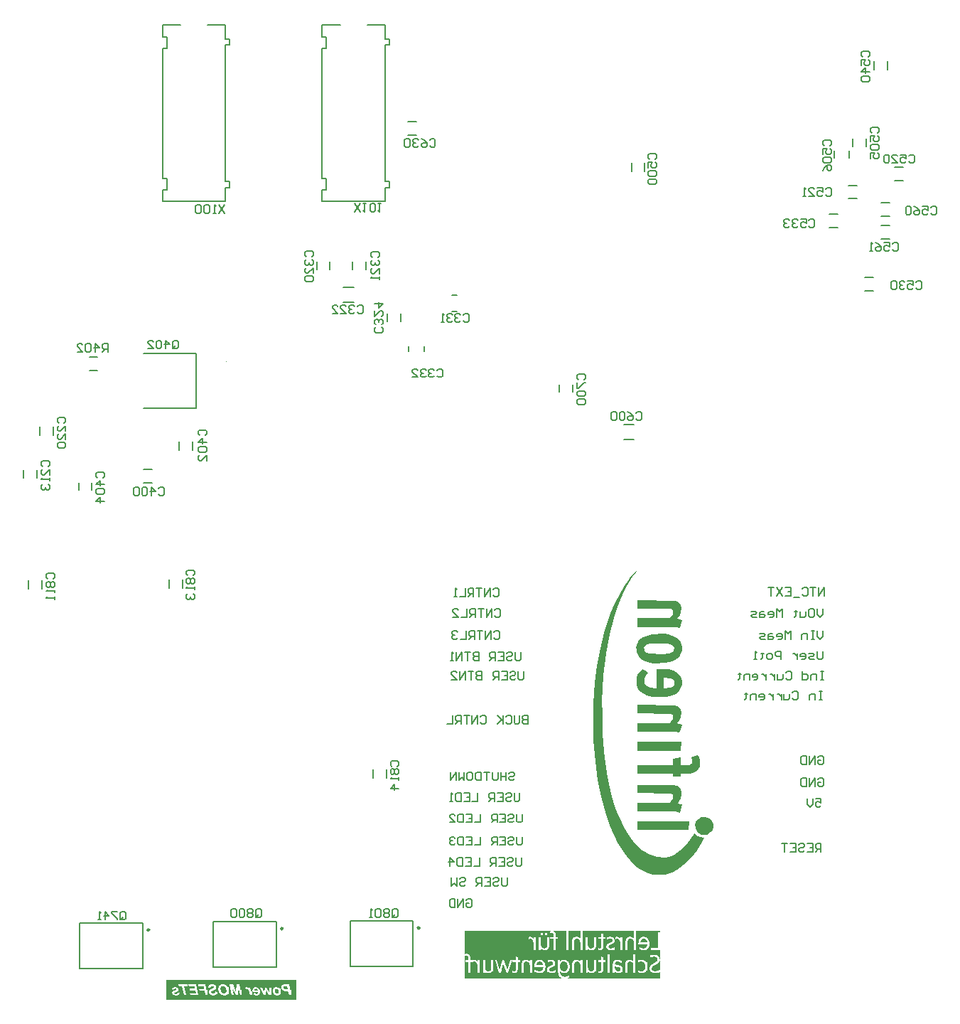
<source format=gbr>
%TF.GenerationSoftware,Altium Limited,Altium Designer,25.2.1 (25)*%
G04 Layer_Color=32896*
%FSLAX45Y45*%
%MOMM*%
%TF.SameCoordinates,EF3F7739-EB0C-4DF3-8AA3-BEF7F1336093*%
%TF.FilePolarity,Positive*%
%TF.FileFunction,Legend,Bot*%
%TF.Part,Single*%
G01*
G75*
%TA.AperFunction,NonConductor*%
%ADD94C,0.10000*%
%ADD95C,0.20000*%
%ADD96C,0.25000*%
G36*
X8886909Y4791057D02*
X8917905Y4777281D01*
X8945458Y4746284D01*
X8959234Y4704956D01*
X8952346Y4642963D01*
X8938570Y4615410D01*
X8907573Y4574081D01*
X8962678Y4560305D01*
X8938570Y4467315D01*
X8897241Y4474203D01*
X8432292Y4477647D01*
Y4580970D01*
X8818028D01*
X8855912Y4629186D01*
Y4673959D01*
X8831804Y4691179D01*
X8432292Y4694624D01*
Y4794501D01*
X8886909Y4791057D01*
D02*
G37*
G36*
X8800807Y4388101D02*
X8862800Y4367437D01*
X8911017Y4336441D01*
X8945458Y4295112D01*
X8962678Y4243450D01*
Y4195234D01*
X8952346Y4157349D01*
X8928238Y4119464D01*
X8883465Y4085024D01*
X8849024Y4067803D01*
X8773254Y4047139D01*
X8638936Y4043695D01*
X8573499Y4054027D01*
X8511505Y4074691D01*
X8477065Y4095356D01*
X8446068Y4126352D01*
X8421960Y4174570D01*
X8420029Y4211249D01*
X8418516Y4240007D01*
X8428848Y4281336D01*
X8452956Y4319220D01*
X8499451Y4353661D01*
X8521838Y4367437D01*
X8604495Y4391545D01*
X8756034Y4394990D01*
X8800807Y4388101D01*
D02*
G37*
G36*
X8804251Y3971370D02*
X8866244Y3954149D01*
X8907573Y3930041D01*
X8945458Y3888712D01*
X8962678Y3837050D01*
Y3806517D01*
X8874589D01*
X8876577Y3826719D01*
X8866244Y3847383D01*
X8852468Y3857715D01*
X8828360Y3868047D01*
X8745702Y3874936D01*
Y3747505D01*
X8828360Y3757837D01*
X8862800Y3775057D01*
X8873132Y3788834D01*
X8874589Y3806222D01*
X8962678D01*
Y3788834D01*
X8952346Y3750949D01*
X8935126Y3723396D01*
X8886909Y3682067D01*
X8845580Y3661403D01*
X8780142Y3644183D01*
X8607939D01*
X8539058Y3661403D01*
X8473621Y3699288D01*
X8442624Y3737173D01*
X8421960Y3785390D01*
Y3864603D01*
X8435736Y3905932D01*
X8459844Y3943817D01*
X8487397Y3971370D01*
X8521838Y3957593D01*
X8563166Y3933484D01*
Y3926596D01*
X8545946Y3912820D01*
X8518394Y3868047D01*
X8514949Y3816386D01*
X8525282Y3792278D01*
X8549390Y3768170D01*
X8583831Y3754393D01*
X8663044Y3747505D01*
Y3978257D01*
X8804251Y3971370D01*
D02*
G37*
G36*
X8883465Y3544305D02*
X8921349Y3527084D01*
X8945458Y3499532D01*
X8959234Y3458203D01*
X8952346Y3396210D01*
X8935126Y3361770D01*
X8907573Y3327329D01*
X8928238Y3323884D01*
X8962678Y3313552D01*
X8948902Y3255003D01*
X8935126Y3220563D01*
X8890353Y3227450D01*
X8432292Y3230895D01*
Y3330773D01*
X8811139D01*
X8831804Y3347993D01*
X8855912Y3382434D01*
X8859356Y3416874D01*
X8852468Y3430650D01*
X8828360Y3444427D01*
X8432292Y3447871D01*
Y3547749D01*
X8883465Y3544305D01*
D02*
G37*
G36*
X8945458Y3003586D02*
X8432292D01*
Y3106908D01*
X8959234D01*
X8945458Y3003586D01*
D02*
G37*
G36*
X9165878Y2931261D02*
X9179654Y2883044D01*
X9176211Y2817607D01*
X9155546Y2776278D01*
X9124549Y2752170D01*
X9069444Y2731505D01*
X8948902D01*
Y2697064D01*
X8859356D01*
Y2731505D01*
X8432292D01*
Y2834827D01*
X8859356D01*
Y2910596D01*
X8948902Y2927817D01*
Y2834827D01*
X9048780D01*
X9079777Y2848603D01*
X9086665Y2858936D01*
Y2896820D01*
X9072888Y2920929D01*
X9114217Y2938149D01*
X9155546Y2948481D01*
X9165878Y2931261D01*
D02*
G37*
G36*
X8904129Y2586854D02*
X8921349Y2576522D01*
X8945458Y2548970D01*
X8959234Y2507641D01*
Y2476644D01*
X8948902Y2435315D01*
X8921349Y2390542D01*
X8904129Y2376766D01*
X8962678Y2362990D01*
X8938570Y2266556D01*
X8886909Y2276888D01*
X8432292Y2280332D01*
Y2380210D01*
X8814583D01*
X8831804Y2397430D01*
X8855912Y2431871D01*
X8859356Y2466312D01*
X8852468Y2480088D01*
X8828360Y2493864D01*
X8432292Y2497308D01*
Y2597186D01*
X8862800D01*
X8904129Y2586854D01*
D02*
G37*
G36*
X9041892Y2059912D02*
X8432292D01*
Y2163234D01*
X9052224D01*
X9041892Y2059912D01*
D02*
G37*
G36*
X9272644Y2208007D02*
X9300197Y2190786D01*
X9320861Y2163234D01*
X9334637Y2132237D01*
Y2084020D01*
X9327749Y2063356D01*
X9307085Y2032359D01*
X9262312Y2004807D01*
X9193431D01*
X9165878Y2018583D01*
X9141770Y2042691D01*
X9124549Y2077132D01*
X9121105Y2125349D01*
X9138326Y2170122D01*
X9158990Y2190786D01*
X9193431Y2211451D01*
X9248536Y2214895D01*
X9272644Y2208007D01*
D02*
G37*
G36*
X8418516Y5128576D02*
X8373742Y5073471D01*
X8304861Y4966705D01*
X8260088Y4880603D01*
X8201539Y4739396D01*
X8149878Y4580970D01*
X8101661Y4388101D01*
X8060333Y4160793D01*
X8029336Y3899044D01*
X8012116Y3595966D01*
X8013838Y3447871D01*
X8018869Y3211361D01*
X8025892Y3096576D01*
X8043112Y2914040D01*
X8077553Y2690176D01*
X8101661Y2573078D01*
X8122326Y2490420D01*
X8156767Y2369878D01*
X8198095Y2256224D01*
X8225648Y2190786D01*
X8263533Y2111573D01*
X8308305Y2032359D01*
X8339302Y1984142D01*
X8384075Y1925593D01*
X8425404Y1877376D01*
X8463288Y1842936D01*
X8494285Y1818827D01*
X8528726Y1794719D01*
X8570054Y1770610D01*
X8611383Y1753390D01*
X8669932Y1736170D01*
X8766366Y1729281D01*
X8811139Y1739613D01*
X8873132Y1767166D01*
X8938570Y1811939D01*
X8962678Y1832603D01*
X8993675Y1863600D01*
X9031560Y1908373D01*
X9100441Y2001363D01*
X9107329Y2018583D01*
X9117661Y2022027D01*
X9124549Y2008251D01*
X9155546Y1987586D01*
X9186542Y1973810D01*
X9227871Y1966922D01*
X9203763Y1918705D01*
X9141770Y1818827D01*
X9072888Y1729281D01*
X8983342Y1643179D01*
X8907573Y1588075D01*
X8849024Y1557078D01*
X8759478Y1529525D01*
X8621716D01*
X8559723Y1546746D01*
X8477065Y1588075D01*
X8435736Y1615627D01*
X8397851Y1646624D01*
X8349634Y1694841D01*
X8306583Y1748223D01*
X8280753Y1780942D01*
X8242868Y1836047D01*
X8198095Y1911817D01*
X8160211Y1984142D01*
X8105105Y2111573D01*
X8050000Y2270000D01*
X7998339Y2462867D01*
X7960454Y2652291D01*
X7929458Y2872712D01*
X7908794Y3131017D01*
X7905349Y3564970D01*
X7922570Y3809498D01*
X7950123Y4019586D01*
X7988007Y4219342D01*
X8046556Y4443207D01*
X8122326Y4656739D01*
X8163654Y4753173D01*
X8222204Y4863383D01*
X8273865Y4956373D01*
X8328970Y5039030D01*
X8359967Y5080359D01*
X8387519Y5114800D01*
X8408183Y5135464D01*
X8421960Y5138908D01*
X8418516Y5128576D01*
D02*
G37*
G36*
X4370000Y40000D02*
X2820000D01*
Y273448D01*
X4370000D01*
Y40000D01*
D02*
G37*
G36*
X8700000Y631652D02*
Y843658D01*
X8591888D01*
X8674693D01*
Y654961D01*
X8591888D01*
Y631652D01*
X8700000D01*
Y628100D01*
D01*
Y359041D01*
Y355489D01*
D01*
Y290000D01*
X7625761D01*
Y435185D01*
Y434963D01*
X7625539Y436739D01*
Y438515D01*
X7625317Y440735D01*
X7625095Y443177D01*
X7624652Y448283D01*
X7623764Y454055D01*
X7622432Y460049D01*
X7620878Y465821D01*
Y466043D01*
X7620656Y466486D01*
X7620434Y467374D01*
X7619990Y468484D01*
X7619546Y469816D01*
X7618880Y471370D01*
X7617326Y474922D01*
X7615328Y478918D01*
X7612886Y483358D01*
X7610000Y488020D01*
X7606892Y492238D01*
X7606670Y492460D01*
X7606448Y492682D01*
X7605338Y494014D01*
X7603340Y496012D01*
X7600676Y498676D01*
X7597568Y501340D01*
X7593572Y504226D01*
X7589354Y507112D01*
X7584692Y509554D01*
X7584470D01*
X7584026Y509776D01*
X7583360Y510220D01*
X7582472Y510442D01*
X7581140Y511108D01*
X7579586Y511552D01*
X7576034Y512662D01*
X7571816Y513772D01*
X7566711Y514882D01*
X7561383Y515548D01*
X7555389Y515770D01*
X7625761D01*
D01*
X7487458D01*
D01*
X7553835D01*
X7552281Y515548D01*
X7550061Y515326D01*
X7547175Y515104D01*
X7544067Y514438D01*
X7540737Y513550D01*
X7536963Y512662D01*
X7533189Y511330D01*
X7529193Y509554D01*
X7525197Y507556D01*
X7521423Y505114D01*
X7517649Y502006D01*
X7514097Y498676D01*
X7512100Y496278D01*
Y512218D01*
X7487458D01*
Y371694D01*
X7487680Y369474D01*
Y366588D01*
X7488124Y363036D01*
X7488568Y359040D01*
X7489012Y354601D01*
X7489900Y349939D01*
X7491010Y344833D01*
X7492342Y339727D01*
X7493896Y334621D01*
X7495894Y329293D01*
X7498114Y324409D01*
X7500778Y319525D01*
X7503664Y315085D01*
X7507216Y310867D01*
X7507438Y310645D01*
X7508104Y309979D01*
X7509214Y308869D01*
X7510990Y307537D01*
X7512988Y305983D01*
X7515429Y304207D01*
X7518537Y302431D01*
X7522089Y300433D01*
X7525863Y298436D01*
X7530303Y296660D01*
X7535187Y294884D01*
X7540737Y293330D01*
X7546509Y291998D01*
X7552725Y290888D01*
X7559607Y290222D01*
X7566933Y290000D01*
X7487458D01*
Y290222D01*
Y290000D01*
X6375480D01*
Y359040D01*
Y559281D01*
X6375702D01*
X6375924Y559503D01*
X6377256Y559947D01*
X6379254Y560613D01*
X6381696Y561501D01*
X6384804Y562167D01*
X6387912Y562833D01*
X6391464Y563276D01*
X6394794Y563498D01*
X6395682D01*
X6396792Y563276D01*
X6398346Y563054D01*
X6400122Y562611D01*
X6401898Y561945D01*
X6403895Y560835D01*
X6406115Y559725D01*
X6408113Y557949D01*
X6410333Y555951D01*
X6412109Y553509D01*
X6413885Y550623D01*
X6415439Y547071D01*
X6416549Y543075D01*
X6417215Y538191D01*
X6417437Y532863D01*
Y512217D01*
X6380586D01*
Y490018D01*
X6417437D01*
Y359040D01*
X6442079D01*
Y490018D01*
X6467830D01*
Y386124D01*
Y585698D01*
X6375480D01*
Y628100D01*
D01*
Y858310D01*
X8700000D01*
Y631652D01*
D02*
G37*
G36*
X6391020Y585476D02*
X6388578Y585254D01*
X6385470Y584810D01*
X6382140Y583922D01*
X6378810Y583034D01*
X6375480Y581702D01*
Y585698D01*
X6393240D01*
X6391020Y585476D01*
D02*
G37*
G36*
X6467830Y512217D02*
X6442079D01*
Y533973D01*
Y534195D01*
Y534417D01*
Y535083D01*
Y535971D01*
X6441857Y538191D01*
X6441635Y540855D01*
X6441413Y544185D01*
X6440747Y547737D01*
X6440081Y551289D01*
X6439193Y554841D01*
X6438971Y555285D01*
X6438749Y556395D01*
X6437861Y558171D01*
X6436973Y560391D01*
X6435863Y562833D01*
X6434309Y565718D01*
X6432533Y568382D01*
X6430535Y571046D01*
X6430313Y571268D01*
X6429425Y572156D01*
X6428093Y573488D01*
X6426317Y575042D01*
X6424319Y576818D01*
X6421655Y578594D01*
X6418769Y580370D01*
X6415661Y581924D01*
X6415217Y582146D01*
X6414107Y582590D01*
X6412109Y583034D01*
X6409667Y583922D01*
X6406559Y584588D01*
X6403008Y585032D01*
X6399234Y585476D01*
X6395016Y585698D01*
X6467830D01*
Y512217D01*
D02*
G37*
G36*
X7557609Y493570D02*
X7560051Y493348D01*
X7563159Y492682D01*
X7566489Y492016D01*
X7569818Y490906D01*
X7573148Y489574D01*
X7573592Y489352D01*
X7574480Y488908D01*
X7576256Y487798D01*
X7578254Y486466D01*
X7580474Y484690D01*
X7583138Y482692D01*
X7585580Y480250D01*
X7588022Y477586D01*
X7588244Y477142D01*
X7588910Y476254D01*
X7590020Y474700D01*
X7591352Y472480D01*
X7592906Y469594D01*
X7594460Y466486D01*
X7596014Y462713D01*
X7597346Y458717D01*
Y458495D01*
X7597568Y458273D01*
Y457607D01*
X7597790Y456719D01*
X7598456Y454499D01*
X7598900Y451391D01*
X7599566Y447617D01*
X7600232Y443177D01*
X7600454Y438515D01*
X7600676Y433187D01*
Y432965D01*
Y432521D01*
Y431855D01*
Y430967D01*
X7600454Y428525D01*
X7600232Y425417D01*
X7600010Y421643D01*
X7599344Y417647D01*
X7598678Y413651D01*
X7597568Y409656D01*
Y409434D01*
X7597346Y409212D01*
X7596902Y407880D01*
X7596236Y405882D01*
X7595348Y403440D01*
X7594016Y400776D01*
X7592684Y397668D01*
X7590908Y394782D01*
X7588910Y391896D01*
X7588688Y391674D01*
X7587800Y390786D01*
X7586690Y389454D01*
X7585136Y387900D01*
X7583138Y386124D01*
X7580696Y384348D01*
X7578254Y382572D01*
X7575368Y381018D01*
X7574924Y380796D01*
X7574036Y380352D01*
X7572260Y379908D01*
X7570040Y379242D01*
X7567599Y378354D01*
X7564491Y377910D01*
X7561161Y377466D01*
X7557609Y377244D01*
X7555833D01*
X7553835Y377466D01*
X7551393Y377688D01*
X7548507Y378132D01*
X7545399Y378798D01*
X7542069Y379686D01*
X7538961Y380796D01*
X7538517Y381018D01*
X7537629Y381462D01*
X7536075Y382350D01*
X7534077Y383460D01*
X7531857Y384792D01*
X7529415Y386568D01*
X7526973Y388566D01*
X7524753Y390786D01*
X7524531Y391008D01*
X7523865Y391896D01*
X7522755Y393450D01*
X7521423Y395226D01*
X7519869Y397668D01*
X7518315Y400332D01*
X7516761Y403218D01*
X7515429Y406548D01*
X7515207Y406992D01*
X7514985Y408102D01*
X7514319Y409878D01*
X7513654Y412319D01*
X7513210Y415205D01*
X7512544Y418535D01*
X7512322Y422087D01*
X7512100Y425861D01*
Y451391D01*
Y451835D01*
Y452945D01*
X7512322Y454499D01*
X7512544Y456719D01*
X7512766Y459161D01*
X7513432Y461825D01*
X7514097Y464711D01*
X7515207Y467596D01*
X7515429Y468040D01*
X7515873Y468928D01*
X7516539Y470260D01*
X7517427Y472258D01*
X7518759Y474256D01*
X7520091Y476698D01*
X7521867Y478918D01*
X7523865Y481138D01*
X7524087Y481360D01*
X7524753Y482026D01*
X7526085Y483136D01*
X7527639Y484468D01*
X7529415Y485800D01*
X7531635Y487354D01*
X7534299Y488908D01*
X7536963Y490240D01*
X7537407Y490462D01*
X7538295Y490906D01*
X7539849Y491350D01*
X7541847Y492016D01*
X7544289Y492682D01*
X7547175Y493348D01*
X7550283Y493570D01*
X7553613Y493792D01*
X7555389D01*
X7557609Y493570D01*
D02*
G37*
G36*
X7625761Y290000D02*
X7569374D01*
X7571150Y290222D01*
X7573370Y290444D01*
X7576034Y290666D01*
X7579142Y291110D01*
X7582472Y291554D01*
X7586024Y292220D01*
X7589798Y292886D01*
X7598012Y295106D01*
X7602452Y296438D01*
X7606892Y297992D01*
X7611332Y299989D01*
X7615772Y301987D01*
Y325519D01*
X7615550Y325297D01*
X7614440Y324853D01*
X7613108Y324187D01*
X7611110Y323521D01*
X7608668Y322411D01*
X7605782Y321301D01*
X7602674Y320191D01*
X7599122Y318859D01*
X7595348Y317527D01*
X7591574Y316417D01*
X7583360Y314197D01*
X7579142Y313531D01*
X7574924Y312865D01*
X7570928Y312421D01*
X7566933Y312199D01*
X7565601D01*
X7564491Y312421D01*
X7563381D01*
X7561827Y312643D01*
X7558275Y313087D01*
X7554279Y313975D01*
X7549617Y315307D01*
X7544733Y317083D01*
X7539405Y319525D01*
X7534299Y322411D01*
X7529415Y326407D01*
X7526973Y328627D01*
X7524753Y331069D01*
X7522755Y333733D01*
X7520757Y336619D01*
X7518759Y339727D01*
X7517205Y343057D01*
X7515651Y346831D01*
X7514541Y350827D01*
X7513432Y355266D01*
X7512766Y359706D01*
X7512322Y364590D01*
X7512100Y369918D01*
Y378675D01*
X7512988Y377688D01*
X7515207Y375246D01*
X7517871Y372582D01*
X7520979Y369918D01*
X7524309Y367254D01*
X7528305Y364590D01*
X7532745Y362148D01*
X7537629Y359928D01*
X7542735Y358152D01*
X7548507Y356820D01*
X7554723Y355710D01*
X7561383Y355488D01*
X7563825D01*
X7565157Y355710D01*
X7566489D01*
X7570040Y356154D01*
X7574258Y356820D01*
X7578698Y357708D01*
X7583138Y358818D01*
X7587800Y360594D01*
X7588022D01*
X7588244Y360816D01*
X7588910Y361260D01*
X7589798Y361482D01*
X7592018Y362814D01*
X7594682Y364590D01*
X7598012Y366588D01*
X7601342Y369252D01*
X7604894Y372360D01*
X7608224Y375912D01*
Y376134D01*
X7608668Y376356D01*
X7609556Y377688D01*
X7611110Y379908D01*
X7613108Y382794D01*
X7615106Y386124D01*
X7617326Y390342D01*
X7619324Y395004D01*
X7621322Y400110D01*
Y400332D01*
X7621544Y400776D01*
X7621766Y401442D01*
X7621988Y402552D01*
X7622432Y403884D01*
X7622654Y405438D01*
X7623098Y407436D01*
X7623542Y409434D01*
X7624430Y414095D01*
X7625095Y419423D01*
X7625539Y425417D01*
X7625761Y431855D01*
Y290000D01*
D02*
G37*
%LPC*%
G36*
X8793919Y4281336D02*
X8594163D01*
X8545946Y4267559D01*
X8525282Y4253783D01*
X8511505Y4229674D01*
X8514949Y4212454D01*
Y4198678D01*
X8545946Y4171125D01*
X8587275Y4157349D01*
X8718149Y4150461D01*
X8811139Y4160793D01*
X8845580Y4174570D01*
X8866244Y4198678D01*
X8869688Y4229674D01*
X8862800Y4246895D01*
X8842136Y4264115D01*
X8793919Y4281336D01*
D02*
G37*
G36*
X2964642Y187637D02*
X2922241D01*
D01*
X2964642D01*
D02*
G37*
G36*
X3562700Y223045D02*
D01*
Y144015D01*
X3562589Y144903D01*
Y145902D01*
X3562478Y147123D01*
X3562367Y148566D01*
X3562256Y150120D01*
X3562145Y151896D01*
X3561923Y153783D01*
X3561590Y155669D01*
X3561257Y157778D01*
X3560480Y162218D01*
X3559370Y166880D01*
X3559259Y167102D01*
X3559148Y167657D01*
X3558926Y168545D01*
X3558482Y169766D01*
X3558038Y171209D01*
X3557483Y172874D01*
X3556817Y174761D01*
X3556040Y176870D01*
X3555152Y179090D01*
X3554153Y181421D01*
X3551822Y186416D01*
X3549047Y191411D01*
X3545828Y196184D01*
X3545717Y196295D01*
X3545384Y196739D01*
X3544829Y197405D01*
X3544163Y198293D01*
X3543275Y199292D01*
X3542165Y200513D01*
X3540944Y201845D01*
X3539501Y203288D01*
X3537836Y204842D01*
X3536171Y206396D01*
X3534284Y208061D01*
X3532175Y209726D01*
X3530066Y211390D01*
X3527735Y212944D01*
X3525293Y214387D01*
X3522740Y215830D01*
X3522629Y215941D01*
X3522074Y216163D01*
X3521297Y216496D01*
X3520298Y216940D01*
X3518966Y217495D01*
X3517412Y218161D01*
X3515636Y218716D01*
X3513638Y219493D01*
X3511418Y220159D01*
X3508976Y220714D01*
X3506313Y221380D01*
X3503538Y221935D01*
X3500652Y222379D01*
X3497655Y222712D01*
X3494436Y222934D01*
X3491217Y223045D01*
X3562700D01*
X3489552D01*
X3488886Y222934D01*
X3487221Y222823D01*
X3485223Y222601D01*
X3482892Y222268D01*
X3480339Y221824D01*
X3477453Y221158D01*
X3474567Y220381D01*
X3471348Y219382D01*
X3468240Y218161D01*
X3465021Y216829D01*
X3461802Y215053D01*
X3458694Y213055D01*
X3455697Y210835D01*
X3452811Y208172D01*
X3452589Y207950D01*
X3452145Y207506D01*
X3451480Y206618D01*
X3450481Y205508D01*
X3449371Y203954D01*
X3448150Y202178D01*
X3446818Y200180D01*
X3445486Y197738D01*
X3444154Y195074D01*
X3442822Y192077D01*
X3441601Y188858D01*
X3440491Y185417D01*
X3439492Y181643D01*
X3438826Y177647D01*
X3438271Y173429D01*
X3438160Y168989D01*
Y168101D01*
X3438271Y166991D01*
Y165548D01*
X3438493Y163772D01*
X3438715Y161552D01*
X3438937Y159221D01*
X3439381Y156557D01*
X3439825Y153672D01*
X3440491Y150564D01*
X3441268Y147345D01*
X3442156Y143904D01*
X3443266Y140463D01*
X3444598Y136911D01*
X3446041Y133359D01*
X3447706Y129807D01*
X3447817Y129585D01*
X3448150Y129030D01*
X3448705Y128031D01*
X3449482Y126699D01*
X3450370Y125145D01*
X3451591Y123258D01*
X3452922Y121260D01*
X3454476Y119040D01*
X3456252Y116709D01*
X3458250Y114378D01*
X3460359Y111936D01*
X3462690Y109494D01*
X3465132Y107052D01*
X3467796Y104832D01*
X3470571Y102612D01*
X3473568Y100614D01*
X3473790Y100503D01*
X3474345Y100170D01*
X3475233Y99726D01*
X3476454Y99061D01*
X3478008Y98284D01*
X3479784Y97396D01*
X3481893Y96508D01*
X3484335Y95509D01*
X3486888Y94510D01*
X3489774Y93622D01*
X3492771Y92734D01*
X3495990Y91957D01*
X3499431Y91402D01*
X3502983Y90847D01*
X3506757Y90514D01*
X3510530Y90403D01*
X3438160D01*
X3511307D01*
X3512306Y90514D01*
X3513527D01*
X3515081Y90625D01*
X3516857Y90847D01*
X3518855Y91069D01*
X3520964Y91402D01*
X3523295Y91846D01*
X3525737Y92401D01*
X3528179Y93067D01*
X3530732Y93844D01*
X3533285Y94732D01*
X3535727Y95842D01*
X3538169Y97063D01*
X3540500Y98506D01*
X3540611Y98617D01*
X3541055Y98839D01*
X3541610Y99283D01*
X3542498Y99948D01*
X3543497Y100725D01*
X3544607Y101724D01*
X3545828Y102834D01*
X3547160Y104055D01*
X3548603Y105498D01*
X3550046Y106941D01*
X3551489Y108606D01*
X3552821Y110382D01*
X3554264Y112269D01*
X3555485Y114267D01*
X3556706Y116376D01*
X3557705Y118596D01*
Y118707D01*
X3557927Y119151D01*
X3558149Y119817D01*
X3558482Y120705D01*
X3558815Y121815D01*
X3559259Y123036D01*
X3559703Y124590D01*
X3560147Y126144D01*
X3560702Y127920D01*
X3561146Y129807D01*
X3561923Y133914D01*
X3562478Y138354D01*
X3562589Y140574D01*
X3562700Y142905D01*
Y90403D01*
D01*
D01*
Y223045D01*
D02*
G37*
G36*
X3427948D02*
D01*
Y134025D01*
X3402862Y135357D01*
Y135246D01*
Y134802D01*
X3402751Y134247D01*
Y133470D01*
X3402640Y132471D01*
X3402529Y131361D01*
X3402196Y128808D01*
X3401641Y126144D01*
X3400975Y123480D01*
X3400531Y122259D01*
X3399976Y121038D01*
X3399421Y120039D01*
X3398755Y119151D01*
X3398644Y119040D01*
X3398422Y118818D01*
X3398089Y118485D01*
X3397645Y118152D01*
X3396979Y117597D01*
X3396092Y117042D01*
X3395093Y116376D01*
X3393872Y115821D01*
X3392540Y115155D01*
X3390986Y114489D01*
X3389321Y113934D01*
X3387323Y113490D01*
X3385214Y113046D01*
X3382772Y112713D01*
X3380219Y112491D01*
X3377444Y112380D01*
X3376223D01*
X3375335Y112491D01*
X3374225D01*
X3373004Y112602D01*
X3371672Y112713D01*
X3370229Y112935D01*
X3367121Y113490D01*
X3364013Y114267D01*
X3361127Y115377D01*
X3359795Y116154D01*
X3358685Y116931D01*
X3358574Y117042D01*
X3358463Y117153D01*
X3357797Y117819D01*
X3356798Y118707D01*
X3355688Y120039D01*
X3354689Y121704D01*
X3353690Y123591D01*
X3353024Y125811D01*
X3352913Y126921D01*
X3352802Y128142D01*
Y128253D01*
Y128364D01*
Y128697D01*
X3352913Y129141D01*
X3353024Y130140D01*
X3353357Y131472D01*
X3353912Y133026D01*
X3354800Y134691D01*
X3356021Y136245D01*
X3356687Y137022D01*
X3357575Y137799D01*
X3357797Y137910D01*
X3358019Y138132D01*
X3358352Y138354D01*
X3358796Y138687D01*
X3359462Y139020D01*
X3360128Y139464D01*
X3361127Y140019D01*
X3362237Y140685D01*
X3363458Y141351D01*
X3365012Y142128D01*
X3366677Y142905D01*
X3368675Y143904D01*
X3370784Y144903D01*
X3373226Y146013D01*
X3375890Y147123D01*
X3376001Y147234D01*
X3376556Y147456D01*
X3377333Y147789D01*
X3378332Y148233D01*
X3379553Y148788D01*
X3380996Y149454D01*
X3382550Y150120D01*
X3384215Y150897D01*
X3387767Y152673D01*
X3391319Y154449D01*
X3393095Y155447D01*
X3394760Y156335D01*
X3396314Y157223D01*
X3397645Y158000D01*
X3397756D01*
X3397978Y158222D01*
X3398311Y158444D01*
X3398755Y158777D01*
X3399976Y159776D01*
X3401530Y160997D01*
X3403306Y162662D01*
X3405082Y164549D01*
X3406858Y166769D01*
X3408523Y169211D01*
Y169322D01*
X3408634Y169544D01*
X3408856Y169877D01*
X3409078Y170432D01*
X3409411Y171098D01*
X3409744Y171875D01*
X3410077Y172874D01*
X3410410Y173873D01*
X3411187Y176204D01*
X3411742Y178979D01*
X3412186Y182087D01*
X3412408Y185417D01*
Y185639D01*
Y186083D01*
X3412297Y186971D01*
X3412186Y188081D01*
X3412075Y189524D01*
X3411742Y191078D01*
X3411409Y192854D01*
X3410965Y194852D01*
X3410299Y196961D01*
X3409522Y199070D01*
X3408634Y201290D01*
X3407524Y203621D01*
X3406192Y205841D01*
X3404638Y208061D01*
X3402751Y210170D01*
X3400753Y212278D01*
X3400642Y212389D01*
X3400198Y212722D01*
X3399532Y213277D01*
X3398533Y213943D01*
X3397312Y214831D01*
X3395870Y215719D01*
X3394094Y216607D01*
X3392096Y217717D01*
X3389765Y218716D01*
X3387323Y219604D01*
X3384548Y220603D01*
X3381440Y221380D01*
X3378110Y222046D01*
X3374669Y222601D01*
X3370784Y222934D01*
X3366788Y223045D01*
X3427948D01*
X3318282D01*
D01*
X3365789D01*
X3364679Y222934D01*
X3363125D01*
X3361127Y222712D01*
X3359018Y222490D01*
X3356576Y222157D01*
X3354023Y221713D01*
X3351248Y221158D01*
X3348362Y220492D01*
X3345476Y219604D01*
X3342590Y218605D01*
X3339705Y217384D01*
X3336930Y215941D01*
X3334377Y214276D01*
X3331935Y212389D01*
X3331824Y212278D01*
X3331380Y211945D01*
X3330825Y211279D01*
X3329937Y210502D01*
X3329049Y209393D01*
X3327939Y208172D01*
X3326829Y206618D01*
X3325608Y204953D01*
X3324387Y203066D01*
X3323166Y200957D01*
X3322056Y198626D01*
X3320946Y196073D01*
X3320058Y193409D01*
X3319281Y190523D01*
X3318615Y187526D01*
X3318282Y184307D01*
D01*
X3343478Y183197D01*
Y183308D01*
Y183641D01*
X3343589Y184085D01*
X3343700Y184751D01*
X3343922Y185417D01*
X3344144Y186305D01*
X3344699Y188414D01*
X3345587Y190634D01*
X3346697Y192965D01*
X3348251Y195185D01*
X3349250Y196184D01*
X3350249Y197183D01*
X3350360Y197294D01*
X3350471Y197405D01*
X3350804Y197627D01*
X3351248Y197960D01*
X3351914Y198293D01*
X3352580Y198737D01*
X3353468Y199181D01*
X3354467Y199736D01*
X3355577Y200180D01*
X3356798Y200624D01*
X3358241Y201068D01*
X3359684Y201401D01*
X3361349Y201734D01*
X3363125Y201956D01*
X3365012Y202178D01*
X3368009D01*
X3368786Y202067D01*
X3369674D01*
X3370673Y201956D01*
X3373004Y201734D01*
X3375557Y201179D01*
X3378110Y200513D01*
X3380552Y199625D01*
X3381551Y198959D01*
X3382550Y198293D01*
X3382772Y198071D01*
X3383327Y197627D01*
X3383993Y196739D01*
X3384881Y195629D01*
X3385769Y194186D01*
X3386435Y192521D01*
X3386990Y190634D01*
X3387212Y188525D01*
Y188414D01*
Y188303D01*
X3387101Y187637D01*
X3386990Y186638D01*
X3386657Y185306D01*
X3386213Y183863D01*
X3385436Y182420D01*
X3384437Y180866D01*
X3382994Y179423D01*
X3382883D01*
X3382772Y179312D01*
X3382439Y179090D01*
X3382106Y178757D01*
X3381551Y178424D01*
X3380885Y177980D01*
X3379997Y177425D01*
X3378998Y176759D01*
X3377777Y176093D01*
X3376445Y175427D01*
X3374891Y174539D01*
X3373115Y173651D01*
X3371228Y172763D01*
X3369008Y171653D01*
X3366677Y170543D01*
X3364013Y169433D01*
X3363902D01*
X3363791Y169322D01*
X3363458Y169211D01*
X3363014Y168989D01*
X3361904Y168545D01*
X3360461Y167879D01*
X3358685Y166991D01*
X3356687Y166103D01*
X3354578Y165104D01*
X3352247Y163883D01*
X3347474Y161441D01*
X3345143Y160109D01*
X3342812Y158888D01*
X3340704Y157556D01*
X3338817Y156335D01*
X3337263Y155114D01*
X3335931Y153894D01*
X3335820Y153783D01*
X3335487Y153450D01*
X3335043Y153006D01*
X3334488Y152340D01*
X3333822Y151452D01*
X3333045Y150342D01*
X3332268Y149232D01*
X3331380Y147789D01*
X3330492Y146235D01*
X3329715Y144570D01*
X3328938Y142683D01*
X3328272Y140685D01*
X3327717Y138576D01*
X3327162Y136245D01*
X3326940Y133914D01*
X3326829Y131361D01*
Y131139D01*
Y130584D01*
X3326940Y129696D01*
X3327051Y128475D01*
X3327273Y127032D01*
X3327495Y125367D01*
X3327939Y123480D01*
X3328494Y121371D01*
X3329271Y119151D01*
X3330159Y116820D01*
X3331158Y114378D01*
X3332490Y111936D01*
X3334044Y109494D01*
X3335820Y107052D01*
X3337929Y104721D01*
X3340260Y102390D01*
X3340371Y102279D01*
X3340926Y101835D01*
X3341702Y101280D01*
X3342701Y100503D01*
X3344144Y99615D01*
X3345809Y98617D01*
X3347696Y97507D01*
X3349916Y96397D01*
X3352469Y95287D01*
X3355244Y94177D01*
X3358352Y93178D01*
X3361682Y92290D01*
X3365345Y91513D01*
X3369119Y90958D01*
X3373337Y90514D01*
X3377666Y90403D01*
X3379220D01*
X3380441Y90514D01*
X3381884Y90625D01*
X3383549Y90736D01*
X3385436Y90847D01*
X3387434Y91069D01*
X3389654Y91402D01*
X3391874Y91735D01*
X3396757Y92734D01*
X3399199Y93289D01*
X3401641Y94066D01*
X3403972Y94843D01*
X3406303Y95842D01*
X3406414Y95953D01*
X3406858Y96064D01*
X3407413Y96397D01*
X3408301Y96841D01*
X3409300Y97396D01*
X3410410Y98173D01*
X3411631Y98950D01*
X3412963Y99837D01*
X3414406Y100947D01*
X3415738Y102057D01*
X3417181Y103278D01*
X3418624Y104721D01*
X3421177Y107829D01*
X3422398Y109494D01*
X3423397Y111270D01*
Y111381D01*
X3423619Y111714D01*
X3423841Y112269D01*
X3424174Y113046D01*
X3424507Y113934D01*
X3424951Y115044D01*
X3425395Y116376D01*
X3425839Y117819D01*
X3426283Y119373D01*
X3426727Y121149D01*
X3427060Y123036D01*
X3427393Y125034D01*
X3427837Y129363D01*
X3427948Y131694D01*
Y90403D01*
D01*
Y223045D01*
D02*
G37*
G36*
X4183511Y187637D02*
D01*
Y132249D01*
X4183400Y132915D01*
Y133581D01*
Y134469D01*
X4183289Y135357D01*
X4183067Y137577D01*
X4182734Y140130D01*
X4182290Y142905D01*
X4181735Y145902D01*
X4180958Y149121D01*
X4179959Y152451D01*
X4178849Y155892D01*
X4177406Y159333D01*
X4175741Y162774D01*
X4173854Y166104D01*
X4171635Y169211D01*
X4169082Y172208D01*
X4168860Y172430D01*
X4168416Y172874D01*
X4167528Y173651D01*
X4166418Y174650D01*
X4164975Y175760D01*
X4163199Y177092D01*
X4161201Y178535D01*
X4158870Y179978D01*
X4156206Y181310D01*
X4153320Y182753D01*
X4150212Y184085D01*
X4146882Y185195D01*
X4143219Y186194D01*
X4139334Y186971D01*
X4135227Y187415D01*
X4130898Y187637D01*
X4130010D01*
X4128900Y187526D01*
X4127457Y187415D01*
X4125792Y187304D01*
X4123794Y187082D01*
X4121574Y186638D01*
X4119132Y186194D01*
X4116691Y185639D01*
X4114027Y184862D01*
X4111363Y183974D01*
X4108699Y182864D01*
X4106035Y181532D01*
X4103482Y179978D01*
X4101040Y178202D01*
X4098820Y176204D01*
X4098709Y176093D01*
X4098265Y175649D01*
X4097710Y174983D01*
X4097044Y174095D01*
X4096156Y172985D01*
X4095157Y171653D01*
X4094158Y169988D01*
X4093048Y168213D01*
X4091938Y166104D01*
X4090939Y163773D01*
X4089940Y161331D01*
X4089052Y158556D01*
X4088386Y155670D01*
X4087720Y152562D01*
X4087387Y149232D01*
X4087276Y145791D01*
Y144237D01*
X4087387Y143571D01*
X4087498Y142017D01*
X4087720Y140019D01*
X4088053Y137799D01*
X4088497Y135246D01*
X4089052Y132471D01*
X4089829Y129474D01*
X4090828Y126366D01*
X4091938Y123147D01*
X4093381Y119817D01*
X4095046Y116487D01*
X4096933Y113269D01*
X4099153Y109939D01*
X4101706Y106831D01*
X4101817Y106609D01*
X4102372Y106165D01*
X4103149Y105277D01*
X4104370Y104278D01*
X4105813Y103057D01*
X4107589Y101614D01*
X4109587Y100171D01*
X4111918Y98617D01*
X4114582Y97063D01*
X4117468Y95620D01*
X4120686Y94177D01*
X4124127Y92956D01*
X4127790Y91957D01*
X4131675Y91069D01*
X4135893Y90625D01*
X4140333Y90403D01*
X4087276D01*
X4183511D01*
Y187637D01*
D02*
G37*
G36*
X3935653D02*
X3883262D01*
X3882374Y187526D01*
X3881153D01*
X3879821Y187304D01*
X3878045Y187082D01*
X3876269Y186749D01*
X3874271Y186305D01*
X3872162Y185750D01*
X3869942Y185084D01*
X3867611Y184196D01*
X3865391Y183197D01*
X3863171Y181976D01*
X3860951Y180533D01*
X3858953Y178979D01*
X3856955Y177092D01*
X3856844Y176981D01*
X3856511Y176648D01*
X3856067Y175982D01*
X3855401Y175205D01*
X3854624Y174095D01*
X3853736Y172763D01*
X3852848Y171209D01*
X3851849Y169433D01*
X3850961Y167436D01*
X3850073Y165216D01*
X3849185Y162774D01*
X3848408Y160221D01*
X3847742Y157335D01*
X3847298Y154338D01*
X3846965Y151008D01*
X3846854Y147567D01*
Y145236D01*
X3846965Y144348D01*
Y143238D01*
X3847076Y142128D01*
X3847298Y139575D01*
X3847631Y136800D01*
X3848075Y134025D01*
X3848630Y131250D01*
X3911455D01*
Y131139D01*
Y131028D01*
Y130362D01*
X3911566Y129585D01*
Y128919D01*
Y128808D01*
Y128475D01*
Y128031D01*
X3911455Y127365D01*
Y126588D01*
X3911233Y125700D01*
X3910900Y123591D01*
X3910234Y121149D01*
X3909346Y118707D01*
X3908014Y116154D01*
X3907237Y115044D01*
X3906349Y113934D01*
X3906238Y113823D01*
X3906127Y113712D01*
X3905794Y113380D01*
X3905350Y113047D01*
X3904240Y112159D01*
X3902686Y111160D01*
X3900799Y110050D01*
X3898579Y109162D01*
X3896137Y108496D01*
X3894806Y108385D01*
X3893363Y108274D01*
X3892808D01*
X3892142Y108385D01*
X3891254Y108496D01*
X3890255Y108718D01*
X3889034Y108940D01*
X3887702Y109384D01*
X3886259Y109939D01*
X3884705Y110605D01*
X3883151Y111382D01*
X3881486Y112492D01*
X3879821Y113712D01*
X3878267Y115155D01*
X3876713Y116931D01*
X3875159Y118929D01*
X3873827Y121149D01*
X3851405Y117375D01*
X3851516Y117264D01*
X3851738Y116820D01*
X3852071Y116043D01*
X3852626Y115155D01*
X3853292Y114045D01*
X3854069Y112714D01*
X3855068Y111271D01*
X3856067Y109717D01*
X3857288Y108163D01*
X3858620Y106498D01*
X3860063Y104833D01*
X3861617Y103057D01*
X3863393Y101503D01*
X3865169Y99838D01*
X3867056Y98395D01*
X3869054Y97063D01*
X3869165Y96952D01*
X3869498Y96730D01*
X3870164Y96397D01*
X3870941Y96064D01*
X3871940Y95509D01*
X3873161Y94954D01*
X3874604Y94399D01*
X3876158Y93733D01*
X3877934Y93067D01*
X3879821Y92512D01*
X3881819Y91957D01*
X3884039Y91402D01*
X3886259Y91069D01*
X3888590Y90736D01*
X3891032Y90514D01*
X3893585Y90403D01*
X3894362D01*
X3895361Y90514D01*
X3896692Y90625D01*
X3898246Y90736D01*
X3900133Y91069D01*
X3902131Y91402D01*
X3904351Y91846D01*
X3906793Y92512D01*
X3909235Y93289D01*
X3911677Y94177D01*
X3914230Y95398D01*
X3916783Y96730D01*
X3919336Y98284D01*
X3921667Y100060D01*
X3923998Y102169D01*
X3924109Y102280D01*
X3924442Y102724D01*
X3925108Y103390D01*
X3925774Y104389D01*
X3926662Y105499D01*
X3927661Y106942D01*
X3928771Y108607D01*
X3929770Y110605D01*
X3930880Y112714D01*
X3931990Y115044D01*
X3932989Y117597D01*
X3933877Y120483D01*
X3934543Y123480D01*
X3935098Y126588D01*
X3935542Y130029D01*
X3935653Y133581D01*
Y133692D01*
Y133803D01*
Y134469D01*
X3935542Y135468D01*
X3935431Y136800D01*
X3935320Y138465D01*
X3935098Y140352D01*
X3934876Y141832D01*
X3934765Y142572D01*
X3934321Y144903D01*
X3933766Y147456D01*
X3933100Y150231D01*
X3932212Y153006D01*
X3931213Y155892D01*
X3929992Y158778D01*
X3928549Y161664D01*
X3926995Y164661D01*
X3925108Y167436D01*
Y167547D01*
X3924886Y167658D01*
X3924442Y168324D01*
X3923554Y169322D01*
X3922444Y170543D01*
X3921001Y172097D01*
X3919114Y173873D01*
X3917005Y175649D01*
X3914563Y177536D01*
X3911899Y179423D01*
X3908791Y181199D01*
X3905461Y182975D01*
X3901687Y184529D01*
X3897802Y185750D01*
X3893474Y186749D01*
X3888923Y187415D01*
X3886481Y187637D01*
X3935653D01*
D02*
G37*
G36*
X4306497Y220715D02*
D01*
Y92734D01*
X4279747Y220715D01*
X4188062D01*
X4225358D01*
X4224248Y220604D01*
X4222805Y220493D01*
X4221362D01*
X4219697Y220271D01*
X4216145Y219938D01*
X4212482Y219272D01*
X4208930Y218495D01*
X4207265Y217940D01*
X4205711Y217385D01*
X4205600D01*
X4205378Y217274D01*
X4204934Y217052D01*
X4204379Y216719D01*
X4203713Y216386D01*
X4202936Y215942D01*
X4201049Y214832D01*
X4199051Y213278D01*
X4196831Y211391D01*
X4194722Y209171D01*
X4192835Y206507D01*
X4192724Y206396D01*
X4192613Y206174D01*
X4192391Y205730D01*
X4192058Y205175D01*
X4191725Y204398D01*
X4191281Y203621D01*
X4190837Y202622D01*
X4190393Y201401D01*
X4189949Y200180D01*
X4189616Y198848D01*
X4188839Y195740D01*
X4188284Y192299D01*
X4188062Y190412D01*
Y186860D01*
X4188173Y185972D01*
X4188284Y184973D01*
X4188395Y183752D01*
X4188506Y182531D01*
X4188950Y179645D01*
X4189616Y176426D01*
X4190615Y172985D01*
X4191836Y169544D01*
Y169433D01*
X4192058Y169100D01*
X4192169Y168657D01*
X4192502Y167991D01*
X4192835Y167214D01*
X4193279Y166326D01*
X4194389Y164328D01*
X4195721Y161997D01*
X4197386Y159555D01*
X4199162Y157113D01*
X4201160Y154893D01*
X4201271Y154782D01*
X4201382Y154671D01*
X4201715Y154338D01*
X4202159Y154005D01*
X4203158Y153006D01*
X4204712Y151785D01*
X4206377Y150453D01*
X4208375Y149121D01*
X4210595Y147789D01*
X4212926Y146568D01*
X4213037D01*
X4213259Y146457D01*
X4213592Y146346D01*
X4214036Y146124D01*
X4214702Y145902D01*
X4215479Y145569D01*
X4216367Y145347D01*
X4217366Y145014D01*
X4218476Y144681D01*
X4219808Y144348D01*
X4221251Y143904D01*
X4222694Y143571D01*
X4224359Y143238D01*
X4226135Y142905D01*
X4227911Y142572D01*
X4229908Y142239D01*
X4230241D01*
X4230574Y142128D01*
X4231129D01*
X4231906Y142017D01*
X4232794D01*
X4233904Y141906D01*
X4235125D01*
X4236568Y141795D01*
X4238344Y141684D01*
X4240231D01*
X4242340Y141573D01*
X4244671D01*
X4247224Y141462D01*
X4270090D01*
X4280191Y92734D01*
X4188062D01*
X4306497D01*
Y220715D01*
D02*
G37*
G36*
X3935653Y187637D02*
D01*
Y185528D01*
X3934876D01*
X3935653Y183970D01*
D01*
X3981162Y92734D01*
X4072291D01*
Y185528D01*
D01*
Y92734D01*
X4060748D01*
X4072291Y185528D01*
X3991929D01*
X3988821Y123258D01*
X3960072Y185528D01*
X3935653D01*
Y187637D01*
D02*
G37*
G36*
X3840860D02*
D01*
Y92734D01*
X3821547Y185528D01*
X3798237D01*
X3801982Y167464D01*
X3801900Y167547D01*
X3801456Y168213D01*
X3800679Y169211D01*
X3799680Y170543D01*
X3798459Y171986D01*
X3797016Y173762D01*
X3795351Y175538D01*
X3793464Y177536D01*
X3791466Y179423D01*
X3789246Y181199D01*
X3786915Y182975D01*
X3784363Y184418D01*
X3781810Y185750D01*
X3779146Y186749D01*
X3776371Y187415D01*
X3774928Y187637D01*
X3772597D01*
X3771487Y187526D01*
X3770044Y187304D01*
X3768268Y186971D01*
X3766270Y186416D01*
X3764161Y185750D01*
X3761830Y184862D01*
D01*
X3771487Y164328D01*
X3771598Y164439D01*
X3772042Y164550D01*
X3772819Y164772D01*
X3773707Y164994D01*
X3774817Y165216D01*
X3776038Y165438D01*
X3777370Y165660D01*
X3779479D01*
X3779923Y165549D01*
X3780478D01*
X3781255Y165438D01*
X3782920Y164994D01*
X3784918Y164439D01*
X3787137Y163551D01*
X3789579Y162330D01*
X3790800Y161553D01*
X3792021Y160665D01*
X3792132D01*
X3792354Y160443D01*
X3792687Y160110D01*
X3793131Y159777D01*
X3794352Y158667D01*
X3795795Y157224D01*
X3797460Y155337D01*
X3799236Y153117D01*
X3800901Y150453D01*
X3802455Y147567D01*
Y147456D01*
X3802566Y147234D01*
X3802788Y146679D01*
X3803121Y146013D01*
X3803454Y145125D01*
X3803787Y144126D01*
X3804342Y142794D01*
X3804786Y141351D01*
X3805341Y139575D01*
X3805896Y137688D01*
X3806562Y135579D01*
X3807228Y133248D01*
X3807894Y130695D01*
X3808560Y128031D01*
X3809226Y125034D01*
X3809892Y121815D01*
X3815997Y92734D01*
X3840860D01*
Y187637D01*
D02*
G37*
G36*
X3720095Y220715D02*
X3574021Y220714D01*
D01*
X3597220Y92734D01*
X3621084D01*
X3598885Y198959D01*
X3646392Y92734D01*
X3671367D01*
X3676028Y199625D01*
X3696341Y92734D01*
X3720095D01*
X3693455Y220715D01*
X3720095D01*
Y92734D01*
D01*
Y220715D01*
D02*
G37*
G36*
X3312954Y220714D02*
D01*
Y92734D01*
X3286203Y220714D01*
X3081634D01*
D01*
X3086074Y199292D01*
X3154782D01*
X3161109Y170321D01*
X3094399D01*
X3098839Y148899D01*
X3165771D01*
X3173430Y114156D01*
X3098728D01*
X3103279Y92734D01*
X3203399D01*
X3176648Y220714D01*
X3196628D01*
X3201179Y199292D01*
X3264448D01*
X3270775Y168656D01*
X3208838D01*
X3213278Y147234D01*
X3275326D01*
X3286647Y92734D01*
X3312954D01*
Y220714D01*
D02*
G37*
G36*
X3069979D02*
X2964642D01*
D01*
X2969082Y199292D01*
X3006267D01*
X3028577Y92734D01*
X3054884D01*
X3032573Y199292D01*
X3069979D01*
X3065539Y220714D01*
X3069979D01*
Y92734D01*
D01*
Y220714D01*
D02*
G37*
G36*
X3935653Y92734D02*
D01*
Y90403D01*
D01*
Y92734D01*
D02*
G37*
G36*
X2922241Y187637D02*
X2920576D01*
X2919355Y187526D01*
X2917801Y187415D01*
X2916136Y187304D01*
X2914249Y187082D01*
X2912140Y186860D01*
X2907811Y185972D01*
X2905591Y185528D01*
X2903371Y184862D01*
X2901151Y184085D01*
X2899042Y183197D01*
X2897044Y182198D01*
X2895269Y180977D01*
X2895158Y180866D01*
X2894825Y180644D01*
X2894381Y180311D01*
X2893826Y179756D01*
X2893049Y179090D01*
X2892161Y178313D01*
X2891273Y177425D01*
X2890385Y176315D01*
X2889386Y175094D01*
X2888387Y173762D01*
X2887388Y172319D01*
X2886389Y170765D01*
X2885501Y169100D01*
X2884724Y167324D01*
X2884058Y165326D01*
X2883503Y163328D01*
D01*
X2906590Y159332D01*
Y159443D01*
X2906701Y159554D01*
X2906923Y160109D01*
X2907367Y160997D01*
X2908033Y162107D01*
X2908921Y163328D01*
X2909920Y164660D01*
X2911141Y165881D01*
X2912584Y166880D01*
X2912695D01*
X2912806Y166991D01*
X2913139Y167213D01*
X2913583Y167435D01*
X2914138Y167657D01*
X2914804Y167990D01*
X2916358Y168656D01*
X2918356Y169211D01*
X2920687Y169766D01*
X2923240Y170210D01*
X2926126Y170321D01*
X2927458D01*
X2928013Y170210D01*
X2928790D01*
X2930455Y169988D01*
X2932342Y169655D01*
X2934229Y169211D01*
X2936005Y168545D01*
X2937448Y167657D01*
X2937559Y167546D01*
X2938003Y167213D01*
X2938558Y166658D01*
X2939113Y165881D01*
X2939779Y164993D01*
X2940334Y163994D01*
X2940778Y162884D01*
X2940889Y161663D01*
Y161552D01*
X2940778Y161108D01*
X2940667Y160442D01*
X2940445Y159665D01*
X2940001Y158666D01*
X2939446Y157778D01*
X2938558Y156779D01*
X2937448Y155891D01*
X2937337Y155780D01*
X2936893Y155669D01*
X2936560Y155447D01*
X2936116Y155225D01*
X2935561Y155003D01*
X2934895Y154782D01*
X2934007Y154449D01*
X2933008Y154005D01*
X2931898Y153672D01*
X2930566Y153228D01*
X2929012Y152673D01*
X2927347Y152118D01*
X2925460Y151563D01*
X2923351Y150897D01*
X2923129Y150786D01*
X2922574Y150675D01*
X2921575Y150342D01*
X2920354Y150009D01*
X2918911Y149454D01*
X2917135Y148899D01*
X2915359Y148344D01*
X2913361Y147567D01*
X2909254Y146013D01*
X2905147Y144237D01*
X2903260Y143349D01*
X2901595Y142350D01*
X2900041Y141462D01*
X2898709Y140463D01*
X2898598Y140352D01*
X2898376Y140130D01*
X2897932Y139686D01*
X2897377Y139131D01*
X2896712Y138465D01*
X2895935Y137688D01*
X2895158Y136689D01*
X2894270Y135579D01*
X2893493Y134358D01*
X2892716Y133026D01*
X2891273Y130029D01*
X2890718Y128364D01*
X2890274Y126699D01*
X2890052Y124812D01*
X2889941Y122925D01*
Y122814D01*
Y122370D01*
X2890052Y121593D01*
X2890163Y120705D01*
X2890274Y119595D01*
X2890496Y118263D01*
X2890829Y116709D01*
X2891273Y115155D01*
X2891939Y113379D01*
X2892605Y111492D01*
X2893493Y109605D01*
X2894603Y107718D01*
X2895935Y105720D01*
X2897377Y103833D01*
X2899042Y101946D01*
X2901040Y100059D01*
X2901151Y99948D01*
X2901595Y99615D01*
X2902150Y99172D01*
X2903038Y98506D01*
X2904259Y97840D01*
X2905591Y97063D01*
X2907256Y96175D01*
X2909143Y95287D01*
X2911252Y94288D01*
X2913583Y93511D01*
X2916136Y92623D01*
X2918911Y91957D01*
X2921908Y91291D01*
X2925238Y90847D01*
X2928679Y90514D01*
X2932342Y90403D01*
X2883503D01*
X2978295D01*
Y92734D01*
D01*
Y90403D01*
X2934229D01*
X2935672Y90514D01*
X2937337Y90625D01*
X2939224Y90847D01*
X2941444Y91069D01*
X2943775Y91291D01*
X2946217Y91735D01*
X2948770Y92179D01*
X2951323Y92734D01*
X2953875Y93511D01*
X2956428Y94288D01*
X2958981Y95287D01*
X2961312Y96397D01*
X2963421Y97729D01*
X2963532Y97840D01*
X2963865Y98062D01*
X2964420Y98506D01*
X2965197Y99061D01*
X2966085Y99837D01*
X2967084Y100725D01*
X2968194Y101835D01*
X2969415Y103056D01*
X2970636Y104499D01*
X2971857Y106053D01*
X2973078Y107718D01*
X2973509Y108384D01*
D01*
D01*
X2973725Y108717D01*
X2974012Y109161D01*
D01*
X2974299Y109605D01*
X2974435Y109827D01*
D01*
D01*
X2975113Y110937D01*
X2975317Y111270D01*
D01*
X2975384Y111381D01*
D01*
D01*
X2975520Y111603D01*
X2975730Y112047D01*
D01*
X2975941Y112491D01*
X2976098Y112824D01*
D01*
X2976519Y113712D01*
X2976709Y114156D01*
D01*
X2976852Y114489D01*
X2977138Y115155D01*
D01*
X2977518Y116043D01*
X2978295Y118485D01*
X2977601Y118596D01*
X2964642Y120667D01*
D01*
X2953986Y122370D01*
Y122259D01*
X2953875Y122037D01*
X2953653Y121593D01*
X2953431Y121149D01*
X2952765Y119706D01*
X2951767Y118041D01*
X2950657Y116265D01*
X2949214Y114489D01*
X2947660Y112824D01*
X2945995Y111381D01*
X2945884D01*
X2945773Y111270D01*
X2945107Y110937D01*
X2943997Y110382D01*
X2942554Y109827D01*
X2940667Y109272D01*
X2938447Y108717D01*
X2935894Y108384D01*
X2932897Y108273D01*
X2932009D01*
X2931454Y108384D01*
X2930677D01*
X2929900Y108495D01*
X2927902Y108717D01*
X2925682Y109161D01*
X2923462Y109827D01*
X2921242Y110826D01*
X2919133Y112047D01*
X2919022Y112158D01*
X2918578Y112491D01*
X2918023Y113046D01*
X2917246Y113823D01*
X2916580Y114822D01*
X2916025Y115932D01*
X2915581Y117153D01*
X2915470Y118485D01*
Y118596D01*
Y118929D01*
X2915581Y119373D01*
X2915692Y120039D01*
X2915914Y120705D01*
X2916247Y121482D01*
X2916691Y122259D01*
X2917357Y123036D01*
X2917468Y123147D01*
X2917801Y123369D01*
X2918356Y123813D01*
X2919355Y124368D01*
X2920021Y124701D01*
X2920687Y125034D01*
X2921575Y125478D01*
X2922574Y125811D01*
X2923684Y126255D01*
X2924905Y126810D01*
X2926237Y127254D01*
X2927791Y127809D01*
X2927902D01*
X2928013Y127920D01*
X2928346Y128031D01*
X2928790Y128142D01*
X2929900Y128475D01*
X2931454Y129030D01*
X2933230Y129696D01*
X2935228Y130362D01*
X2937448Y131250D01*
X2939890Y132138D01*
X2944663Y134025D01*
X2946994Y134913D01*
X2949325Y135912D01*
X2951323Y136911D01*
X2953209Y137910D01*
X2954763Y138798D01*
X2955984Y139686D01*
X2956095Y139797D01*
X2956317Y140019D01*
X2956761Y140352D01*
X2957316Y140907D01*
X2957982Y141573D01*
X2958648Y142461D01*
X2959425Y143349D01*
X2960202Y144459D01*
X2960979Y145680D01*
X2961756Y147012D01*
X2962422Y148455D01*
X2963088Y150120D01*
X2963643Y151785D01*
X2964087Y153561D01*
X2964309Y155558D01*
X2964420Y157556D01*
Y157667D01*
Y158000D01*
X2964309Y158666D01*
Y159443D01*
X2964198Y160331D01*
X2963976Y161441D01*
X2963754Y162662D01*
X2963421Y163994D01*
X2962977Y165437D01*
X2962422Y166991D01*
X2961756Y168545D01*
X2960979Y170210D01*
X2959980Y171764D01*
X2958870Y173318D01*
X2957649Y174872D01*
X2956206Y176426D01*
X2956095Y176537D01*
X2955651Y176870D01*
X2954985Y177425D01*
X2954097Y178202D01*
X2952876Y178979D01*
X2951434Y179978D01*
X2949658Y180977D01*
X2947660Y182087D01*
X2945440Y183086D01*
X2942887Y184085D01*
X2940112Y185084D01*
X2937004Y185861D01*
X2933785Y186638D01*
X2930122Y187193D01*
X2926348Y187526D01*
X2922241Y187637D01*
D02*
G37*
%LPD*%
G36*
X3495213Y200957D02*
X3496545Y200735D01*
X3498210Y200513D01*
X3500097Y200069D01*
X3502206Y199514D01*
X3504537Y198848D01*
X3506979Y197849D01*
X3509531Y196628D01*
X3512084Y195185D01*
X3514748Y193409D01*
X3517301Y191411D01*
X3519965Y188969D01*
X3522407Y186194D01*
X3524738Y182975D01*
X3524849Y182753D01*
X3525293Y182198D01*
X3525848Y181199D01*
X3526625Y179867D01*
X3527513Y178202D01*
X3528512Y176204D01*
X3529622Y173873D01*
X3530732Y171320D01*
X3531842Y168434D01*
X3532952Y165437D01*
X3533951Y162218D01*
X3534839Y158777D01*
X3535616Y155114D01*
X3536171Y151341D01*
X3536615Y147456D01*
X3536726Y143460D01*
Y143349D01*
Y142905D01*
X3536615Y142128D01*
Y141240D01*
X3536504Y140130D01*
X3536282Y138798D01*
X3536060Y137355D01*
X3535727Y135690D01*
X3535283Y134025D01*
X3534728Y132138D01*
X3534173Y130362D01*
X3533396Y128475D01*
X3532397Y126588D01*
X3531398Y124812D01*
X3530177Y122925D01*
X3528734Y121260D01*
X3528623Y121149D01*
X3528401Y120927D01*
X3527957Y120483D01*
X3527291Y119928D01*
X3526514Y119151D01*
X3525515Y118485D01*
X3524405Y117597D01*
X3523073Y116820D01*
X3521630Y116043D01*
X3520076Y115155D01*
X3518300Y114489D01*
X3516413Y113823D01*
X3514415Y113157D01*
X3512306Y112713D01*
X3510086Y112491D01*
X3507644Y112380D01*
X3506646D01*
X3505869Y112491D01*
X3504870Y112602D01*
X3503760Y112713D01*
X3502539Y112935D01*
X3501096Y113268D01*
X3499542Y113601D01*
X3497988Y114045D01*
X3496323Y114711D01*
X3494547Y115377D01*
X3492771Y116154D01*
X3490884Y117042D01*
X3489108Y118152D01*
X3487221Y119373D01*
X3487110Y119484D01*
X3486777Y119706D01*
X3486222Y120150D01*
X3485556Y120705D01*
X3484779Y121482D01*
X3483780Y122370D01*
X3482670Y123369D01*
X3481449Y124701D01*
X3480228Y126033D01*
X3478896Y127698D01*
X3477564Y129363D01*
X3476121Y131361D01*
X3474789Y133359D01*
X3473457Y135690D01*
X3472125Y138132D01*
X3470904Y140685D01*
X3470793Y140907D01*
X3470571Y141351D01*
X3470349Y142128D01*
X3469905Y143127D01*
X3469461Y144459D01*
X3468906Y145902D01*
X3468240Y147678D01*
X3467685Y149565D01*
X3467130Y151563D01*
X3466464Y153783D01*
X3465909Y156113D01*
X3465465Y158555D01*
X3465021Y160997D01*
X3464688Y163550D01*
X3464577Y166103D01*
X3464466Y168656D01*
Y168878D01*
Y169322D01*
Y170099D01*
X3464577Y171209D01*
X3464688Y172430D01*
X3464910Y173873D01*
X3465132Y175538D01*
X3465465Y177314D01*
X3465909Y179201D01*
X3466464Y181088D01*
X3467130Y183086D01*
X3467907Y185084D01*
X3468906Y186971D01*
X3470016Y188858D01*
X3471237Y190745D01*
X3472680Y192410D01*
X3472791Y192521D01*
X3473013Y192743D01*
X3473457Y193187D01*
X3474123Y193742D01*
X3474900Y194408D01*
X3475899Y195185D01*
X3477009Y195962D01*
X3478341Y196739D01*
X3479673Y197516D01*
X3481227Y198293D01*
X3483003Y199070D01*
X3484779Y199736D01*
X3486777Y200291D01*
X3488886Y200735D01*
X3490995Y200957D01*
X3493326Y201068D01*
X3494214D01*
X3495213Y200957D01*
D02*
G37*
G36*
X4132119Y168657D02*
X4132896D01*
X4133673Y168546D01*
X4135671Y168102D01*
X4137891Y167547D01*
X4140333Y166659D01*
X4142775Y165327D01*
X4143996Y164550D01*
X4145217Y163662D01*
X4145328D01*
X4145439Y163440D01*
X4145772Y163107D01*
X4146216Y162774D01*
X4146771Y162219D01*
X4147326Y161553D01*
X4147992Y160776D01*
X4148769Y159999D01*
X4149546Y159000D01*
X4150323Y157890D01*
X4151100Y156669D01*
X4151877Y155337D01*
X4152654Y154005D01*
X4153431Y152451D01*
X4154874Y149010D01*
Y148899D01*
X4154985Y148566D01*
X4155207Y148122D01*
X4155429Y147345D01*
X4155651Y146568D01*
X4155984Y145569D01*
X4156317Y144459D01*
X4156539Y143238D01*
X4157205Y140574D01*
X4157760Y137577D01*
X4158204Y134469D01*
X4158315Y131472D01*
Y131361D01*
Y131028D01*
Y130473D01*
X4158204Y129807D01*
Y129030D01*
X4157982Y128031D01*
X4157649Y125700D01*
X4156983Y123258D01*
X4156095Y120594D01*
X4154763Y117930D01*
X4153875Y116709D01*
X4152987Y115599D01*
X4152876Y115488D01*
X4152765Y115377D01*
X4152432Y115044D01*
X4151988Y114711D01*
X4151433Y114267D01*
X4150878Y113823D01*
X4149213Y112714D01*
X4147215Y111604D01*
X4144884Y110716D01*
X4142220Y110050D01*
X4140888Y109939D01*
X4139334Y109828D01*
X4138890D01*
X4138335Y109939D01*
X4137669D01*
X4136781Y110050D01*
X4135782Y110272D01*
X4134561Y110605D01*
X4133340Y110938D01*
X4132008Y111382D01*
X4130676Y111937D01*
X4129233Y112714D01*
X4127790Y113491D01*
X4126347Y114489D01*
X4124904Y115710D01*
X4123461Y117042D01*
X4122129Y118596D01*
X4122018Y118707D01*
X4121685Y119151D01*
X4121241Y119928D01*
X4120575Y120816D01*
X4119798Y122037D01*
X4118910Y123480D01*
X4118022Y125145D01*
X4117135Y127143D01*
X4116247Y129252D01*
X4115248Y131583D01*
X4114471Y134025D01*
X4113694Y136689D01*
X4113028Y139575D01*
X4112584Y142572D01*
X4112251Y145680D01*
X4112140Y149010D01*
Y149121D01*
Y149454D01*
Y149898D01*
X4112251Y150453D01*
Y151230D01*
X4112362Y152118D01*
X4112806Y154227D01*
X4113361Y156447D01*
X4114360Y158889D01*
X4115581Y161220D01*
X4116469Y162330D01*
X4117357Y163329D01*
X4117468Y163440D01*
X4117579Y163551D01*
X4117911Y163884D01*
X4118244Y164217D01*
X4119465Y165105D01*
X4121019Y166104D01*
X4122906Y167103D01*
X4125237Y167880D01*
X4127901Y168546D01*
X4129233Y168657D01*
X4130787Y168768D01*
X4131564D01*
X4132119Y168657D01*
D02*
G37*
G36*
X4183511Y90403D02*
X4141554D01*
X4142553Y90514D01*
X4143663D01*
X4144995Y90736D01*
X4146549Y90847D01*
X4148103Y91069D01*
X4149879Y91291D01*
X4151766Y91735D01*
X4155651Y92623D01*
X4159647Y93955D01*
X4161645Y94732D01*
X4163532Y95620D01*
X4163643Y95731D01*
X4163976Y95842D01*
X4164531Y96175D01*
X4165197Y96619D01*
X4165974Y97174D01*
X4166973Y97729D01*
X4168083Y98506D01*
X4169193Y99394D01*
X4170414Y100393D01*
X4171635Y101503D01*
X4174187Y104056D01*
X4176518Y107053D01*
X4177628Y108607D01*
X4178627Y110383D01*
Y110494D01*
X4178849Y110827D01*
X4179071Y111382D01*
X4179404Y112048D01*
X4179737Y112936D01*
X4180181Y114045D01*
X4180625Y115266D01*
X4181069Y116598D01*
X4181513Y118041D01*
X4181957Y119706D01*
X4182734Y123258D01*
X4183289Y127032D01*
X4183400Y129030D01*
X4183511Y131139D01*
Y90403D01*
D02*
G37*
G36*
X3888035Y169655D02*
X3888701Y169544D01*
X3889478Y169433D01*
X3891365Y168990D01*
X3893474Y168324D01*
X3895915Y167325D01*
X3897136Y166659D01*
X3898246Y165882D01*
X3899467Y164883D01*
X3900688Y163884D01*
X3900799Y163773D01*
X3900910Y163662D01*
X3901243Y163218D01*
X3901687Y162774D01*
X3902131Y162219D01*
X3902686Y161442D01*
X3903352Y160554D01*
X3904018Y159555D01*
X3904684Y158334D01*
X3905350Y157113D01*
X3906127Y155670D01*
X3906793Y154116D01*
X3907459Y152451D01*
X3908014Y150564D01*
X3908569Y148677D01*
X3909013Y146568D01*
X3869720D01*
Y146679D01*
Y146790D01*
Y147456D01*
Y148233D01*
Y149010D01*
Y149121D01*
Y149454D01*
Y150009D01*
X3869831Y150675D01*
Y151563D01*
X3869942Y152562D01*
X3870275Y154782D01*
X3870830Y157335D01*
X3871718Y159888D01*
X3872828Y162441D01*
X3873605Y163551D01*
X3874382Y164550D01*
Y164661D01*
X3874604Y164772D01*
X3875159Y165327D01*
X3876269Y166215D01*
X3877601Y167214D01*
X3879377Y168102D01*
X3881486Y168990D01*
X3883928Y169544D01*
X3885260Y169766D01*
X3887480D01*
X3888035Y169655D01*
D02*
G37*
G36*
X4265650Y162663D02*
X4254106D01*
X4252330Y162774D01*
X4250443D01*
X4248334Y162885D01*
X4246114Y162996D01*
X4241452Y163329D01*
X4239121Y163551D01*
X4236901Y163773D01*
X4234792Y163995D01*
X4232794Y164328D01*
X4231018Y164772D01*
X4229575Y165216D01*
X4229464D01*
X4229242Y165327D01*
X4228910Y165549D01*
X4228466Y165771D01*
X4227134Y166326D01*
X4225580Y167325D01*
X4223804Y168435D01*
X4222028Y169877D01*
X4220252Y171653D01*
X4218587Y173651D01*
Y173762D01*
X4218365Y173873D01*
X4218254Y174206D01*
X4217921Y174650D01*
X4217255Y175871D01*
X4216478Y177425D01*
X4215812Y179312D01*
X4215146Y181421D01*
X4214702Y183752D01*
X4214480Y186305D01*
Y186527D01*
Y187082D01*
X4214591Y187970D01*
X4214702Y188969D01*
X4215035Y190190D01*
X4215368Y191411D01*
X4215923Y192743D01*
X4216589Y193853D01*
X4216700Y193964D01*
X4216922Y194297D01*
X4217477Y194852D01*
X4218143Y195518D01*
X4218920Y196184D01*
X4219919Y196961D01*
X4221140Y197627D01*
X4222472Y198182D01*
X4222694Y198293D01*
X4222916D01*
X4223249Y198404D01*
X4223693Y198515D01*
X4224359Y198626D01*
X4225025Y198737D01*
X4225913Y198959D01*
X4226912Y199070D01*
X4228133Y199181D01*
X4229464Y199292D01*
X4231018Y199403D01*
X4232683Y199514D01*
X4234570D01*
X4236679Y199625D01*
X4257880D01*
X4265650Y162663D01*
D02*
G37*
G36*
X4043654Y123258D02*
X4014794Y185528D01*
X4050092D01*
X4043654Y123258D01*
D02*
G37*
G36*
X4037549Y92734D02*
X4004694D01*
X4009244Y151785D01*
X4037549Y92734D01*
D02*
G37*
G36*
X3651942Y132693D02*
X3611761Y220714D01*
X3655938Y220715D01*
X3651942Y132693D01*
D02*
G37*
%LPC*%
G36*
X7344715Y834778D02*
X7259246D01*
Y631652D01*
X7283888D01*
Y650172D01*
X7284110Y649855D01*
X7286108Y647635D01*
X7288550Y644971D01*
X7291214Y642307D01*
X7294321Y639643D01*
X7297873Y637201D01*
X7301869Y634759D01*
X7306309Y632540D01*
X7310971Y630764D01*
X7316299Y629432D01*
X7321849Y628322D01*
X7327836Y628100D01*
X7329176D01*
X7330285Y628322D01*
X7331395D01*
X7332949Y628544D01*
X7336501Y629210D01*
X7340719Y630098D01*
X7345381Y631652D01*
X7350486Y633649D01*
X7355592Y636535D01*
X7360698Y640087D01*
X7363362Y642085D01*
X7365804Y644527D01*
X7368246Y646969D01*
X7370466Y649855D01*
X7372686Y652963D01*
X7374684Y656293D01*
X7376460Y660067D01*
X7378236Y664063D01*
X7379790Y668281D01*
X7380900Y672943D01*
X7382010Y678049D01*
X7382676Y683377D01*
X7383120Y689148D01*
X7383342Y695142D01*
Y784829D01*
X7358700D01*
Y698694D01*
Y698472D01*
Y697584D01*
Y696252D01*
X7358478Y694476D01*
Y692478D01*
X7358256Y690036D01*
X7358034Y687151D01*
X7357590Y684487D01*
X7356480Y678271D01*
X7355148Y672055D01*
X7352928Y666283D01*
X7351596Y663619D01*
X7350042Y661399D01*
Y661177D01*
X7349598Y660955D01*
X7348488Y659623D01*
X7346269Y657847D01*
X7343383Y655627D01*
X7339831Y653407D01*
X7335169Y651631D01*
X7329841Y650299D01*
X7326733Y650077D01*
X7323625Y649855D01*
X7322071D01*
X7320517Y650077D01*
X7318297Y650299D01*
X7315855Y650743D01*
X7313413Y651187D01*
X7310527Y652075D01*
X7307863Y653185D01*
X7307641Y653407D01*
X7306531Y653851D01*
X7305199Y654517D01*
X7303645Y655627D01*
X7301647Y656959D01*
X7299427Y658735D01*
X7297429Y660511D01*
X7295431Y662731D01*
X7295209Y662953D01*
X7294543Y663841D01*
X7293655Y665173D01*
X7292323Y666949D01*
X7290992Y669169D01*
X7289660Y671833D01*
X7288328Y674719D01*
X7286996Y677827D01*
X7286774Y678271D01*
X7286552Y679381D01*
X7286108Y681157D01*
X7285442Y683599D01*
X7284776Y686485D01*
X7284332Y689814D01*
X7284110Y693588D01*
X7283888Y697584D01*
Y784829D01*
X7259246D01*
Y834778D01*
X7291879D01*
X7290770Y834556D01*
X7289216Y834334D01*
X7287440Y833668D01*
X7285664Y833002D01*
X7283666Y831892D01*
X7281890Y830338D01*
X7281668Y830116D01*
X7281224Y829672D01*
X7280336Y828784D01*
X7279448Y827452D01*
X7278782Y825898D01*
X7277894Y824122D01*
X7277450Y822124D01*
X7277228Y819904D01*
Y819682D01*
Y818794D01*
X7277450Y817462D01*
X7277672Y816130D01*
X7278338Y814354D01*
X7279004Y812356D01*
X7280114Y810580D01*
X7281668Y808804D01*
X7281890Y808582D01*
X7282556Y808138D01*
X7283444Y807472D01*
X7284776Y806806D01*
X7286330Y805918D01*
X7288106Y805252D01*
X7290326Y804808D01*
X7292767Y804586D01*
X7293877D01*
X7294987Y804808D01*
X7296319Y805030D01*
X7298095Y805474D01*
X7299871Y806362D01*
X7301647Y807250D01*
X7303423Y808582D01*
X7303645Y808804D01*
X7304089Y809470D01*
X7304977Y810358D01*
X7305643Y811690D01*
X7306531Y813244D01*
X7307419Y815242D01*
X7307863Y817462D01*
X7308085Y819904D01*
Y820126D01*
Y821014D01*
X7307863Y822124D01*
X7307419Y823678D01*
X7306975Y825232D01*
X7306309Y827230D01*
X7305199Y829006D01*
X7303645Y830560D01*
X7303423Y830782D01*
X7302757Y831226D01*
X7301869Y831892D01*
X7300537Y832780D01*
X7298983Y833446D01*
X7297207Y834112D01*
X7295209Y834556D01*
X7292989Y834778D01*
X7344271D01*
X7342717Y834556D01*
X7340941Y834334D01*
X7338721Y833446D01*
X7338499D01*
X7338277Y833224D01*
X7336945Y832558D01*
X7335391Y831670D01*
X7333615Y830338D01*
X7333171Y830116D01*
X7332283Y829006D01*
X7331173Y827674D01*
X7330285Y825676D01*
Y825454D01*
X7330063Y825232D01*
X7329619Y823900D01*
X7329175Y822124D01*
X7328953Y819904D01*
Y819682D01*
Y818794D01*
X7329175Y817462D01*
X7329619Y816130D01*
X7330063Y814354D01*
X7330951Y812356D01*
X7332061Y810580D01*
X7333615Y808804D01*
X7333837Y808582D01*
X7334503Y808138D01*
X7335391Y807472D01*
X7336501Y806806D01*
X7338055Y805918D01*
X7340053Y805252D01*
X7342051Y804808D01*
X7344271Y804586D01*
X7345381D01*
X7346269Y804808D01*
X7348266Y805030D01*
X7350486Y805696D01*
X7350708D01*
X7350930Y805918D01*
X7352040Y806584D01*
X7353594Y807472D01*
X7355370Y808804D01*
X7355592Y809248D01*
X7356480Y810136D01*
X7357590Y811690D01*
X7358700Y813466D01*
Y813688D01*
X7358922Y813910D01*
X7359144Y815464D01*
X7359588Y817462D01*
X7359810Y819904D01*
Y820126D01*
Y821014D01*
X7359588Y822124D01*
X7359144Y823678D01*
X7358700Y825232D01*
X7358034Y827230D01*
X7356924Y829006D01*
X7355370Y830560D01*
X7355148Y830782D01*
X7354482Y831226D01*
X7353594Y831892D01*
X7352262Y832780D01*
X7350708Y833446D01*
X7348932Y834112D01*
X7346935Y834556D01*
X7344715Y834778D01*
D02*
G37*
G36*
X8193183Y787493D02*
X8172982D01*
X8187633D01*
X8184969Y787271D01*
X8182083Y786827D01*
X8181861D01*
X8181417Y786605D01*
X8180529D01*
X8179420Y786161D01*
X8178088Y785939D01*
X8176534Y785495D01*
X8172982Y784163D01*
D01*
Y759743D01*
X8173204D01*
X8173426Y759965D01*
X8174758Y760409D01*
X8176756Y761297D01*
X8179420Y762185D01*
X8182527Y763073D01*
X8185857Y763961D01*
X8189409Y764405D01*
X8192961Y764627D01*
X8194071D01*
X8195181Y764405D01*
X8196735D01*
X8198511Y763961D01*
X8200509Y763517D01*
X8202507Y762851D01*
X8204505Y761963D01*
X8204727D01*
X8205393Y761519D01*
X8206281Y760853D01*
X8207613Y760187D01*
X8210499Y757967D01*
X8213607Y755082D01*
X8213829Y754860D01*
X8214273Y754416D01*
X8214939Y753528D01*
X8215827Y752196D01*
X8216937Y750642D01*
X8218047Y749088D01*
X8219157Y747090D01*
X8220267Y744870D01*
Y744648D01*
X8220711Y743760D01*
X8221155Y742650D01*
X8221821Y741096D01*
X8222487Y739098D01*
X8223153Y737100D01*
X8224707Y732438D01*
Y732216D01*
X8224929Y731328D01*
X8225373Y729996D01*
X8225595Y728442D01*
X8226039Y726444D01*
X8226483Y724224D01*
X8227149Y719340D01*
Y719118D01*
Y718230D01*
X8227371Y716898D01*
Y715344D01*
X8227593Y713346D01*
Y711348D01*
X8227815Y706686D01*
Y631652D01*
X8172982D01*
X8252234D01*
Y784829D01*
X8227815D01*
Y764146D01*
X8226705Y766181D01*
X8226483Y766403D01*
X8226039Y767291D01*
X8225151Y768623D01*
X8223819Y770177D01*
X8222487Y771953D01*
X8220711Y773729D01*
X8216937Y777503D01*
X8216715Y777725D01*
X8216049Y778391D01*
X8214717Y779279D01*
X8213385Y780167D01*
X8211609Y781499D01*
X8209389Y782609D01*
X8207169Y783719D01*
X8204727Y784829D01*
X8204505Y785051D01*
X8203617Y785273D01*
X8202063Y785717D01*
X8200287Y786161D01*
X8198289Y786605D01*
X8195847Y787049D01*
X8193183Y787493D01*
D02*
G37*
G36*
X7158904Y787493D02*
X7138702D01*
X7153354D01*
X7150690Y787271D01*
X7147804Y786827D01*
X7147582D01*
X7147138Y786605D01*
X7146250D01*
X7145140Y786161D01*
X7143808Y785939D01*
X7142254Y785495D01*
X7138702Y784163D01*
Y784163D01*
Y759743D01*
X7138924D01*
X7139146Y759965D01*
X7140478Y760409D01*
X7142476Y761297D01*
X7145140Y762185D01*
X7148248Y763073D01*
X7151578Y763961D01*
X7155130Y764405D01*
X7158682Y764627D01*
X7159792D01*
X7160902Y764405D01*
X7162456D01*
X7164232Y763961D01*
X7166230Y763517D01*
X7168228Y762851D01*
X7170226Y761963D01*
X7170448D01*
X7171114Y761519D01*
X7172002Y760853D01*
X7173334Y760187D01*
X7176220Y757967D01*
X7179328Y755081D01*
X7179550Y754859D01*
X7179994Y754415D01*
X7180660Y753527D01*
X7181547Y752195D01*
X7182657Y750641D01*
X7183767Y749087D01*
X7184877Y747089D01*
X7185987Y744869D01*
Y744647D01*
X7186431Y743759D01*
X7186875Y742650D01*
X7187541Y741096D01*
X7188207Y739098D01*
X7188873Y737100D01*
X7190427Y732438D01*
Y732216D01*
X7190649Y731328D01*
X7191093Y729996D01*
X7191315Y728442D01*
X7191759Y726444D01*
X7192203Y724224D01*
X7192869Y719340D01*
Y719118D01*
Y718230D01*
X7193091Y716898D01*
Y715344D01*
X7193313Y713346D01*
Y711348D01*
X7193535Y706686D01*
Y631652D01*
X7138702D01*
X7217955D01*
Y784829D01*
D01*
X7193535D01*
Y764146D01*
X7192425Y766181D01*
X7192203Y766403D01*
X7191759Y767291D01*
X7190871Y768623D01*
X7189539Y770177D01*
X7188207Y771953D01*
X7186431Y773729D01*
X7182657Y777503D01*
X7182435Y777725D01*
X7181769Y778391D01*
X7180438Y779279D01*
X7179106Y780167D01*
X7177330Y781499D01*
X7175110Y782609D01*
X7172890Y783719D01*
X7170448Y784829D01*
X7170226Y785051D01*
X7169338Y785273D01*
X7167784Y785717D01*
X7166008Y786161D01*
X7164010Y786605D01*
X7161568Y787049D01*
X7158904Y787493D01*
D02*
G37*
G36*
X8414513Y855646D02*
X8290640D01*
X8389872D01*
Y765210D01*
X8389206Y765959D01*
X8386986Y768401D01*
X8384322Y771065D01*
X8381436Y773951D01*
X8377884Y776615D01*
X8374110Y779279D01*
X8369892Y781721D01*
X8365452Y783941D01*
X8360346Y785717D01*
X8355018Y787049D01*
X8349246Y788159D01*
X8343031Y788381D01*
X8340589D01*
X8338813Y788159D01*
X8336593Y787937D01*
X8334151Y787493D01*
X8331265Y787049D01*
X8328379Y786383D01*
X8325271Y785495D01*
X8322163Y784385D01*
X8318833Y783053D01*
X8315503Y781499D01*
X8312395Y779723D01*
X8309287Y777503D01*
X8306623Y775061D01*
X8303959Y772175D01*
X8303737Y771953D01*
X8303293Y771509D01*
X8302627Y770399D01*
X8301961Y769289D01*
X8300851Y767513D01*
X8299741Y765515D01*
X8298631Y763073D01*
X8297299Y760409D01*
X8295967Y757302D01*
X8294857Y753750D01*
X8293747Y749976D01*
X8292637Y745758D01*
X8291971Y741318D01*
X8291305Y736434D01*
X8290861Y731328D01*
X8290640Y725778D01*
D01*
D01*
Y631652D01*
X8315281D01*
Y721116D01*
Y721338D01*
Y722226D01*
Y723336D01*
X8315503Y725112D01*
Y726888D01*
X8315725Y729108D01*
X8315947Y731772D01*
X8316391Y734436D01*
X8317279Y739986D01*
X8318833Y745758D01*
X8320831Y751086D01*
X8321941Y753306D01*
X8323495Y755526D01*
Y755748D01*
X8323939Y755970D01*
X8325049Y757302D01*
X8327047Y759077D01*
X8329711Y761075D01*
X8333263Y763073D01*
X8337703Y764627D01*
X8342809Y765959D01*
X8345695Y766181D01*
X8348802Y766403D01*
X8350134D01*
X8351688Y766181D01*
X8353908Y765959D01*
X8356350Y765515D01*
X8359014Y764849D01*
X8361678Y763961D01*
X8364564Y762851D01*
X8364786Y762629D01*
X8365896Y762185D01*
X8367228Y761519D01*
X8369004Y760409D01*
X8371002Y759077D01*
X8373222Y757524D01*
X8375442Y755526D01*
X8377662Y753306D01*
X8377884Y753084D01*
X8378550Y752196D01*
X8379660Y750864D01*
X8380770Y749088D01*
X8382324Y746868D01*
X8383656Y744204D01*
X8385210Y741096D01*
X8386542Y737766D01*
X8386764Y737322D01*
X8386986Y736212D01*
X8387652Y734214D01*
X8388096Y731772D01*
X8388762Y728664D01*
X8389428Y725334D01*
X8389650Y721338D01*
X8389872Y717120D01*
Y631652D01*
X8414513D01*
Y855646D01*
D02*
G37*
G36*
X7776275Y855645D02*
X7652401D01*
X7751633D01*
Y765210D01*
X7750967Y765959D01*
X7748747Y768401D01*
X7746083Y771065D01*
X7743197Y773951D01*
X7739645Y776615D01*
X7735871Y779279D01*
X7731654Y781721D01*
X7727214Y783941D01*
X7722108Y785717D01*
X7716780Y787049D01*
X7711008Y788159D01*
X7704792Y788381D01*
X7702350D01*
X7700574Y788159D01*
X7698354Y787937D01*
X7695912Y787493D01*
X7693026Y787049D01*
X7690140Y786383D01*
X7687032Y785495D01*
X7683924Y784385D01*
X7680594Y783053D01*
X7677265Y781499D01*
X7674157Y779723D01*
X7671049Y777503D01*
X7668385Y775061D01*
X7665721Y772175D01*
X7665499Y771953D01*
X7665055Y771509D01*
X7664389Y770399D01*
X7663723Y769289D01*
X7662613Y767513D01*
X7661503Y765515D01*
X7660393Y763073D01*
X7659061Y760409D01*
X7657729Y757301D01*
X7656619Y753749D01*
X7655509Y749975D01*
X7654399Y745757D01*
X7653733Y741318D01*
X7653067Y736434D01*
X7652623Y731328D01*
X7652401Y725778D01*
Y725778D01*
Y631652D01*
X7677043D01*
Y721116D01*
Y721338D01*
Y722226D01*
Y723336D01*
X7677265Y725112D01*
Y726888D01*
X7677487Y729108D01*
X7677709Y731772D01*
X7678153Y734436D01*
X7679041Y739986D01*
X7680594Y745757D01*
X7682592Y751085D01*
X7683702Y753305D01*
X7685256Y755525D01*
Y755747D01*
X7685700Y755969D01*
X7686810Y757301D01*
X7688808Y759077D01*
X7691472Y761075D01*
X7695024Y763073D01*
X7699464Y764627D01*
X7704570Y765959D01*
X7707456Y766181D01*
X7710564Y766403D01*
X7711896D01*
X7713450Y766181D01*
X7715670Y765959D01*
X7718112Y765515D01*
X7720776Y764849D01*
X7723440Y763961D01*
X7726326Y762851D01*
X7726548Y762629D01*
X7727658Y762185D01*
X7728990Y761519D01*
X7730766Y760409D01*
X7732764Y759077D01*
X7734984Y757523D01*
X7737203Y755525D01*
X7739423Y753305D01*
X7739645Y753083D01*
X7740311Y752195D01*
X7741421Y750863D01*
X7742531Y749087D01*
X7744085Y746867D01*
X7745417Y744203D01*
X7746971Y741096D01*
X7748303Y737766D01*
X7748525Y737322D01*
X7748747Y736212D01*
X7749413Y734214D01*
X7749857Y731772D01*
X7750523Y728664D01*
X7751189Y725334D01*
X7751411Y721338D01*
X7751633Y717120D01*
Y631652D01*
X7776275D01*
Y855645D01*
D02*
G37*
G36*
X8576348Y788381D02*
X8444705D01*
X8504200D01*
X8502868Y788159D01*
X8501314D01*
X8497540Y787715D01*
X8493544Y787049D01*
X8489104Y786161D01*
X8484442Y784829D01*
X8480002Y783053D01*
X8479780D01*
X8479558Y782831D01*
X8478892Y782609D01*
X8478004Y782165D01*
X8476006Y780833D01*
X8473342Y779279D01*
X8470234Y777059D01*
X8466904Y774395D01*
X8463796Y771509D01*
X8460688Y767957D01*
X8460244Y767513D01*
X8459356Y766181D01*
X8458024Y764183D01*
X8456249Y761297D01*
X8454473Y757967D01*
X8452475Y753972D01*
X8450477Y749310D01*
X8448923Y744426D01*
Y744204D01*
X8448701Y743760D01*
X8448479Y743094D01*
X8448257Y741984D01*
X8448035Y740652D01*
X8447591Y739098D01*
X8447147Y737544D01*
X8446703Y735546D01*
X8446037Y730884D01*
X8445371Y725778D01*
X8444927Y720006D01*
X8444705Y714012D01*
Y714234D01*
Y628322D01*
Y701803D01*
X8551263D01*
Y701359D01*
Y700027D01*
X8551041Y698029D01*
X8550819Y695587D01*
X8550375Y692479D01*
X8549709Y688927D01*
X8548821Y685153D01*
X8547711Y681379D01*
X8547489Y680935D01*
X8547045Y679603D01*
X8546379Y677827D01*
X8545269Y675385D01*
X8543937Y672721D01*
X8542383Y669835D01*
X8540607Y666949D01*
X8538387Y664063D01*
X8538165Y663841D01*
X8537277Y662953D01*
X8535945Y661621D01*
X8534391Y660067D01*
X8532171Y658513D01*
X8529729Y656737D01*
X8526843Y654961D01*
X8523735Y653407D01*
X8523291Y653185D01*
X8522181Y652963D01*
X8520405Y652297D01*
X8517963Y651631D01*
X8515077Y650965D01*
X8511748Y650521D01*
X8507974Y650077D01*
X8503978Y649855D01*
X8502868D01*
X8501536Y650077D01*
X8499760D01*
X8497762Y650299D01*
X8495098Y650743D01*
X8491990Y651409D01*
X8488882Y652075D01*
X8485108Y652963D01*
X8481334Y654073D01*
X8477116Y655627D01*
X8472676Y657181D01*
X8468236Y659179D01*
X8463574Y661621D01*
X8458690Y664285D01*
X8453807Y667393D01*
Y644528D01*
X8454029Y644306D01*
X8454917Y643862D01*
X8456249Y642974D01*
X8458024Y641864D01*
X8460244Y640754D01*
X8462908Y639422D01*
X8465794Y637868D01*
X8469346Y636314D01*
X8473120Y634760D01*
X8477338Y633206D01*
X8481778Y631874D01*
X8486662Y630764D01*
X8491546Y629654D01*
X8496874Y628766D01*
X8502424Y628322D01*
X8508195Y628100D01*
X8510860D01*
X8512192Y628322D01*
X8513745D01*
X8517519Y628766D01*
X8521959Y629432D01*
X8526621Y630320D01*
X8531505Y631652D01*
X8536389Y633428D01*
X8536611D01*
X8536833Y633650D01*
X8537499Y634094D01*
X8538387Y634538D01*
X8540829Y635648D01*
X8543715Y637424D01*
X8547267Y639644D01*
X8550819Y642530D01*
X8554371Y645638D01*
X8557923Y649189D01*
Y649411D01*
X8558367Y649633D01*
X8558811Y650299D01*
X8559477Y650965D01*
X8561031Y653185D01*
X8563029Y656293D01*
X8565249Y660067D01*
X8567469Y664285D01*
X8569688Y669169D01*
X8571686Y674497D01*
Y674719D01*
X8571908Y675163D01*
X8572130Y676051D01*
X8572352Y677161D01*
X8572796Y678493D01*
X8573240Y680269D01*
X8573684Y682045D01*
X8573906Y684265D01*
X8574350Y686707D01*
X8574794Y689371D01*
X8575682Y695143D01*
X8576126Y701581D01*
X8576348Y708462D01*
Y711348D01*
X8576126Y712902D01*
Y714678D01*
X8575904Y716676D01*
X8575682Y718896D01*
X8575016Y723780D01*
X8574128Y728886D01*
X8573018Y734436D01*
X8571242Y739986D01*
Y740208D01*
X8571020Y740652D01*
X8570798Y741318D01*
X8570354Y742428D01*
X8569688Y743760D01*
X8569022Y745092D01*
X8567469Y748644D01*
X8565471Y752418D01*
X8563029Y756636D01*
X8560143Y760853D01*
X8556813Y765071D01*
X8556591Y765293D01*
X8556369Y765515D01*
X8555037Y766847D01*
X8553261Y768845D01*
X8550597Y771287D01*
X8547267Y773951D01*
X8543493Y776837D01*
X8539275Y779723D01*
X8534613Y782165D01*
X8534391D01*
X8533947Y782387D01*
X8533281Y782831D01*
X8532393Y783053D01*
X8531061Y783719D01*
X8529729Y784163D01*
X8526177Y785273D01*
X8522181Y786383D01*
X8517297Y787493D01*
X8512192Y788159D01*
X8506642Y788381D01*
X8576348D01*
D01*
D02*
G37*
G36*
X8051550Y828118D02*
X7962973Y828118D01*
X8000935Y828118D01*
Y784829D01*
X7962973Y784829D01*
Y729552D01*
Y762629D01*
X8000935Y762629D01*
Y675385D01*
Y675163D01*
Y674719D01*
Y674053D01*
Y673165D01*
X8000713Y670723D01*
X8000491Y667615D01*
X8000047Y664507D01*
X7999159Y661177D01*
X7998271Y658291D01*
X7996939Y655849D01*
X7996717Y655627D01*
X7996051Y654961D01*
X7995163Y654073D01*
X7993609Y653185D01*
X7991611Y652075D01*
X7989169Y651187D01*
X7986283Y650521D01*
X7982731Y650299D01*
X7981399D01*
X7979623Y650521D01*
X7977403Y650965D01*
X7974517Y651631D01*
X7971187Y652519D01*
X7967413Y653851D01*
X7962973Y655627D01*
Y656293D01*
Y628544D01*
Y634315D01*
X7963195D01*
X7963417Y634093D01*
X7964083Y633871D01*
X7964971Y633427D01*
X7967413Y632540D01*
X7970521Y631430D01*
X7974073Y630320D01*
X7978069Y629432D01*
X7982509Y628766D01*
X7986949Y628544D01*
X7988503D01*
X7990501Y628766D01*
X7992943Y629210D01*
X7995829Y629876D01*
X7999159Y630986D01*
X8002711Y632318D01*
X8006263Y634094D01*
X8009815Y636314D01*
X8013366Y639422D01*
X8016696Y642974D01*
X8019582Y647191D01*
X8022024Y652297D01*
X8023134Y655183D01*
X8023800Y658069D01*
X8024688Y661399D01*
X8025132Y664951D01*
X8025354Y668725D01*
X8025576Y672721D01*
Y762629D01*
X8051550D01*
Y785495D01*
Y784829D01*
X8025576D01*
Y820792D01*
X8000935Y828118D01*
X8051550D01*
D01*
D02*
G37*
G36*
X7941662Y784829D02*
X7917020D01*
Y698694D01*
Y698472D01*
Y697584D01*
Y696252D01*
X7916798Y694476D01*
Y692478D01*
X7916576Y690036D01*
X7916354Y687151D01*
X7915910Y684487D01*
X7914800Y678271D01*
X7913468Y672055D01*
X7911248Y666283D01*
X7909916Y663619D01*
X7908362Y661399D01*
Y661177D01*
X7907918Y660955D01*
X7906808Y659623D01*
X7904588Y657847D01*
X7901703Y655627D01*
X7898151Y653407D01*
X7893489Y651631D01*
X7888161Y650299D01*
X7885053Y650077D01*
X7881945Y649855D01*
X7880391D01*
X7878837Y650077D01*
X7876617Y650299D01*
X7874175Y650743D01*
X7871733Y651187D01*
X7868847Y652075D01*
X7866183Y653185D01*
X7865961Y653407D01*
X7864851Y653851D01*
X7863519Y654517D01*
X7861965Y655627D01*
X7859967Y656959D01*
X7857747Y658735D01*
X7855749Y660511D01*
X7853751Y662731D01*
X7853529Y662953D01*
X7852863Y663841D01*
X7851975Y665173D01*
X7850643Y666949D01*
X7849311Y669169D01*
X7847979Y671833D01*
X7846648Y674719D01*
X7845316Y677827D01*
X7845094Y678271D01*
X7844872Y679381D01*
X7844428Y681157D01*
X7843762Y683599D01*
X7843096Y686485D01*
X7842652Y689814D01*
X7842430Y693588D01*
X7842208Y697584D01*
Y784829D01*
X7817566D01*
Y628322D01*
Y631652D01*
X7842208D01*
Y650172D01*
X7842430Y649855D01*
X7844428Y647635D01*
X7846869Y644971D01*
X7849533Y642307D01*
X7852641Y639643D01*
X7856193Y637201D01*
X7860189Y634759D01*
X7864629Y632540D01*
X7869291Y630764D01*
X7874619Y629432D01*
X7880169Y628322D01*
X7886159Y628100D01*
X7887496D01*
X7888605Y628322D01*
X7889715D01*
X7891269Y628544D01*
X7894821Y629210D01*
X7899039Y630098D01*
X7903700Y631652D01*
X7908806Y633649D01*
X7913912Y636535D01*
X7919018Y640087D01*
X7921682Y642085D01*
X7924124Y644527D01*
X7926566Y646969D01*
X7928786Y649855D01*
X7931006Y652963D01*
X7933004Y656293D01*
X7934780Y660067D01*
X7936556Y664063D01*
X7938110Y668281D01*
X7939220Y672943D01*
X7940330Y678049D01*
X7940996Y683377D01*
X7941440Y689148D01*
X7941662Y695142D01*
Y692478D01*
Y784829D01*
D02*
G37*
G36*
X7613996Y855645D02*
X7589354D01*
Y631652D01*
X7613996D01*
Y855645D01*
D02*
G37*
G36*
X7484572Y858309D02*
X7409981D01*
X7407761Y858087D01*
X7405319Y857865D01*
X7402212Y857421D01*
X7398882Y856533D01*
X7395552Y855645D01*
X7392222Y854314D01*
Y631652D01*
Y831892D01*
X7392444D01*
X7392666Y832114D01*
X7393998Y832558D01*
X7395996Y833224D01*
X7398438Y834112D01*
X7401546Y834778D01*
X7404653Y835444D01*
X7408205Y835888D01*
X7411535Y836110D01*
X7412423D01*
X7413533Y835888D01*
X7415087Y835666D01*
X7416863Y835222D01*
X7418639Y834556D01*
X7420637Y833446D01*
X7422857Y832336D01*
X7424855Y830560D01*
X7427075Y828562D01*
X7428851Y826120D01*
X7430627Y823234D01*
X7432181Y819682D01*
X7433291Y815686D01*
X7433957Y810802D01*
X7434179Y805474D01*
Y784829D01*
X7397328D01*
Y762629D01*
X7434179D01*
Y631652D01*
X7458820D01*
Y762629D01*
X7484572D01*
Y784829D01*
X7458820D01*
Y806584D01*
Y806806D01*
Y807028D01*
Y807694D01*
Y808582D01*
X7458598Y810802D01*
X7458376Y813466D01*
X7458155Y816796D01*
X7457489Y820348D01*
X7456823Y823900D01*
X7455935Y827452D01*
X7455713Y827896D01*
X7455491Y829006D01*
X7454603Y830782D01*
X7453715Y833002D01*
X7452605Y835444D01*
X7451051Y838330D01*
X7449275Y840994D01*
X7447277Y843658D01*
X7447055Y843880D01*
X7446167Y844768D01*
X7444835Y846100D01*
X7443059Y847654D01*
X7441061Y849430D01*
X7438397Y851206D01*
X7435511Y852982D01*
X7432403Y854536D01*
X7431959Y854757D01*
X7430849Y855201D01*
X7428851Y855645D01*
X7426409Y856533D01*
X7423301Y857199D01*
X7419749Y857643D01*
X7415975Y858087D01*
X7411757Y858309D01*
X7484572D01*
D01*
D02*
G37*
G36*
X8160772Y788381D02*
X8063316D01*
D01*
X8103275D01*
X8101943Y788159D01*
X8100167D01*
X8098169Y787937D01*
X8095727Y787715D01*
X8093285Y787271D01*
X8087735Y786383D01*
X8081519Y784829D01*
X8075303Y782831D01*
X8068865Y779945D01*
Y755748D01*
X8069087Y755970D01*
X8069753Y756192D01*
X8070863Y756636D01*
X8072417Y757524D01*
X8074193Y758189D01*
X8076413Y759077D01*
X8078855Y760187D01*
X8081519Y761075D01*
X8087513Y763073D01*
X8093951Y764849D01*
X8100833Y765959D01*
X8104163Y766181D01*
X8107715Y766403D01*
X8109935D01*
X8111489Y766181D01*
X8113487Y765959D01*
X8115485Y765737D01*
X8119481Y764627D01*
X8119703D01*
X8120369Y764405D01*
X8121257Y763961D01*
X8122367Y763517D01*
X8125252Y762185D01*
X8128138Y760187D01*
X8128360Y759965D01*
X8128582Y759743D01*
X8130136Y758411D01*
X8131690Y756414D01*
X8133466Y753750D01*
Y753528D01*
X8133688Y753084D01*
X8133910Y752418D01*
X8134354Y751308D01*
X8135020Y748866D01*
X8135242Y745536D01*
Y745314D01*
Y744648D01*
Y743760D01*
X8135020Y742650D01*
X8134576Y739764D01*
X8133910Y736878D01*
Y736656D01*
X8133688Y736212D01*
X8133244Y735768D01*
X8132800Y734880D01*
X8131246Y732660D01*
X8129248Y730440D01*
X8129026Y730218D01*
X8128582Y729996D01*
X8127916Y729330D01*
X8126806Y728664D01*
X8125696Y727776D01*
X8124143Y726888D01*
X8120591Y724668D01*
X8120369Y724446D01*
X8119481Y724224D01*
X8118371Y723558D01*
X8116817Y722892D01*
X8114819Y721782D01*
X8112377Y720894D01*
X8109713Y719784D01*
X8106605Y718452D01*
X8106383D01*
X8106161Y718230D01*
X8104829Y717786D01*
X8102831Y716898D01*
X8100167Y715788D01*
X8097281Y714234D01*
X8093951Y712902D01*
X8090843Y711126D01*
X8087735Y709572D01*
X8087291Y709350D01*
X8086403Y708906D01*
X8084849Y707796D01*
X8083073Y706686D01*
X8080853Y705354D01*
X8078633Y703578D01*
X8076413Y701803D01*
X8074193Y699805D01*
X8073971Y699583D01*
X8073305Y698917D01*
X8072195Y697807D01*
X8071085Y696253D01*
X8069753Y694477D01*
X8068422Y692479D01*
X8067090Y690259D01*
X8065980Y687817D01*
X8065758Y687595D01*
X8065536Y686707D01*
X8065092Y685375D01*
X8064648Y683377D01*
X8064204Y681157D01*
X8063760Y678715D01*
X8063316Y675829D01*
Y659623D01*
Y670945D01*
X8063538Y668947D01*
X8063982Y666283D01*
X8064426Y663397D01*
X8065314Y660289D01*
X8066424Y656959D01*
X8067978Y653629D01*
X8068200Y653185D01*
X8068865Y652297D01*
X8069753Y650743D01*
X8071085Y648745D01*
X8072861Y646526D01*
X8075081Y644084D01*
X8077523Y641642D01*
X8080187Y639422D01*
X8080631Y639200D01*
X8081519Y638534D01*
X8083073Y637424D01*
X8085293Y636314D01*
X8087957Y634760D01*
X8091065Y633428D01*
X8094395Y632096D01*
X8098169Y630986D01*
X8098613Y630764D01*
X8099945Y630542D01*
X8101943Y630098D01*
X8104829Y629654D01*
X8108159Y628988D01*
X8111933Y628544D01*
X8115929Y628322D01*
X8120367Y628100D01*
X8122589D01*
X8124143Y628322D01*
X8126140D01*
X8128582Y628766D01*
X8131246Y628988D01*
X8134132Y629432D01*
X8140348Y630764D01*
X8147230Y632540D01*
X8154112Y635204D01*
X8157442Y636758D01*
X8160772Y638534D01*
Y628322D01*
Y664063D01*
D01*
X8160328Y663841D01*
X8159218Y663397D01*
X8157664Y662509D01*
X8155666Y661621D01*
X8151226Y659401D01*
X8149006Y658291D01*
X8147230Y657403D01*
X8147008D01*
X8146342Y656959D01*
X8145454Y656515D01*
X8144344Y656071D01*
X8142790Y655405D01*
X8141236Y654739D01*
X8137684Y653407D01*
X8137462D01*
X8136796Y653185D01*
X8135908Y652741D01*
X8134576Y652519D01*
X8133022Y652075D01*
X8131468Y651631D01*
X8127694Y650743D01*
X8127472D01*
X8126806Y650521D01*
X8125918D01*
X8124586Y650299D01*
X8121479Y650077D01*
X8118149Y649855D01*
X8116817D01*
X8115485Y650077D01*
X8113487Y650299D01*
X8111267Y650521D01*
X8108825Y650965D01*
X8105939Y651631D01*
X8103275Y652519D01*
X8100389Y653629D01*
X8097725Y655183D01*
X8095283Y656959D01*
X8093063Y658957D01*
X8091065Y661621D01*
X8089733Y664507D01*
X8088623Y667837D01*
X8088401Y671611D01*
Y671833D01*
Y672499D01*
Y673165D01*
X8088623Y674275D01*
X8089289Y676939D01*
X8090399Y679603D01*
Y679825D01*
X8090843Y680269D01*
X8091287Y680935D01*
X8091953Y681823D01*
X8093729Y683821D01*
X8096393Y686263D01*
X8096615Y686485D01*
X8097059Y686929D01*
X8097947Y687373D01*
X8099057Y688261D01*
X8100389Y689149D01*
X8102165Y690037D01*
X8105939Y692035D01*
X8106161Y692257D01*
X8106827Y692479D01*
X8108159Y693145D01*
X8109713Y693811D01*
X8111711Y694699D01*
X8113931Y695587D01*
X8116595Y696919D01*
X8119481Y698029D01*
X8119703D01*
X8119925Y698251D01*
X8121257Y698695D01*
X8123255Y699583D01*
X8125696Y700915D01*
X8128582Y702246D01*
X8131468Y703578D01*
X8134576Y705354D01*
X8137684Y706908D01*
X8137906Y707130D01*
X8139016Y707796D01*
X8140348Y708684D01*
X8142124Y709794D01*
X8144122Y711348D01*
X8146120Y712902D01*
X8148340Y714900D01*
X8150338Y716898D01*
X8150560Y717120D01*
X8151226Y717786D01*
X8152114Y719118D01*
X8153224Y720450D01*
X8154334Y722226D01*
X8155666Y724446D01*
X8156776Y726666D01*
X8157886Y729108D01*
Y729330D01*
X8158330Y730218D01*
X8158552Y731550D01*
X8158996Y733548D01*
X8159440Y735768D01*
X8159884Y738210D01*
X8160106Y741096D01*
X8160328Y743982D01*
Y744204D01*
Y744426D01*
Y745758D01*
X8160106Y747756D01*
X8159662Y750420D01*
X8159218Y753306D01*
X8158552Y756414D01*
X8157442Y759743D01*
X8155888Y762851D01*
X8155666Y763295D01*
X8155000Y764183D01*
X8154112Y765737D01*
X8152558Y767735D01*
X8150782Y769733D01*
X8148784Y772175D01*
X8146342Y774395D01*
X8143678Y776615D01*
X8143234Y776837D01*
X8142346Y777503D01*
X8140792Y778613D01*
X8138572Y779945D01*
X8136130Y781277D01*
X8133022Y782609D01*
X8129692Y784163D01*
X8126140Y785273D01*
X8125918D01*
X8125696Y785495D01*
X8124364Y785717D01*
X8122367Y786161D01*
X8119703Y786827D01*
X8116595Y787493D01*
X8113043Y787937D01*
X8109269Y788159D01*
X8105273Y788381D01*
X8160772D01*
D02*
G37*
G36*
X6491140Y514881D02*
X6470938D01*
X6485590D01*
X6482926Y514659D01*
X6480040Y514215D01*
X6479818D01*
X6479374Y513993D01*
X6478486D01*
X6477376Y513549D01*
X6476044Y513327D01*
X6474490Y512883D01*
X6470938Y511551D01*
Y511552D01*
Y487132D01*
X6471160D01*
X6471382Y487354D01*
X6472714Y487798D01*
X6474712Y488686D01*
X6477376Y489574D01*
X6480484Y490462D01*
X6483814Y491350D01*
X6487366Y491794D01*
X6490918Y492016D01*
X6492028D01*
X6493138Y491794D01*
X6494692D01*
X6496468Y491350D01*
X6498466Y490906D01*
X6500464Y490240D01*
X6502462Y489352D01*
X6502684D01*
X6503350Y488908D01*
X6504238Y488242D01*
X6505570Y487576D01*
X6508456Y485356D01*
X6511564Y482470D01*
X6511786Y482248D01*
X6512230Y481804D01*
X6512896Y480916D01*
X6513784Y479584D01*
X6514893Y478030D01*
X6516003Y476476D01*
X6517113Y474478D01*
X6518223Y472258D01*
Y472036D01*
X6518667Y471148D01*
X6519111Y470038D01*
X6519777Y468484D01*
X6520443Y466486D01*
X6521109Y464489D01*
X6522663Y459827D01*
Y459605D01*
X6522885Y458717D01*
X6523329Y457385D01*
X6523551Y455831D01*
X6523995Y453833D01*
X6524439Y451613D01*
X6525105Y446729D01*
Y446507D01*
Y445619D01*
X6525327Y444287D01*
Y442733D01*
X6525549Y440735D01*
Y438737D01*
X6525771Y434075D01*
Y359040D01*
X6470938Y359040D01*
X6550191Y359040D01*
Y512218D01*
D01*
X6525771D01*
Y491535D01*
X6524661Y493570D01*
X6524439Y493792D01*
X6523995Y494680D01*
X6523107Y496012D01*
X6521775Y497566D01*
X6520443Y499342D01*
X6518667Y501118D01*
X6514893Y504892D01*
X6514672Y505114D01*
X6514006Y505780D01*
X6512674Y506668D01*
X6511342Y507555D01*
X6509566Y508887D01*
X6507346Y509997D01*
X6505126Y511107D01*
X6502684Y512217D01*
X6502462Y512439D01*
X6501574Y512661D01*
X6500020Y513105D01*
X6498244Y513549D01*
X6496246Y513993D01*
X6493804Y514437D01*
X6491140Y514881D01*
D02*
G37*
G36*
X7777607Y515770D02*
Y512218D01*
X7752965D01*
Y492849D01*
X7752521Y493348D01*
X7750523Y495790D01*
X7747859Y498454D01*
X7744973Y501340D01*
X7741643Y504004D01*
X7737869Y506668D01*
X7733652Y509110D01*
X7728990Y511330D01*
X7723884Y513106D01*
X7718556Y514438D01*
X7712562Y515548D01*
X7706346Y515770D01*
X7653733D01*
X7703904D01*
X7702128Y515548D01*
X7699908Y515326D01*
X7697466Y514882D01*
X7694802Y514438D01*
X7691916Y513772D01*
X7688808Y512884D01*
X7685478Y511552D01*
X7682370Y510220D01*
X7679041Y508666D01*
X7675933Y506668D01*
X7672825Y504448D01*
X7669939Y501784D01*
X7667275Y498898D01*
X7667053Y498676D01*
X7666609Y498232D01*
X7665943Y497122D01*
X7665055Y495790D01*
X7664167Y494014D01*
X7663057Y492016D01*
X7661725Y489574D01*
X7660393Y486688D01*
X7659283Y483580D01*
X7657951Y480028D01*
X7656841Y476254D01*
X7655731Y472036D01*
X7655065Y467374D01*
X7654399Y462491D01*
X7653955Y457385D01*
X7653733Y451835D01*
Y452057D01*
Y359040D01*
X7715670D01*
X7678375D01*
Y446951D01*
Y447173D01*
Y447395D01*
Y448061D01*
Y448949D01*
X7678597Y451391D01*
X7678819Y454277D01*
X7679485Y457829D01*
X7680151Y461825D01*
X7681038Y466043D01*
X7682592Y470482D01*
X7684146Y474700D01*
X7686366Y478918D01*
X7689030Y482914D01*
X7692360Y486466D01*
X7696134Y489574D01*
X7700574Y491794D01*
X7703016Y492682D01*
X7705680Y493348D01*
X7708344Y493570D01*
X7711452Y493792D01*
X7713006D01*
X7714560Y493570D01*
X7716780Y493348D01*
X7719444Y492904D01*
X7722108Y492238D01*
X7725216Y491350D01*
X7728102Y490018D01*
X7728324Y489796D01*
X7729434Y489352D01*
X7730766Y488464D01*
X7732542Y487576D01*
X7734540Y486022D01*
X7736759Y484468D01*
X7738979Y482470D01*
X7741199Y480250D01*
X7741421Y480028D01*
X7742087Y479140D01*
X7743197Y477808D01*
X7744307Y476032D01*
X7745639Y473812D01*
X7747193Y471370D01*
X7748525Y468262D01*
X7749857Y465155D01*
X7750079Y464711D01*
X7750301Y463601D01*
X7750745Y461825D01*
X7751411Y459605D01*
X7752077Y456719D01*
X7752521Y453611D01*
X7752743Y450059D01*
X7752965Y446285D01*
Y359040D01*
X7777607D01*
Y515770D01*
D02*
G37*
G36*
X8409851Y583035D02*
X8285978D01*
X8385210D01*
Y492599D01*
X8384544Y493348D01*
X8382324Y495790D01*
X8379660Y498454D01*
X8376774Y501340D01*
X8373222Y504004D01*
X8369448Y506668D01*
X8365230Y509110D01*
X8360790Y511330D01*
X8355684Y513106D01*
X8350356Y514438D01*
X8344585Y515548D01*
X8338369Y515770D01*
X8335927D01*
X8334151Y515548D01*
X8331931Y515326D01*
X8329489Y514882D01*
X8326603Y514438D01*
X8323717Y513772D01*
X8320609Y512884D01*
X8317501Y511774D01*
X8314171Y510442D01*
X8310841Y508888D01*
X8307733Y507112D01*
X8304625Y504892D01*
X8301961Y502450D01*
X8299297Y499564D01*
X8299075Y499342D01*
X8298631Y498898D01*
X8297965Y497788D01*
X8297299Y496678D01*
X8296189Y494902D01*
X8295079Y492904D01*
X8293969Y490462D01*
X8292637Y487798D01*
X8291305Y484690D01*
X8290196Y481138D01*
X8289086Y477365D01*
X8287976Y473147D01*
X8287310Y468707D01*
X8286644Y463823D01*
X8286200Y458717D01*
X8285978Y453167D01*
Y453389D01*
Y359041D01*
X8310619D01*
Y448505D01*
Y448727D01*
Y449615D01*
Y450725D01*
X8310841Y452501D01*
Y454277D01*
X8311063Y456497D01*
X8311285Y459161D01*
X8311729Y461825D01*
X8312617Y467375D01*
X8314171Y473147D01*
X8316169Y478475D01*
X8317279Y480694D01*
X8318833Y482914D01*
Y483136D01*
X8319277Y483358D01*
X8320387Y484690D01*
X8322385Y486466D01*
X8325049Y488464D01*
X8328601Y490462D01*
X8333041Y492016D01*
X8338147Y493348D01*
X8341033Y493570D01*
X8344141Y493792D01*
X8345473D01*
X8347026Y493570D01*
X8349246Y493348D01*
X8351688Y492904D01*
X8354352Y492238D01*
X8357016Y491350D01*
X8359902Y490240D01*
X8360124Y490018D01*
X8361234Y489574D01*
X8362566Y488908D01*
X8364342Y487798D01*
X8366340Y486466D01*
X8368560Y484912D01*
X8370780Y482914D01*
X8373000Y480694D01*
X8373222Y480472D01*
X8373888Y479585D01*
X8374998Y478253D01*
X8376108Y476477D01*
X8377662Y474257D01*
X8378994Y471593D01*
X8380548Y468485D01*
X8381880Y465155D01*
X8382102Y464711D01*
X8382324Y463601D01*
X8382990Y461603D01*
X8383434Y459161D01*
X8384100Y456053D01*
X8384766Y452723D01*
X8384988Y448727D01*
X8385210Y444509D01*
Y359041D01*
X8409851D01*
Y583035D01*
D02*
G37*
G36*
X8257340Y515770D02*
X8138128D01*
X8188743D01*
X8186967Y515548D01*
X8184747Y515326D01*
X8182305Y514882D01*
X8179420Y514438D01*
X8176534Y513994D01*
X8170096Y512218D01*
X8166766Y510886D01*
X8163658Y509554D01*
X8160328Y507778D01*
X8157220Y505780D01*
X8154334Y503560D01*
X8151670Y500896D01*
X8151448Y500674D01*
X8151004Y500230D01*
X8150338Y499342D01*
X8149450Y498232D01*
X8148562Y496678D01*
X8147452Y494680D01*
X8146120Y492460D01*
X8144788Y490018D01*
X8143678Y487132D01*
X8142346Y484024D01*
X8141236Y480472D01*
X8140126Y476477D01*
X8139460Y472259D01*
X8138794Y467819D01*
X8138350Y462935D01*
X8138128Y457829D01*
Y458051D01*
Y457829D01*
Y359041D01*
X8162770D01*
Y378332D01*
X8163436Y377466D01*
X8166322Y374136D01*
X8169652Y370584D01*
X8173870Y367033D01*
X8178532Y363703D01*
X8178754D01*
X8179198Y363259D01*
X8179863Y363037D01*
X8180751Y362371D01*
X8182083Y361705D01*
X8183637Y361039D01*
X8187189Y359707D01*
X8191407Y358153D01*
X8196513Y356821D01*
X8202063Y355933D01*
X8208057Y355489D01*
X8210055D01*
X8212053Y355711D01*
X8214939Y355933D01*
X8218047Y356155D01*
X8221377Y356821D01*
X8224929Y357487D01*
X8228481Y358597D01*
X8228925Y358819D01*
X8230035Y359263D01*
X8231589Y359929D01*
X8233809Y360817D01*
X8236250Y362149D01*
X8238914Y363703D01*
X8241578Y365701D01*
X8244020Y367699D01*
X8244242Y367921D01*
X8245130Y368809D01*
X8246240Y370140D01*
X8247572Y371916D01*
X8249348Y373914D01*
X8250902Y376356D01*
X8252456Y379242D01*
X8254010Y382128D01*
X8254232Y382572D01*
X8254454Y383682D01*
X8255120Y385236D01*
X8255564Y387456D01*
X8256230Y390342D01*
X8256896Y393450D01*
X8257118Y396780D01*
X8257340Y400554D01*
Y357042D01*
Y402552D01*
X8257118Y404106D01*
X8256896Y405882D01*
X8256674Y407880D01*
X8256230Y410100D01*
X8255786Y412764D01*
X8254232Y418092D01*
X8253122Y420978D01*
X8251790Y423642D01*
X8250236Y426527D01*
X8248460Y429191D01*
X8246462Y431855D01*
X8244242Y434297D01*
X8244020Y434519D01*
X8243576Y434963D01*
X8242910Y435407D01*
X8241800Y436295D01*
X8240468Y437405D01*
X8238692Y438515D01*
X8236694Y439847D01*
X8234475Y441179D01*
X8231811Y442511D01*
X8228925Y443843D01*
X8225595Y445175D01*
X8222043Y446507D01*
X8218269Y447839D01*
X8214051Y448949D01*
X8209611Y449837D01*
X8204949Y450725D01*
X8162770Y456941D01*
Y457385D01*
Y458495D01*
X8162992Y460271D01*
X8163214Y462713D01*
X8163658Y465599D01*
X8164324Y468707D01*
X8165212Y472037D01*
X8166544Y475367D01*
X8168098Y478919D01*
X8170096Y482248D01*
X8172538Y485356D01*
X8175424Y488020D01*
X8178754Y490462D01*
X8182749Y492238D01*
X8187411Y493348D01*
X8192739Y493792D01*
X8193849D01*
X8195181Y493570D01*
X8196957D01*
X8199177Y493126D01*
X8201841Y492904D01*
X8204949Y492238D01*
X8208279Y491350D01*
X8212053Y490462D01*
X8216049Y489130D01*
X8220267Y487576D01*
X8224485Y485800D01*
X8229147Y483580D01*
X8233809Y481138D01*
X8238692Y478253D01*
X8243576Y474923D01*
Y499564D01*
X8243354Y499786D01*
X8242466Y500230D01*
X8241356Y501118D01*
X8239802Y502228D01*
X8238026Y503338D01*
X8236028Y504448D01*
X8231589Y506668D01*
X8231367Y506890D01*
X8230479Y507112D01*
X8229369Y507556D01*
X8227815Y508222D01*
X8225817Y508888D01*
X8223819Y509776D01*
X8218935Y511330D01*
X8218713D01*
X8217825Y511774D01*
X8216271Y511996D01*
X8214495Y512440D01*
X8212497Y512884D01*
X8210055Y513550D01*
X8204949Y514438D01*
X8204727D01*
X8203617Y514660D01*
X8202285Y514882D01*
X8200509Y515104D01*
X8198511Y515326D01*
X8196069Y515548D01*
X8191185Y515770D01*
X8257340D01*
D02*
G37*
G36*
X7336723Y515770D02*
X7205079D01*
X7264574D01*
X7263242Y515548D01*
X7261688D01*
X7257914Y515104D01*
X7253918Y514438D01*
X7249478Y513550D01*
X7244816Y512218D01*
X7240376Y510442D01*
X7240154D01*
X7239932Y510220D01*
X7239266Y509998D01*
X7238378Y509554D01*
X7236380Y508222D01*
X7233717Y506668D01*
X7230609Y504448D01*
X7227279Y501784D01*
X7224171Y498898D01*
X7221063Y495346D01*
X7220619Y494902D01*
X7219731Y493570D01*
X7218399Y491572D01*
X7216623Y488686D01*
X7214847Y485356D01*
X7212849Y481360D01*
X7210851Y476698D01*
X7209297Y471814D01*
Y471592D01*
X7209075Y471148D01*
X7208853Y470482D01*
X7208631Y469372D01*
X7208409Y468040D01*
X7207965Y466486D01*
X7207521Y464933D01*
X7207077Y462935D01*
X7206411Y458273D01*
X7205745Y453167D01*
X7205301Y447395D01*
X7205079Y441401D01*
Y441623D01*
Y355488D01*
Y429191D01*
X7311637D01*
Y428747D01*
Y427415D01*
X7311415Y425417D01*
X7311193Y422975D01*
X7310749Y419867D01*
X7310083Y416315D01*
X7309195Y412541D01*
X7308085Y408768D01*
X7307863Y408324D01*
X7307419Y406992D01*
X7306753Y405216D01*
X7305643Y402774D01*
X7304311Y400110D01*
X7302757Y397224D01*
X7300981Y394338D01*
X7298761Y391452D01*
X7298539Y391230D01*
X7297651Y390342D01*
X7296319Y389010D01*
X7294765Y387456D01*
X7292545Y385902D01*
X7290104Y384126D01*
X7287218Y382350D01*
X7284110Y380796D01*
X7283666Y380574D01*
X7282556Y380352D01*
X7280780Y379686D01*
X7278338Y379020D01*
X7275452Y378354D01*
X7272122Y377910D01*
X7268348Y377466D01*
X7264352Y377244D01*
X7263242D01*
X7261910Y377466D01*
X7260134D01*
X7258136Y377688D01*
X7255472Y378132D01*
X7252364Y378798D01*
X7249256Y379464D01*
X7245482Y380352D01*
X7241708Y381462D01*
X7237490Y383016D01*
X7233051Y384570D01*
X7228611Y386568D01*
X7223949Y389010D01*
X7219065Y391674D01*
X7214181Y394782D01*
Y371916D01*
X7214403Y371694D01*
X7215291Y371250D01*
X7216623Y370362D01*
X7218399Y369252D01*
X7220619Y368142D01*
X7223283Y366810D01*
X7226169Y365256D01*
X7229721Y363702D01*
X7233495Y362148D01*
X7237712Y360594D01*
X7242152Y359262D01*
X7247036Y358152D01*
X7251920Y357042D01*
X7257248Y356154D01*
X7262798Y355710D01*
X7268570Y355488D01*
X7271234D01*
X7272566Y355710D01*
X7274120D01*
X7277894Y356154D01*
X7282334Y356820D01*
X7286996Y357708D01*
X7291879Y359040D01*
X7296763Y360816D01*
X7296985D01*
X7297207Y361038D01*
X7297873Y361482D01*
X7298761Y361926D01*
X7301203Y363036D01*
X7304089Y364812D01*
X7307641Y367032D01*
X7311193Y369918D01*
X7314745Y373026D01*
X7318297Y376578D01*
Y376800D01*
X7318741Y377022D01*
X7319185Y377688D01*
X7319851Y378354D01*
X7321405Y380574D01*
X7323403Y383682D01*
X7325623Y387456D01*
X7327843Y391674D01*
X7330063Y396558D01*
X7332061Y401886D01*
Y402108D01*
X7332283Y402552D01*
X7332505Y403440D01*
X7332727Y404550D01*
X7333171Y405882D01*
X7333615Y407658D01*
X7334059Y409434D01*
X7334281Y411653D01*
X7334725Y414095D01*
X7335169Y416759D01*
X7336057Y422531D01*
X7336501Y428969D01*
X7336723Y435851D01*
Y438737D01*
X7336501Y440291D01*
Y442067D01*
X7336279Y444065D01*
X7336057Y446285D01*
X7335391Y451169D01*
X7334503Y456275D01*
X7333393Y461825D01*
X7331617Y467374D01*
Y467596D01*
X7331395Y468040D01*
X7331173Y468706D01*
X7330729Y469816D01*
X7330063Y471148D01*
X7329397Y472480D01*
X7327843Y476032D01*
X7325845Y479806D01*
X7323403Y484024D01*
X7320517Y488242D01*
X7317187Y492460D01*
X7316965Y492682D01*
X7316743Y492904D01*
X7315411Y494236D01*
X7313635Y496234D01*
X7310971Y498676D01*
X7307641Y501340D01*
X7303867Y504226D01*
X7299649Y507112D01*
X7294987Y509554D01*
X7294765D01*
X7294321Y509776D01*
X7293655Y510220D01*
X7292767Y510442D01*
X7291436Y511108D01*
X7290104Y511552D01*
X7286552Y512662D01*
X7282556Y513772D01*
X7277672Y514882D01*
X7272566Y515548D01*
X7267016Y515770D01*
X7336723D01*
D01*
D02*
G37*
G36*
X8553483Y515770D02*
Y435629D01*
X8553261Y437183D01*
Y438959D01*
X8553039Y440957D01*
X8552817Y443177D01*
X8552151Y448061D01*
X8551263Y453389D01*
X8550153Y458939D01*
X8548377Y464711D01*
Y464933D01*
X8548155Y465377D01*
X8547933Y466265D01*
X8547489Y467153D01*
X8546823Y468485D01*
X8546157Y470039D01*
X8544603Y473591D01*
X8542383Y477809D01*
X8539941Y482248D01*
X8536833Y486688D01*
X8533281Y491128D01*
X8533059Y491350D01*
X8532837Y491572D01*
X8531505Y492904D01*
X8529285Y495124D01*
X8526399Y497566D01*
X8522847Y500452D01*
X8518629Y503560D01*
X8513745Y506446D01*
X8508640Y509110D01*
X8508418D01*
X8507974Y509332D01*
X8507086Y509776D01*
X8505976Y510220D01*
X8504644Y510664D01*
X8503090Y511330D01*
X8501092Y511774D01*
X8498872Y512440D01*
X8493988Y513772D01*
X8488438Y514660D01*
X8482222Y515548D01*
X8475340Y515770D01*
X8553483D01*
X8438711D01*
X8473564D01*
X8472010Y515548D01*
X8470456D01*
X8468458Y515326D01*
X8466238Y515104D01*
X8463574Y514660D01*
X8458024Y513772D01*
X8451809Y512218D01*
X8445371Y510220D01*
X8438711Y507556D01*
Y483136D01*
X8438933Y483358D01*
X8439599Y483580D01*
X8440709Y484024D01*
X8442263Y484912D01*
X8444039Y485578D01*
X8446037Y486466D01*
X8448479Y487576D01*
X8451143Y488464D01*
X8456915Y490462D01*
X8463352Y492238D01*
X8470012Y493348D01*
X8473342Y493570D01*
X8476672Y493792D01*
X8478670D01*
X8481112Y493570D01*
X8483998Y493126D01*
X8487550Y492682D01*
X8491324Y491794D01*
X8495098Y490684D01*
X8498872Y489130D01*
X8499316Y488908D01*
X8500426Y488242D01*
X8502202Y487132D01*
X8504422Y485800D01*
X8507086Y484024D01*
X8509750Y481804D01*
X8512414Y479141D01*
X8515077Y476255D01*
X8515299Y475811D01*
X8516187Y474923D01*
X8517297Y473147D01*
X8518629Y470927D01*
X8520405Y468041D01*
X8521959Y464933D01*
X8523513Y461381D01*
X8525067Y457385D01*
Y457163D01*
X8525289Y456941D01*
Y456275D01*
X8525511Y455609D01*
X8526177Y453389D01*
X8526621Y450503D01*
X8527287Y446951D01*
X8527953Y442955D01*
X8528175Y438737D01*
X8528397Y434075D01*
Y433853D01*
Y433631D01*
Y432965D01*
Y432077D01*
X8528175Y429857D01*
X8527953Y426971D01*
X8527731Y423642D01*
X8527065Y420090D01*
X8526399Y416094D01*
X8525511Y412320D01*
X8525289Y411876D01*
X8525067Y410544D01*
X8524179Y408768D01*
X8523291Y406326D01*
X8521959Y403440D01*
X8520627Y400332D01*
X8518629Y397446D01*
X8516631Y394338D01*
X8516409Y393894D01*
X8515521Y393006D01*
X8514189Y391674D01*
X8512414Y389898D01*
X8510416Y387900D01*
X8507752Y385902D01*
X8504866Y383682D01*
X8501536Y381906D01*
X8501092Y381684D01*
X8499982Y381240D01*
X8497984Y380574D01*
X8495320Y379686D01*
X8492212Y378798D01*
X8488438Y378132D01*
X8484220Y377688D01*
X8479780Y377466D01*
X8477782D01*
X8476450Y377688D01*
X8474674Y377910D01*
X8472454Y378132D01*
X8470012Y378576D01*
X8467348Y379020D01*
X8464462Y379686D01*
X8461354Y380574D01*
X8454473Y382794D01*
X8450699Y384126D01*
X8446925Y385902D01*
X8443151Y387678D01*
X8439155Y389898D01*
Y367033D01*
X8439377Y366811D01*
X8440043Y366589D01*
X8440931Y365923D01*
X8442485Y365257D01*
X8444261Y364369D01*
X8446259Y363481D01*
X8448701Y362593D01*
X8451587Y361483D01*
X8454473Y360373D01*
X8457802Y359263D01*
X8461354Y358375D01*
X8465128Y357487D01*
X8473120Y356155D01*
X8477560Y355711D01*
X8482000Y355489D01*
X8484886D01*
X8486218Y355711D01*
X8487994D01*
X8491990Y356155D01*
X8496652Y356821D01*
X8501758Y357931D01*
X8506864Y359263D01*
X8511970Y361261D01*
X8512192D01*
X8512636Y361483D01*
X8513301Y361927D01*
X8514189Y362371D01*
X8516631Y363703D01*
X8519739Y365479D01*
X8523291Y367699D01*
X8526843Y370584D01*
X8530839Y373692D01*
X8534391Y377466D01*
Y377688D01*
X8534835Y377910D01*
X8535279Y378576D01*
X8535945Y379242D01*
X8537499Y381462D01*
X8539719Y384348D01*
X8541939Y388122D01*
X8544381Y392118D01*
X8546601Y396780D01*
X8548599Y401886D01*
Y402108D01*
X8548821Y402552D01*
X8549043Y403218D01*
X8549265Y404328D01*
X8549709Y405660D01*
X8550153Y407214D01*
X8550597Y408990D01*
X8551041Y410988D01*
X8551929Y415650D01*
X8552817Y420978D01*
X8553261Y426749D01*
X8553483Y432743D01*
Y361704D01*
Y515770D01*
D02*
G37*
G36*
X8700000Y574599D02*
X8577014D01*
X8626963D01*
X8625187Y574377D01*
X8622968D01*
X8620526Y574155D01*
X8617640Y573933D01*
X8614532Y573711D01*
X8611202Y573267D01*
X8607650Y572601D01*
X8600324Y571269D01*
X8592776Y569493D01*
X8585450Y566829D01*
Y540633D01*
X8585672Y540855D01*
X8586560Y541077D01*
X8587670Y541521D01*
X8589224Y542409D01*
X8591444Y543075D01*
X8593886Y543963D01*
X8596550Y545073D01*
X8599658Y545961D01*
X8602988Y547071D01*
X8606540Y547959D01*
X8614310Y549735D01*
X8622746Y550845D01*
X8627185Y551067D01*
X8631625Y551289D01*
X8634733D01*
X8636953Y551067D01*
X8639395Y550845D01*
X8642281Y550401D01*
X8648053Y549069D01*
X8648275D01*
X8649385Y548625D01*
X8650717Y548181D01*
X8652493Y547515D01*
X8654713Y546627D01*
X8656933Y545739D01*
X8661373Y543075D01*
X8661595Y542853D01*
X8662261Y542409D01*
X8663371Y541521D01*
X8664481Y540411D01*
X8665813Y538857D01*
X8667367Y537303D01*
X8668699Y535306D01*
X8670031Y533308D01*
X8670253Y533086D01*
X8670475Y532198D01*
X8670919Y531088D01*
X8671585Y529534D01*
X8672251Y527536D01*
X8672695Y525094D01*
X8672917Y522652D01*
X8673139Y519766D01*
Y519544D01*
Y518434D01*
X8672917Y517102D01*
Y515326D01*
X8672695Y513328D01*
X8672251Y511108D01*
X8671141Y506890D01*
X8670919Y506668D01*
X8670697Y506002D01*
X8670253Y504892D01*
X8669365Y503560D01*
X8668477Y502006D01*
X8667145Y500452D01*
X8665813Y498454D01*
X8664037Y496678D01*
X8663815Y496456D01*
X8663149Y495790D01*
X8662039Y494902D01*
X8660485Y493792D01*
X8658709Y492238D01*
X8656489Y490684D01*
X8654047Y488908D01*
X8651161Y487132D01*
X8650717Y486910D01*
X8649607Y486244D01*
X8647831Y485356D01*
X8645389Y484024D01*
X8642503Y482248D01*
X8638729Y480250D01*
X8634733Y478031D01*
X8630071Y475589D01*
X8629849D01*
X8629405Y475367D01*
X8628739Y474923D01*
X8627851Y474479D01*
X8625631Y473147D01*
X8622524Y471371D01*
X8618972Y469151D01*
X8615198Y466931D01*
X8611202Y464489D01*
X8607428Y461825D01*
X8607206D01*
X8606984Y461603D01*
X8605652Y460715D01*
X8603876Y459161D01*
X8601434Y457385D01*
X8598770Y455387D01*
X8595884Y452945D01*
X8593220Y450281D01*
X8590556Y447395D01*
X8590334Y447173D01*
X8589446Y446063D01*
X8588336Y444731D01*
X8586782Y442733D01*
X8585228Y440291D01*
X8583452Y437627D01*
X8581898Y434741D01*
X8580566Y431633D01*
X8580344Y431189D01*
X8579900Y430079D01*
X8579456Y428525D01*
X8578790Y426083D01*
X8578124Y423420D01*
X8577458Y420312D01*
X8577236Y416760D01*
X8577014Y412986D01*
Y413874D01*
Y410544D01*
X8577236Y409434D01*
Y407880D01*
X8577680Y404550D01*
X8578346Y400554D01*
X8579456Y396336D01*
X8580788Y391896D01*
X8582564Y387678D01*
Y387456D01*
X8582786Y387234D01*
X8583452Y385902D01*
X8584784Y383904D01*
X8586338Y381462D01*
X8588558Y378576D01*
X8591000Y375468D01*
X8594108Y372582D01*
X8597438Y369696D01*
X8597882Y369474D01*
X8599214Y368587D01*
X8601212Y367255D01*
X8603876Y365701D01*
X8607206Y363925D01*
X8610980Y362149D01*
X8615420Y360595D01*
X8620082Y359041D01*
X8620304D01*
X8620748Y358819D01*
X8621414D01*
X8622302Y358597D01*
X8623634Y358153D01*
X8624965Y357931D01*
X8628517Y357265D01*
X8632735Y356599D01*
X8637397Y356155D01*
X8642725Y355711D01*
X8648497Y355489D01*
X8577014D01*
X8650495D01*
X8651827Y355711D01*
X8653603D01*
X8655601Y355933D01*
X8658043Y356155D01*
X8660485Y356377D01*
X8660707D01*
X8661595Y356599D01*
X8662927Y356821D01*
X8664703Y357043D01*
X8666923Y357265D01*
X8669365Y357709D01*
X8674471Y358819D01*
X8674693D01*
X8675581Y359041D01*
X8676913Y359263D01*
X8678689Y359707D01*
X8680686Y360373D01*
X8683128Y360817D01*
X8688012Y362371D01*
X8688234D01*
X8689122Y362815D01*
X8690454Y363259D01*
X8692008Y363925D01*
X8693784Y364813D01*
X8695782Y365701D01*
X8700000Y367921D01*
Y396114D01*
Y395226D01*
X8699778D01*
X8699556Y395004D01*
X8698446Y394560D01*
X8696448Y393672D01*
X8694228Y392562D01*
X8691786Y391452D01*
X8689122Y390120D01*
X8686458Y389010D01*
X8684016Y387678D01*
X8683794Y387456D01*
X8682906Y387234D01*
X8681796Y386568D01*
X8680242Y385902D01*
X8678467Y385236D01*
X8676469Y384348D01*
X8672029Y382794D01*
X8671807D01*
X8670919Y382572D01*
X8669809Y382128D01*
X8668033Y381684D01*
X8666257Y381240D01*
X8664037Y380574D01*
X8659375Y379686D01*
X8659153D01*
X8658265Y379464D01*
X8656933D01*
X8655379Y379242D01*
X8653381Y379020D01*
X8651383D01*
X8646943Y378798D01*
X8644723D01*
X8643391Y379020D01*
X8641393D01*
X8639395Y379242D01*
X8636953Y379464D01*
X8634511Y379908D01*
X8629183Y380796D01*
X8623634Y382350D01*
X8618528Y384348D01*
X8616308Y385680D01*
X8614088Y387012D01*
X8613866D01*
X8613644Y387456D01*
X8612312Y388566D01*
X8610536Y390342D01*
X8608538Y393006D01*
X8606540Y396336D01*
X8604986Y400554D01*
X8603654Y405216D01*
X8603432Y407880D01*
X8603210Y410766D01*
Y411210D01*
Y412098D01*
X8603432Y413430D01*
Y415206D01*
X8603876Y417204D01*
X8604320Y419424D01*
X8604986Y421644D01*
X8605874Y423864D01*
Y424086D01*
X8606318Y424751D01*
X8606984Y425861D01*
X8607872Y427193D01*
X8608982Y428747D01*
X8610314Y430523D01*
X8611868Y432521D01*
X8613866Y434297D01*
X8614088Y434519D01*
X8614754Y435185D01*
X8616086Y436073D01*
X8617640Y437405D01*
X8619638Y438959D01*
X8621858Y440735D01*
X8624521Y442511D01*
X8627629Y444287D01*
X8628073Y444509D01*
X8628961Y445175D01*
X8630737Y446285D01*
X8632957Y447617D01*
X8635843Y449393D01*
X8638951Y451391D01*
X8642503Y453389D01*
X8646277Y455831D01*
X8646499D01*
X8646943Y456275D01*
X8647609Y456497D01*
X8648719Y457163D01*
X8650051Y457829D01*
X8651605Y458495D01*
X8654935Y460493D01*
X8658931Y462713D01*
X8662927Y464933D01*
X8667145Y467597D01*
X8671141Y470039D01*
X8671585Y470261D01*
X8672695Y471149D01*
X8674471Y472481D01*
X8676913Y474257D01*
X8679354Y476255D01*
X8682018Y478475D01*
X8684904Y481138D01*
X8687346Y483580D01*
X8687568Y483802D01*
X8688456Y484912D01*
X8689566Y486244D01*
X8690898Y488242D01*
X8692230Y490462D01*
X8693784Y493126D01*
X8695116Y495790D01*
X8696448Y498898D01*
X8696670Y499342D01*
X8696892Y500452D01*
X8697336Y502228D01*
X8697780Y504448D01*
X8698446Y507112D01*
X8698890Y510442D01*
X8699112Y513994D01*
X8699334Y517768D01*
Y517990D01*
Y518434D01*
Y519100D01*
Y519988D01*
X8699112Y522430D01*
X8698668Y525760D01*
X8698002Y529534D01*
X8696892Y533308D01*
X8695560Y537525D01*
X8693784Y541521D01*
Y541743D01*
X8693562Y541965D01*
X8692674Y543297D01*
X8691564Y545295D01*
X8689788Y547737D01*
X8687568Y550401D01*
X8685126Y553509D01*
X8682018Y556395D01*
X8678689Y559281D01*
X8678467D01*
X8678245Y559503D01*
X8676913Y560391D01*
X8674915Y561723D01*
X8672251Y563499D01*
X8669143Y565275D01*
X8665369Y567051D01*
X8661151Y569049D01*
X8656489Y570603D01*
X8656267D01*
X8655823Y570825D01*
X8655157Y571047D01*
X8654269Y571269D01*
X8653159Y571491D01*
X8651605Y571935D01*
X8648275Y572601D01*
X8644279Y573267D01*
X8639617Y573933D01*
X8634733Y574377D01*
X8629405Y574599D01*
X8700000D01*
D02*
G37*
G36*
X8052882Y555507D02*
X7964305Y555507D01*
X8002267Y555507D01*
Y512218D01*
X7964305Y512218D01*
Y458495D01*
Y490018D01*
X8002267Y490018D01*
Y402774D01*
Y402552D01*
Y402108D01*
Y401442D01*
Y400554D01*
X8002045Y398112D01*
X8001823Y395004D01*
X8001379Y391896D01*
X8000491Y388566D01*
X7999603Y385680D01*
X7998271Y383238D01*
X7998049Y383016D01*
X7997383Y382350D01*
X7996495Y381462D01*
X7994941Y380574D01*
X7992943Y379464D01*
X7990501Y378576D01*
X7987615Y377910D01*
X7984063Y377688D01*
X7982731D01*
X7980955Y377910D01*
X7978735Y378354D01*
X7975849Y379020D01*
X7972519Y379908D01*
X7968745Y381240D01*
X7964305Y383016D01*
Y383238D01*
Y355932D01*
Y361704D01*
X7964527D01*
X7964749Y361482D01*
X7965415Y361260D01*
X7966303Y360816D01*
X7968745Y359928D01*
X7971853Y358818D01*
X7975405Y357709D01*
X7979401Y356821D01*
X7983841Y356155D01*
X7988281Y355933D01*
X7989835D01*
X7991833Y356155D01*
X7994275Y356599D01*
X7997161Y357265D01*
X8000491Y358375D01*
X8004043Y359707D01*
X8007595Y361483D01*
X8011147Y363703D01*
X8014698Y366811D01*
X8018028Y370362D01*
X8020914Y374580D01*
X8023356Y379686D01*
X8024466Y382572D01*
X8025132Y385458D01*
X8026020Y388788D01*
X8026464Y392340D01*
X8026686Y396114D01*
X8026908Y400110D01*
Y490018D01*
X8052882D01*
Y512218D01*
D01*
X8026908D01*
Y548181D01*
X8002267Y555507D01*
X8052882D01*
D02*
G37*
G36*
X7031700Y555507D02*
X6943124D01*
X6981085D01*
Y512218D01*
X6943124D01*
Y472036D01*
Y490018D01*
X6981085D01*
Y402774D01*
Y402552D01*
Y402108D01*
Y401442D01*
Y400554D01*
X6980863Y398112D01*
X6980641Y395004D01*
X6980197Y391896D01*
X6979309Y388566D01*
X6978421Y385680D01*
X6977089Y383238D01*
X6976867Y383016D01*
X6976201Y382350D01*
X6975313Y381462D01*
X6973759Y380574D01*
X6971761Y379464D01*
X6969319Y378576D01*
X6966433Y377910D01*
X6962881Y377688D01*
X6961549D01*
X6959773Y377910D01*
X6957554Y378354D01*
X6954668Y379020D01*
X6951338Y379908D01*
X6947564Y381240D01*
X6943124Y383016D01*
D01*
Y355932D01*
Y361704D01*
X6943346D01*
X6943568Y361482D01*
X6944234Y361260D01*
X6945122Y360816D01*
X6947564Y359928D01*
X6950672Y358818D01*
X6954224Y357708D01*
X6958220Y356820D01*
X6962659Y356154D01*
X6967099Y355932D01*
X6968653D01*
X6970651Y356154D01*
X6973093Y356598D01*
X6975979Y357264D01*
X6979309Y358374D01*
X6982861Y359706D01*
X6986413Y361482D01*
X6989965Y363702D01*
X6993517Y366810D01*
X6996847Y370362D01*
X6999733Y374580D01*
X7002175Y379686D01*
X7003285Y382572D01*
X7003951Y385458D01*
X7004839Y388788D01*
X7005283Y392340D01*
X7005505Y396114D01*
X7005727Y400110D01*
Y490018D01*
X7031700D01*
Y512218D01*
D01*
X7005727D01*
Y548181D01*
X6981085Y555507D01*
X7031700D01*
D02*
G37*
G36*
X7942994Y512218D02*
X7880946D01*
X7918352D01*
Y426083D01*
Y425861D01*
Y424973D01*
Y423641D01*
X7918130Y421865D01*
Y419867D01*
X7917908Y417425D01*
X7917686Y414539D01*
X7917242Y411875D01*
X7916132Y405660D01*
X7914800Y399444D01*
X7912580Y393672D01*
X7911248Y391008D01*
X7909694Y388788D01*
Y388566D01*
X7909250Y388344D01*
X7908140Y387012D01*
X7905920Y385236D01*
X7903034Y383016D01*
X7899483Y380796D01*
X7894821Y379020D01*
X7889493Y377688D01*
X7886385Y377466D01*
X7883277Y377244D01*
X7881723D01*
X7880169Y377466D01*
X7877949Y377688D01*
X7875507Y378132D01*
X7873065Y378576D01*
X7870179Y379464D01*
X7867515Y380574D01*
X7867293Y380796D01*
X7866183Y381240D01*
X7864851Y381906D01*
X7863297Y383016D01*
X7861299Y384348D01*
X7859079Y386124D01*
X7857081Y387900D01*
X7855083Y390120D01*
X7854861Y390342D01*
X7854195Y391230D01*
X7853307Y392562D01*
X7851975Y394338D01*
X7850643Y396558D01*
X7849311Y399222D01*
X7847979Y402108D01*
X7846648Y405216D01*
X7846426Y405660D01*
X7846204Y406770D01*
X7845760Y408546D01*
X7845094Y410987D01*
X7844428Y413873D01*
X7843984Y417203D01*
X7843762Y420977D01*
X7843540Y424973D01*
Y512218D01*
X7818898D01*
Y359040D01*
X7843540D01*
Y377561D01*
X7843762Y377244D01*
X7845760Y375024D01*
X7848201Y372360D01*
X7850865Y369696D01*
X7853973Y367032D01*
X7857525Y364590D01*
X7861521Y362148D01*
X7865961Y359928D01*
X7870623Y358152D01*
X7875951Y356820D01*
X7881501Y355710D01*
X7887495Y355488D01*
X7888827D01*
X7889937Y355710D01*
X7891047D01*
X7892601Y355932D01*
X7896153Y356598D01*
X7900371Y357486D01*
X7905032Y359040D01*
X7910138Y361038D01*
X7915244Y363924D01*
X7920350Y367476D01*
X7923014Y369474D01*
X7925456Y371916D01*
X7927898Y374358D01*
X7930118Y377244D01*
X7932338Y380352D01*
X7934336Y383682D01*
X7936112Y387456D01*
X7937888Y391452D01*
X7939442Y395670D01*
X7940552Y400332D01*
X7941662Y405438D01*
X7942328Y410765D01*
X7942772Y416537D01*
X7942994Y422531D01*
Y360816D01*
Y512218D01*
D02*
G37*
G36*
X6715578D02*
X6653530D01*
X6690936D01*
Y426083D01*
Y425861D01*
Y424973D01*
Y423641D01*
X6690714Y421865D01*
Y419867D01*
X6690492Y417425D01*
X6690270Y414539D01*
X6689826Y411875D01*
X6688716Y405660D01*
X6687384Y399444D01*
X6685164Y393672D01*
X6683832Y391008D01*
X6682278Y388788D01*
Y388566D01*
X6681834Y388344D01*
X6680725Y387012D01*
X6678505Y385236D01*
X6675619Y383016D01*
X6672067Y380796D01*
X6667405Y379020D01*
X6662077Y377688D01*
X6658969Y377466D01*
X6655861Y377244D01*
X6654307D01*
X6652753Y377466D01*
X6650533Y377688D01*
X6648091Y378132D01*
X6645649Y378576D01*
X6642763Y379464D01*
X6640099Y380574D01*
X6639877Y380796D01*
X6638767Y381240D01*
X6637435Y381906D01*
X6635881Y383016D01*
X6633883Y384348D01*
X6631663Y386124D01*
X6629665Y387900D01*
X6627667Y390120D01*
X6627445Y390342D01*
X6626779Y391230D01*
X6625891Y392562D01*
X6624560Y394338D01*
X6623228Y396558D01*
X6621896Y399222D01*
X6620564Y402108D01*
X6619232Y405216D01*
X6619010Y405660D01*
X6618788Y406770D01*
X6618344Y408546D01*
X6617678Y410987D01*
X6617012Y413873D01*
X6616568Y417203D01*
X6616346Y420977D01*
X6616124Y424973D01*
Y512218D01*
X6591482D01*
Y359040D01*
X6616124D01*
Y377561D01*
X6616346Y377244D01*
X6618344Y375024D01*
X6620786Y372360D01*
X6623450Y369696D01*
X6626557Y367032D01*
X6630109Y364590D01*
X6634105Y362148D01*
X6638545Y359928D01*
X6643207Y358152D01*
X6648535Y356820D01*
X6654085Y355710D01*
X6660079Y355488D01*
X6661411D01*
X6662521Y355710D01*
X6663631D01*
X6665185Y355932D01*
X6668737Y356598D01*
X6672955Y357486D01*
X6677617Y359040D01*
X6682722Y361038D01*
X6687828Y363924D01*
X6692934Y367476D01*
X6695598Y369474D01*
X6698040Y371916D01*
X6700482Y374358D01*
X6702702Y377244D01*
X6704922Y380352D01*
X6706920Y383682D01*
X6708696Y387456D01*
X6710472Y391452D01*
X6712026Y395670D01*
X6713136Y400332D01*
X6714246Y405438D01*
X6714912Y410765D01*
X6715356Y416537D01*
X6715578Y422531D01*
Y377688D01*
Y512218D01*
D02*
G37*
G36*
X8099945Y583035D02*
X8075303D01*
Y359041D01*
X8099945D01*
Y583035D01*
D02*
G37*
G36*
X7174888Y515770D02*
X7051014D01*
D01*
X7101185D01*
X7099409Y515548D01*
X7097189Y515326D01*
X7094747Y514882D01*
X7092083Y514438D01*
X7089197Y513772D01*
X7086089Y512884D01*
X7082759Y511552D01*
X7079651Y510220D01*
X7076321Y508666D01*
X7073213Y506668D01*
X7070105Y504448D01*
X7067220Y501784D01*
X7064556Y498898D01*
X7064334Y498676D01*
X7063890Y498232D01*
X7063224Y497122D01*
X7062336Y495790D01*
X7061448Y494014D01*
X7060338Y492016D01*
X7059006Y489574D01*
X7057674Y486688D01*
X7056564Y483580D01*
X7055232Y480028D01*
X7054122Y476254D01*
X7053012Y472036D01*
X7052346Y467374D01*
X7051680Y462491D01*
X7051236Y457385D01*
X7051014Y451835D01*
Y359040D01*
X7075655D01*
Y446951D01*
Y447173D01*
Y447395D01*
Y448061D01*
Y448949D01*
X7075877Y451391D01*
X7076099Y454277D01*
X7076765Y457829D01*
X7077431Y461825D01*
X7078319Y466043D01*
X7079873Y470482D01*
X7081427Y474700D01*
X7083647Y478918D01*
X7086311Y482914D01*
X7089641Y486466D01*
X7093415Y489574D01*
X7097855Y491794D01*
X7100297Y492682D01*
X7102961Y493348D01*
X7105625Y493570D01*
X7108733Y493792D01*
X7110287D01*
X7111841Y493570D01*
X7114061Y493348D01*
X7116725Y492904D01*
X7119389Y492238D01*
X7122497Y491350D01*
X7125382Y490018D01*
X7125604Y489796D01*
X7126714Y489352D01*
X7128046Y488464D01*
X7129822Y487576D01*
X7131820Y486022D01*
X7134040Y484468D01*
X7136260Y482470D01*
X7138480Y480250D01*
X7138702Y480028D01*
X7139368Y479140D01*
X7140478Y477808D01*
X7141588Y476032D01*
X7142920Y473812D01*
X7144474Y471370D01*
X7145806Y468262D01*
X7147138Y465155D01*
X7147360Y464711D01*
X7147582Y463601D01*
X7148026Y461825D01*
X7148692Y459605D01*
X7149358Y456719D01*
X7149802Y453611D01*
X7150024Y450059D01*
X7150246Y446285D01*
Y359040D01*
X7174888D01*
Y512218D01*
D01*
X7150246D01*
Y492848D01*
X7149802Y493348D01*
X7147804Y495790D01*
X7145140Y498454D01*
X7142254Y501340D01*
X7138924Y504004D01*
X7135150Y506668D01*
X7130932Y509110D01*
X7126270Y511330D01*
X7121165Y513106D01*
X7115837Y514438D01*
X7109843Y515548D01*
X7103627Y515770D01*
X7174888D01*
D01*
D02*
G37*
G36*
X6938240Y512218D02*
X6734670D01*
D01*
X6780623Y359040D01*
X6803710D01*
X6835456Y469150D01*
Y469372D01*
X6835665Y469999D01*
X6870531Y359040D01*
X6892953D01*
X6938240Y512218D01*
D02*
G37*
G36*
X7454603Y515770D02*
X7397106D01*
X7395774Y515548D01*
X7393998D01*
X7392000Y515326D01*
X7389558Y515104D01*
X7387116Y514660D01*
X7381566Y513772D01*
X7375350Y512218D01*
X7369134Y510220D01*
X7362696Y507334D01*
Y483136D01*
X7362918Y483358D01*
X7363584Y483580D01*
X7364694Y484024D01*
X7366248Y484912D01*
X7368024Y485578D01*
X7370244Y486466D01*
X7372686Y487576D01*
X7375350Y488464D01*
X7381344Y490462D01*
X7387782Y492238D01*
X7394664Y493348D01*
X7397994Y493570D01*
X7401546Y493792D01*
X7403765D01*
X7405319Y493570D01*
X7407317Y493348D01*
X7409315Y493126D01*
X7413311Y492016D01*
X7413533D01*
X7414199Y491794D01*
X7415087Y491350D01*
X7416197Y490906D01*
X7419083Y489574D01*
X7421969Y487576D01*
X7422191Y487354D01*
X7422413Y487132D01*
X7423967Y485800D01*
X7425521Y483802D01*
X7427297Y481138D01*
Y480916D01*
X7427519Y480472D01*
X7427741Y479806D01*
X7428185Y478696D01*
X7428851Y476254D01*
X7429073Y472924D01*
Y472702D01*
Y472036D01*
Y471148D01*
X7428851Y470038D01*
X7428407Y467152D01*
X7427741Y464267D01*
Y464045D01*
X7427519Y463601D01*
X7427075Y463157D01*
X7426631Y462269D01*
X7425077Y460049D01*
X7423079Y457829D01*
X7422857Y457607D01*
X7422413Y457385D01*
X7421747Y456719D01*
X7420637Y456053D01*
X7419527Y455165D01*
X7417973Y454277D01*
X7414421Y452057D01*
X7414199Y451835D01*
X7413311Y451613D01*
X7412201Y450947D01*
X7410647Y450281D01*
X7408649Y449171D01*
X7406207Y448283D01*
X7403543Y447173D01*
X7400436Y445841D01*
X7400214D01*
X7399992Y445619D01*
X7398660Y445175D01*
X7396662Y444287D01*
X7393998Y443177D01*
X7391112Y441623D01*
X7387782Y440291D01*
X7384674Y438515D01*
X7381566Y436961D01*
X7381122Y436739D01*
X7380234Y436295D01*
X7378680Y435185D01*
X7376904Y434075D01*
X7374684Y432743D01*
X7372464Y430967D01*
X7370244Y429191D01*
X7368024Y427193D01*
X7367802Y426971D01*
X7367136Y426305D01*
X7366026Y425195D01*
X7364916Y423641D01*
X7363584Y421865D01*
X7362252Y419867D01*
X7360920Y417647D01*
X7359810Y415205D01*
X7359588Y414983D01*
X7359366Y414095D01*
X7358922Y412763D01*
X7358478Y410765D01*
X7358034Y408546D01*
X7357590Y406104D01*
X7357146Y403218D01*
Y355488D01*
Y398334D01*
X7357368Y396336D01*
X7357812Y393672D01*
X7358256Y390786D01*
X7359144Y387678D01*
X7360254Y384348D01*
X7361808Y381018D01*
X7362030Y380574D01*
X7362696Y379686D01*
X7363584Y378132D01*
X7364916Y376134D01*
X7366692Y373914D01*
X7368912Y371472D01*
X7371354Y369030D01*
X7374018Y366810D01*
X7374462Y366588D01*
X7375350Y365922D01*
X7376904Y364812D01*
X7379124Y363702D01*
X7381788Y362148D01*
X7384896Y360816D01*
X7388226Y359484D01*
X7392000Y358374D01*
X7392444Y358152D01*
X7393776Y357930D01*
X7395774Y357486D01*
X7398660Y357042D01*
X7401990Y356376D01*
X7405763Y355932D01*
X7409759Y355710D01*
X7414199Y355488D01*
X7357146D01*
X7454603D01*
X7416419D01*
X7417973Y355710D01*
X7419971D01*
X7422413Y356154D01*
X7425077Y356376D01*
X7427963Y356820D01*
X7434179Y358152D01*
X7441061Y359928D01*
X7447943Y362592D01*
X7451273Y364146D01*
X7454603Y365922D01*
Y391452D01*
X7454159Y391230D01*
X7453049Y390786D01*
X7451495Y389898D01*
X7449497Y389010D01*
X7445057Y386790D01*
X7442837Y385680D01*
X7441061Y384792D01*
X7440839D01*
X7440173Y384348D01*
X7439285Y383904D01*
X7438175Y383460D01*
X7436621Y382794D01*
X7435067Y382128D01*
X7431515Y380796D01*
X7431293D01*
X7430627Y380574D01*
X7429739Y380130D01*
X7428407Y379908D01*
X7426853Y379464D01*
X7425299Y379020D01*
X7421525Y378132D01*
X7421303D01*
X7420637Y377910D01*
X7419749D01*
X7418417Y377688D01*
X7415309Y377466D01*
X7411979Y377244D01*
X7410647D01*
X7409315Y377466D01*
X7407317Y377688D01*
X7405097Y377910D01*
X7402656Y378354D01*
X7399770Y379020D01*
X7397106Y379908D01*
X7394220Y381018D01*
X7391556Y382572D01*
X7389114Y384348D01*
X7386894Y386346D01*
X7384896Y389010D01*
X7383564Y391896D01*
X7382454Y395226D01*
X7382232Y399000D01*
Y399222D01*
Y399888D01*
Y400554D01*
X7382454Y401664D01*
X7383120Y404328D01*
X7384230Y406992D01*
Y407214D01*
X7384674Y407658D01*
X7385118Y408324D01*
X7385784Y409212D01*
X7387560Y411209D01*
X7390224Y413651D01*
X7390446Y413873D01*
X7390890Y414317D01*
X7391778Y414761D01*
X7392888Y415649D01*
X7394220Y416537D01*
X7395996Y417425D01*
X7399770Y419423D01*
X7399992Y419645D01*
X7400658Y419867D01*
X7401990Y420533D01*
X7403543Y421199D01*
X7405541Y422087D01*
X7407761Y422975D01*
X7410425Y424307D01*
X7413311Y425417D01*
X7413533D01*
X7413755Y425639D01*
X7415087Y426083D01*
X7417085Y426971D01*
X7419527Y428303D01*
X7422413Y429635D01*
X7425299Y430967D01*
X7428407Y432743D01*
X7431515Y434297D01*
X7431737Y434519D01*
X7432847Y435185D01*
X7434179Y436073D01*
X7435955Y437183D01*
X7437953Y438737D01*
X7439951Y440291D01*
X7442171Y442289D01*
X7444169Y444287D01*
X7444391Y444509D01*
X7445057Y445175D01*
X7445945Y446507D01*
X7447055Y447839D01*
X7448165Y449615D01*
X7449497Y451835D01*
X7450607Y454055D01*
X7451717Y456497D01*
Y456719D01*
X7452161Y457607D01*
X7452383Y458939D01*
X7452827Y460937D01*
X7453271Y463157D01*
X7453715Y465599D01*
X7453937Y468484D01*
X7454159Y471370D01*
Y471592D01*
Y471814D01*
Y473146D01*
X7453937Y475144D01*
X7453493Y477808D01*
X7453049Y480694D01*
X7452383Y483802D01*
X7451273Y487132D01*
X7449719Y490240D01*
X7449497Y490684D01*
X7448831Y491572D01*
X7447943Y493126D01*
X7446389Y495124D01*
X7444613Y497122D01*
X7442615Y499564D01*
X7440173Y501784D01*
X7437509Y504004D01*
X7437065Y504226D01*
X7436177Y504892D01*
X7434623Y506002D01*
X7432403Y507334D01*
X7429961Y508666D01*
X7426853Y509998D01*
X7423523Y511552D01*
X7419971Y512662D01*
X7419749D01*
X7419527Y512884D01*
X7418195Y513106D01*
X7416197Y513550D01*
X7413533Y514216D01*
X7410425Y514882D01*
X7406873Y515326D01*
X7403099Y515548D01*
X7399104Y515770D01*
X7454603D01*
D02*
G37*
G36*
X7268570Y355488D02*
D01*
X7205079D01*
X7268570D01*
D02*
G37*
%LPD*%
G36*
X8509972Y766181D02*
X8512192Y765959D01*
X8514633Y765737D01*
X8517297Y765071D01*
X8520183Y764405D01*
X8523069Y763295D01*
X8523291Y763073D01*
X8524401Y762629D01*
X8525733Y761963D01*
X8527509Y761075D01*
X8529507Y759743D01*
X8531727Y758189D01*
X8533947Y756414D01*
X8536167Y754194D01*
X8536389Y753972D01*
X8537055Y753084D01*
X8538165Y751974D01*
X8539497Y750198D01*
X8540829Y748200D01*
X8542383Y745758D01*
X8543937Y742872D01*
X8545491Y739764D01*
X8545713Y739320D01*
X8546157Y738432D01*
X8546823Y736656D01*
X8547489Y734658D01*
X8548377Y732216D01*
X8549265Y729552D01*
X8549931Y726888D01*
X8550597Y724002D01*
X8469790D01*
Y724224D01*
Y724890D01*
Y725778D01*
X8470012Y727110D01*
X8470234Y728664D01*
X8470456Y730662D01*
X8471122Y734880D01*
X8472454Y739764D01*
X8474230Y744870D01*
X8476672Y749976D01*
X8480002Y754638D01*
Y754860D01*
X8480446Y755082D01*
X8481778Y756414D01*
X8483998Y758411D01*
X8487106Y760631D01*
X8490880Y762629D01*
X8495542Y764627D01*
X8500870Y765959D01*
X8503756Y766181D01*
X8506864Y766403D01*
X8508418D01*
X8509972Y766181D01*
D02*
G37*
G36*
X8197401Y430301D02*
X8197845D01*
X8198955Y430079D01*
X8200731Y429857D01*
X8203173Y429413D01*
X8205615Y428969D01*
X8208501Y428303D01*
X8211165Y427637D01*
X8213829Y426971D01*
X8214051D01*
X8214939Y426527D01*
X8216049Y426083D01*
X8217603Y425639D01*
X8221155Y423864D01*
X8222931Y422754D01*
X8224707Y421644D01*
X8224929Y421422D01*
X8225373Y421200D01*
X8226039Y420312D01*
X8226927Y419424D01*
X8227815Y418314D01*
X8228925Y416982D01*
X8230479Y413652D01*
Y413430D01*
X8230701Y412764D01*
X8230923Y411876D01*
X8231367Y410322D01*
X8231589Y408768D01*
X8232033Y406548D01*
X8232255Y404328D01*
Y401664D01*
Y401442D01*
Y400776D01*
Y399666D01*
X8232033Y398334D01*
X8231589Y395226D01*
X8230479Y391674D01*
Y391452D01*
X8230035Y391008D01*
X8229813Y390120D01*
X8229147Y389010D01*
X8227593Y386568D01*
X8225373Y383904D01*
X8225151Y383682D01*
X8224707Y383460D01*
X8224041Y382794D01*
X8222931Y382128D01*
X8221599Y381462D01*
X8220267Y380574D01*
X8216715Y379020D01*
X8216493D01*
X8215827Y378798D01*
X8214717Y378576D01*
X8213163Y378132D01*
X8211387Y377910D01*
X8209389Y377466D01*
X8204727Y377244D01*
X8203173D01*
X8201397Y377466D01*
X8199177Y377688D01*
X8196735Y378132D01*
X8193849Y378576D01*
X8190963Y379464D01*
X8188077Y380574D01*
X8187633Y380796D01*
X8186745Y381240D01*
X8185413Y382128D01*
X8183637Y383016D01*
X8181639Y384570D01*
X8179420Y386124D01*
X8177200Y387900D01*
X8174980Y390120D01*
X8174758Y390342D01*
X8174092Y391230D01*
X8172982Y392562D01*
X8171872Y394338D01*
X8170318Y396558D01*
X8168986Y399222D01*
X8167432Y402108D01*
X8166100Y405216D01*
X8165878Y405660D01*
X8165656Y406770D01*
X8164990Y408546D01*
X8164324Y410988D01*
X8163880Y413874D01*
X8163214Y416982D01*
X8162992Y420534D01*
X8162770Y424308D01*
Y435851D01*
X8197401Y430301D01*
D02*
G37*
G36*
X7270346Y493570D02*
X7272566Y493348D01*
X7275008Y493126D01*
X7277672Y492460D01*
X7280558Y491794D01*
X7283444Y490684D01*
X7283666Y490462D01*
X7284776Y490018D01*
X7286108Y489352D01*
X7287884Y488464D01*
X7289882Y487132D01*
X7292101Y485578D01*
X7294321Y483802D01*
X7296541Y481582D01*
X7296763Y481360D01*
X7297429Y480472D01*
X7298539Y479362D01*
X7299871Y477586D01*
X7301203Y475588D01*
X7302757Y473146D01*
X7304311Y470260D01*
X7305865Y467152D01*
X7306087Y466708D01*
X7306531Y465821D01*
X7307197Y464045D01*
X7307863Y462047D01*
X7308751Y459605D01*
X7309639Y456941D01*
X7310305Y454277D01*
X7310971Y451391D01*
X7230165D01*
Y451613D01*
Y452279D01*
Y453167D01*
X7230387Y454499D01*
X7230609Y456053D01*
X7230831Y458051D01*
X7231497Y462269D01*
X7232829Y467152D01*
X7234605Y472258D01*
X7237046Y477364D01*
X7240376Y482026D01*
Y482248D01*
X7240820Y482470D01*
X7242152Y483802D01*
X7244372Y485800D01*
X7247480Y488020D01*
X7251254Y490018D01*
X7255916Y492016D01*
X7261244Y493348D01*
X7264130Y493570D01*
X7267238Y493792D01*
X7268792D01*
X7270346Y493570D01*
D02*
G37*
G36*
X6791723Y396558D02*
Y396336D01*
X6791672Y396135D01*
X6791501Y396780D01*
X6758867Y512218D01*
X6824134D01*
X6791723Y396558D01*
D02*
G37*
G36*
X6880299Y395892D02*
Y395670D01*
X6880273Y395591D01*
X6880077Y396114D01*
X6879411Y398334D01*
X6844114Y512218D01*
X6913154D01*
X6880299Y395892D01*
D02*
G37*
D94*
X3530000Y7638000D02*
G03*
X3540000Y7638000I5000J0D01*
G01*
D02*
G03*
X3530000Y7638000I-5000J0D01*
G01*
D95*
X2549000Y7085000D02*
X3171000D01*
Y7735000D01*
X2549000D02*
X3171000D01*
X5280000Y2680000D02*
Y2780000D01*
X5440000Y2680000D02*
Y2780000D01*
X2775000Y9545000D02*
X3525000D01*
Y11480000D02*
Y11645000D01*
X2775000Y11505000D02*
Y11645000D01*
Y11505000D02*
X2825000D01*
X2775000Y11365000D02*
X2825000D01*
X2775000Y9815000D02*
Y11365000D01*
Y9815000D02*
X2825000D01*
Y9685000D02*
Y9815000D01*
X2775000Y9685000D02*
X2825000D01*
X2775000Y9545000D02*
Y9685000D01*
X3525000Y9545000D02*
Y9710000D01*
X3575000D01*
Y9780000D01*
X3525000D02*
X3575000D01*
X3525000D02*
Y11410000D01*
X3575000D01*
Y11480000D01*
X3525000D02*
X3575000D01*
X2825000Y11365000D02*
Y11505000D01*
X2775000Y11645000D02*
X2990000D01*
X3310000D02*
X3525000D01*
X10948553Y9575400D02*
X11048553D01*
X10948553Y9735400D02*
X11048553D01*
X8267500Y6710000D02*
X8392500D01*
X8267500Y6890000D02*
X8392500D01*
X5895208Y7760120D02*
Y7819880D01*
X5704793Y7760120D02*
Y7819880D01*
X4927380Y8525000D02*
X5052380D01*
X4927380Y8345000D02*
X5052380D01*
X4770000Y8730000D02*
Y8830000D01*
X4610000Y8730000D02*
Y8830000D01*
X5700000Y10490000D02*
X5800000D01*
X5700000Y10330000D02*
X5800000D01*
X4726700Y11365000D02*
Y11505000D01*
X5426700Y11480000D02*
X5476700D01*
Y11410000D02*
Y11480000D01*
X5426700Y11410000D02*
X5476700D01*
X5426700Y9780000D02*
Y11410000D01*
Y9780000D02*
X5476700D01*
Y9710000D02*
Y9780000D01*
X5426700Y9710000D02*
X5476700D01*
X5426700Y9545000D02*
Y9710000D01*
X4676700Y9545000D02*
Y9685000D01*
X4726700D01*
Y9815000D01*
X4676700D02*
X4726700D01*
X4676700D02*
Y11365000D01*
X4726700D01*
X4676700Y11505000D02*
X4726700D01*
X4676700D02*
Y11645000D01*
X5426700Y11480000D02*
Y11645000D01*
X4676700Y9545000D02*
X5426700D01*
X4676700Y11645000D02*
X4891700D01*
X5211700D02*
X5426700D01*
X6220120Y8425208D02*
X6279880D01*
X6220120Y8234793D02*
X6279880D01*
X10955800Y10061511D02*
Y10146186D01*
X10780800Y10061511D02*
Y10146186D01*
X1790000Y950000D02*
X2540000D01*
X1790000Y410000D02*
X2540000D01*
Y950000D01*
X1790000Y410000D02*
Y950000D01*
X5010625Y973500D02*
X5760625D01*
X5010625Y433500D02*
X5760625D01*
Y973500D01*
X5010625Y433500D02*
Y973500D01*
X3380625Y426500D02*
Y966500D01*
X4130625Y426500D02*
Y966500D01*
X3380625Y426500D02*
X4130625D01*
X3380625Y966500D02*
X4130625D01*
X7660000Y7275000D02*
Y7365000D01*
X7500000Y7275000D02*
Y7365000D01*
X1907500Y7527500D02*
X1997500D01*
X1907500Y7692500D02*
X1997500D01*
X11498300Y9793848D02*
X11598299D01*
X11498300Y9953848D02*
X11598299D01*
X11340000Y9100000D02*
X11440000D01*
X11340000Y9260000D02*
X11440000D01*
X11340000Y9530000D02*
X11440000D01*
X11340000Y9370000D02*
X11440000D01*
X11001199Y10194647D02*
Y10294647D01*
X11161200Y10194647D02*
Y10294647D01*
X10718300Y9233848D02*
X10818299D01*
X10718300Y9393848D02*
X10818299D01*
X11140701Y8637300D02*
X11240701D01*
X11140701Y8477300D02*
X11240701D01*
X11408300Y11113848D02*
Y11213848D01*
X11248299Y11113848D02*
Y11213848D01*
X1180000Y4930000D02*
Y5030000D01*
X1340000Y4930000D02*
Y5030000D01*
X1773539Y6103986D02*
Y6193986D01*
X1933539Y6103986D02*
Y6193986D01*
X2550000Y6350000D02*
X2650000D01*
X2550000Y6190000D02*
X2650000D01*
X2970000Y6580000D02*
Y6680000D01*
X3130000Y6580000D02*
Y6680000D01*
X1120000Y6255000D02*
Y6345000D01*
X1280000Y6255000D02*
Y6345000D01*
X5200000Y8735000D02*
Y8825000D01*
X5040000Y8735000D02*
Y8825000D01*
X5450000Y8115000D02*
Y8205000D01*
X5610000Y8115000D02*
Y8205000D01*
X3010000Y4940000D02*
Y5040000D01*
X2850000Y4940000D02*
Y5040000D01*
X1310000Y6760000D02*
Y6860000D01*
X1470000Y6760000D02*
Y6860000D01*
X8360472Y9898757D02*
Y9998756D01*
X8520472Y9898757D02*
Y9998756D01*
X10583355Y2663307D02*
X10600016Y2679968D01*
X10633339D01*
X10650000Y2663307D01*
Y2596662D01*
X10633339Y2580000D01*
X10600016D01*
X10583355Y2596662D01*
Y2629984D01*
X10616678D01*
X10550032Y2580000D02*
Y2679968D01*
X10483387Y2580000D01*
Y2679968D01*
X10450065D02*
Y2580000D01*
X10400081D01*
X10383420Y2596662D01*
Y2663307D01*
X10400081Y2679968D01*
X10450065D01*
X6723355Y4413306D02*
X6740016Y4429968D01*
X6773338D01*
X6790000Y4413306D01*
Y4346661D01*
X6773338Y4330000D01*
X6740016D01*
X6723355Y4346661D01*
X6690032Y4330000D02*
Y4429968D01*
X6623387Y4330000D01*
Y4429968D01*
X6590064D02*
X6523419D01*
X6556742D01*
Y4330000D01*
X6490096D02*
Y4429968D01*
X6440113D01*
X6423451Y4413306D01*
Y4379984D01*
X6440113Y4363322D01*
X6490096D01*
X6456774D02*
X6423451Y4330000D01*
X6390129Y4429968D02*
Y4330000D01*
X6323484D01*
X6290161Y4413306D02*
X6273500Y4429968D01*
X6240177D01*
X6223516Y4413306D01*
Y4396645D01*
X6240177Y4379984D01*
X6256838D01*
X6240177D01*
X6223516Y4363322D01*
Y4346661D01*
X6240177Y4330000D01*
X6273500D01*
X6290161Y4346661D01*
X10660000Y4846661D02*
Y4946629D01*
X10593355Y4846661D01*
Y4946629D01*
X10560032D02*
X10493387D01*
X10526710D01*
Y4846661D01*
X10393420Y4929968D02*
X10410081Y4946629D01*
X10443403D01*
X10460065Y4929968D01*
Y4863323D01*
X10443403Y4846661D01*
X10410081D01*
X10393420Y4863323D01*
X10360097Y4830000D02*
X10293452D01*
X10193484Y4946629D02*
X10260129D01*
Y4846661D01*
X10193484D01*
X10260129Y4896645D02*
X10226807D01*
X10160161Y4946629D02*
X10093516Y4846661D01*
Y4946629D02*
X10160161Y4846661D01*
X10060193Y4946629D02*
X9993548D01*
X10026871D01*
Y4846661D01*
X6393355Y1223306D02*
X6410016Y1239968D01*
X6443339D01*
X6460000Y1223306D01*
Y1156661D01*
X6443339Y1140000D01*
X6410016D01*
X6393355Y1156661D01*
Y1189984D01*
X6426678D01*
X6360032Y1140000D02*
Y1239968D01*
X6293387Y1140000D01*
Y1239968D01*
X6260065D02*
Y1140000D01*
X6210081D01*
X6193420Y1156661D01*
Y1223306D01*
X6210081Y1239968D01*
X6260065D01*
X7050000Y1729968D02*
Y1646661D01*
X7033339Y1630000D01*
X7000016D01*
X6983355Y1646661D01*
Y1729968D01*
X6883387Y1713306D02*
X6900048Y1729968D01*
X6933371D01*
X6950032Y1713306D01*
Y1696645D01*
X6933371Y1679984D01*
X6900048D01*
X6883387Y1663323D01*
Y1646661D01*
X6900048Y1630000D01*
X6933371D01*
X6950032Y1646661D01*
X6783420Y1729968D02*
X6850065D01*
Y1630000D01*
X6783420D01*
X6850065Y1679984D02*
X6816742D01*
X6750097Y1630000D02*
Y1729968D01*
X6700113D01*
X6683452Y1713306D01*
Y1679984D01*
X6700113Y1663323D01*
X6750097D01*
X6716774D02*
X6683452Y1630000D01*
X6550161Y1729968D02*
Y1630000D01*
X6483516D01*
X6383548Y1729968D02*
X6450193D01*
Y1630000D01*
X6383548D01*
X6450193Y1679984D02*
X6416871D01*
X6350226Y1729968D02*
Y1630000D01*
X6300242D01*
X6283581Y1646661D01*
Y1713306D01*
X6300242Y1729968D01*
X6350226D01*
X6200274Y1630000D02*
Y1729968D01*
X6250258Y1679984D01*
X6183613D01*
X6880000Y1489968D02*
Y1406661D01*
X6863339Y1390000D01*
X6830016D01*
X6813355Y1406661D01*
Y1489968D01*
X6713387Y1473306D02*
X6730049Y1489968D01*
X6763371D01*
X6780032Y1473306D01*
Y1456645D01*
X6763371Y1439984D01*
X6730049D01*
X6713387Y1423323D01*
Y1406661D01*
X6730049Y1390000D01*
X6763371D01*
X6780032Y1406661D01*
X6613420Y1489968D02*
X6680065D01*
Y1390000D01*
X6613420D01*
X6680065Y1439984D02*
X6646742D01*
X6580097Y1390000D02*
Y1489968D01*
X6530113D01*
X6513452Y1473306D01*
Y1439984D01*
X6530113Y1423323D01*
X6580097D01*
X6546774D02*
X6513452Y1390000D01*
X6313516Y1473306D02*
X6330177Y1489968D01*
X6363500D01*
X6380161Y1473306D01*
Y1456645D01*
X6363500Y1439984D01*
X6330177D01*
X6313516Y1423323D01*
Y1406661D01*
X6330177Y1390000D01*
X6363500D01*
X6380161Y1406661D01*
X6280193Y1489968D02*
Y1390000D01*
X6246871Y1423323D01*
X6213548Y1390000D01*
Y1489968D01*
X10640000Y4189968D02*
Y4106662D01*
X10623339Y4090000D01*
X10590016D01*
X10573355Y4106662D01*
Y4189968D01*
X10540033Y4090000D02*
X10490049D01*
X10473387Y4106662D01*
X10490049Y4123323D01*
X10523371D01*
X10540033Y4139984D01*
X10523371Y4156645D01*
X10473387D01*
X10390081Y4090000D02*
X10423403D01*
X10440065Y4106662D01*
Y4139984D01*
X10423403Y4156645D01*
X10390081D01*
X10373420Y4139984D01*
Y4123323D01*
X10440065D01*
X10340097Y4156645D02*
Y4090000D01*
Y4123323D01*
X10323436Y4139984D01*
X10306774Y4156645D01*
X10290113D01*
X10140161Y4090000D02*
Y4189968D01*
X10090177D01*
X10073516Y4173307D01*
Y4139984D01*
X10090177Y4123323D01*
X10140161D01*
X10023532Y4090000D02*
X9990210D01*
X9973549Y4106662D01*
Y4139984D01*
X9990210Y4156645D01*
X10023532D01*
X10040194Y4139984D01*
Y4106662D01*
X10023532Y4090000D01*
X9923564Y4173307D02*
Y4156645D01*
X9940226D01*
X9906903D01*
X9923564D01*
Y4106662D01*
X9906903Y4090000D01*
X9856919D02*
X9823597D01*
X9840258D01*
Y4189968D01*
X9856919Y4173307D01*
X10640000Y4689968D02*
Y4623323D01*
X10606678Y4590000D01*
X10573355Y4623323D01*
Y4689968D01*
X10490049D02*
X10523371D01*
X10540033Y4673307D01*
Y4606662D01*
X10523371Y4590000D01*
X10490049D01*
X10473387Y4606662D01*
Y4673307D01*
X10490049Y4689968D01*
X10440065Y4656645D02*
Y4606662D01*
X10423403Y4590000D01*
X10373420D01*
Y4656645D01*
X10323436Y4673307D02*
Y4656645D01*
X10340097D01*
X10306774D01*
X10323436D01*
Y4606662D01*
X10306774Y4590000D01*
X10156823D02*
Y4689968D01*
X10123500Y4656645D01*
X10090178Y4689968D01*
Y4590000D01*
X10006871D02*
X10040194D01*
X10056855Y4606662D01*
Y4639984D01*
X10040194Y4656645D01*
X10006871D01*
X9990210Y4639984D01*
Y4623323D01*
X10056855D01*
X9940226Y4656645D02*
X9906903D01*
X9890242Y4639984D01*
Y4590000D01*
X9940226D01*
X9956887Y4606662D01*
X9940226Y4623323D01*
X9890242D01*
X9856919Y4590000D02*
X9806935D01*
X9790274Y4606662D01*
X9806935Y4623323D01*
X9840258D01*
X9856919Y4639984D01*
X9840258Y4656645D01*
X9790274D01*
X7040000Y4179968D02*
Y4096661D01*
X7023339Y4080000D01*
X6990016D01*
X6973355Y4096661D01*
Y4179968D01*
X6873387Y4163306D02*
X6890048Y4179968D01*
X6923371D01*
X6940032Y4163306D01*
Y4146645D01*
X6923371Y4129984D01*
X6890048D01*
X6873387Y4113322D01*
Y4096661D01*
X6890048Y4080000D01*
X6923371D01*
X6940032Y4096661D01*
X6773419Y4179968D02*
X6840064D01*
Y4080000D01*
X6773419D01*
X6840064Y4129984D02*
X6806742D01*
X6740097Y4080000D02*
Y4179968D01*
X6690113D01*
X6673451Y4163306D01*
Y4129984D01*
X6690113Y4113322D01*
X6740097D01*
X6706774D02*
X6673451Y4080000D01*
X6540161Y4179968D02*
Y4080000D01*
X6490177D01*
X6473516Y4096661D01*
Y4113322D01*
X6490177Y4129984D01*
X6540161D01*
X6490177D01*
X6473516Y4146645D01*
Y4163306D01*
X6490177Y4179968D01*
X6540161D01*
X6440193D02*
X6373548D01*
X6406871D01*
Y4080000D01*
X6340225D02*
Y4179968D01*
X6273580Y4080000D01*
Y4179968D01*
X6240258Y4080000D02*
X6206935D01*
X6223596D01*
Y4179968D01*
X6240258Y4163306D01*
X7080000Y3949968D02*
Y3866661D01*
X7063339Y3850000D01*
X7030016D01*
X7013355Y3866661D01*
Y3949968D01*
X6913387Y3933306D02*
X6930048Y3949968D01*
X6963371D01*
X6980032Y3933306D01*
Y3916645D01*
X6963371Y3899984D01*
X6930048D01*
X6913387Y3883322D01*
Y3866661D01*
X6930048Y3850000D01*
X6963371D01*
X6980032Y3866661D01*
X6813419Y3949968D02*
X6880064D01*
Y3850000D01*
X6813419D01*
X6880064Y3899984D02*
X6846742D01*
X6780097Y3850000D02*
Y3949968D01*
X6730113D01*
X6713452Y3933306D01*
Y3899984D01*
X6730113Y3883322D01*
X6780097D01*
X6746774D02*
X6713452Y3850000D01*
X6580161Y3949968D02*
Y3850000D01*
X6530177D01*
X6513516Y3866661D01*
Y3883322D01*
X6530177Y3899984D01*
X6580161D01*
X6530177D01*
X6513516Y3916645D01*
Y3933306D01*
X6530177Y3949968D01*
X6580161D01*
X6480193D02*
X6413548D01*
X6446871D01*
Y3850000D01*
X6380225D02*
Y3949968D01*
X6313580Y3850000D01*
Y3949968D01*
X6213613Y3850000D02*
X6280258D01*
X6213613Y3916645D01*
Y3933306D01*
X6230274Y3949968D01*
X6263596D01*
X6280258Y3933306D01*
X6903355Y2733306D02*
X6920016Y2749968D01*
X6953339D01*
X6970000Y2733306D01*
Y2716645D01*
X6953339Y2699984D01*
X6920016D01*
X6903355Y2683323D01*
Y2666661D01*
X6920016Y2650000D01*
X6953339D01*
X6970000Y2666661D01*
X6870032Y2749968D02*
Y2650000D01*
Y2699984D01*
X6803387D01*
Y2749968D01*
Y2650000D01*
X6770064Y2749968D02*
Y2666661D01*
X6753403Y2650000D01*
X6720081D01*
X6703419Y2666661D01*
Y2749968D01*
X6670097D02*
X6603452D01*
X6636774D01*
Y2650000D01*
X6570129Y2749968D02*
Y2650000D01*
X6520145D01*
X6503484Y2666661D01*
Y2733306D01*
X6520145Y2749968D01*
X6570129D01*
X6420177D02*
X6453500D01*
X6470161Y2733306D01*
Y2666661D01*
X6453500Y2650000D01*
X6420177D01*
X6403516Y2666661D01*
Y2733306D01*
X6420177Y2749968D01*
X6370193D02*
Y2650000D01*
X6336871Y2683323D01*
X6303548Y2650000D01*
Y2749968D01*
X6270225Y2650000D02*
Y2749968D01*
X6203580Y2650000D01*
Y2749968D01*
X10630000Y3709968D02*
X10596678D01*
X10613339D01*
Y3610000D01*
X10630000D01*
X10596678D01*
X10546694D02*
Y3676645D01*
X10496710D01*
X10480049Y3659984D01*
Y3610000D01*
X10280113Y3693307D02*
X10296774Y3709968D01*
X10330097D01*
X10346758Y3693307D01*
Y3626662D01*
X10330097Y3610000D01*
X10296774D01*
X10280113Y3626662D01*
X10246791Y3676645D02*
Y3626662D01*
X10230129Y3610000D01*
X10180146D01*
Y3676645D01*
X10146823D02*
Y3610000D01*
Y3643323D01*
X10130161Y3659984D01*
X10113500Y3676645D01*
X10096839D01*
X10046855D02*
Y3610000D01*
Y3643323D01*
X10030194Y3659984D01*
X10013532Y3676645D01*
X9996871D01*
X9896903Y3610000D02*
X9930226D01*
X9946887Y3626662D01*
Y3659984D01*
X9930226Y3676645D01*
X9896903D01*
X9880242Y3659984D01*
Y3643323D01*
X9946887D01*
X9846919Y3610000D02*
Y3676645D01*
X9796935D01*
X9780274Y3659984D01*
Y3610000D01*
X9730290Y3693307D02*
Y3676645D01*
X9746952D01*
X9713629D01*
X9730290D01*
Y3626662D01*
X9713629Y3610000D01*
X6733355Y4673306D02*
X6750016Y4689968D01*
X6783338D01*
X6800000Y4673306D01*
Y4606661D01*
X6783338Y4590000D01*
X6750016D01*
X6733355Y4606661D01*
X6700032Y4590000D02*
Y4689968D01*
X6633387Y4590000D01*
Y4689968D01*
X6600064D02*
X6533419D01*
X6566742D01*
Y4590000D01*
X6500096D02*
Y4689968D01*
X6450113D01*
X6433451Y4673306D01*
Y4639984D01*
X6450113Y4623322D01*
X6500096D01*
X6466774D02*
X6433451Y4590000D01*
X6400129Y4689968D02*
Y4590000D01*
X6333484D01*
X6233516D02*
X6300161D01*
X6233516Y4656645D01*
Y4673306D01*
X6250177Y4689968D01*
X6283499D01*
X6300161Y4673306D01*
X5509968Y1036677D02*
Y1103322D01*
X5526629Y1119984D01*
X5559952D01*
X5576613Y1103322D01*
Y1036677D01*
X5559952Y1020016D01*
X5526629D01*
X5543290Y1053339D02*
X5509968Y1020016D01*
X5526629D02*
X5509968Y1036677D01*
X5476645Y1103322D02*
X5459984Y1119984D01*
X5426661D01*
X5410000Y1103322D01*
Y1086661D01*
X5426661Y1070000D01*
X5410000Y1053339D01*
Y1036677D01*
X5426661Y1020016D01*
X5459984D01*
X5476645Y1036677D01*
Y1053339D01*
X5459984Y1070000D01*
X5476645Y1086661D01*
Y1103322D01*
X5459984Y1070000D02*
X5426661D01*
X5376677Y1103322D02*
X5360016Y1119984D01*
X5326693D01*
X5310032Y1103322D01*
Y1036677D01*
X5326693Y1020016D01*
X5360016D01*
X5376677Y1036677D01*
Y1103322D01*
X5276710Y1020016D02*
X5243387D01*
X5260048D01*
Y1119984D01*
X5276710Y1103322D01*
X7060000Y1979968D02*
Y1896661D01*
X7043339Y1880000D01*
X7010016D01*
X6993355Y1896661D01*
Y1979968D01*
X6893387Y1963306D02*
X6910048Y1979968D01*
X6943371D01*
X6960032Y1963306D01*
Y1946645D01*
X6943371Y1929984D01*
X6910048D01*
X6893387Y1913323D01*
Y1896661D01*
X6910048Y1880000D01*
X6943371D01*
X6960032Y1896661D01*
X6793419Y1979968D02*
X6860065D01*
Y1880000D01*
X6793419D01*
X6860065Y1929984D02*
X6826742D01*
X6760097Y1880000D02*
Y1979968D01*
X6710113D01*
X6693452Y1963306D01*
Y1929984D01*
X6710113Y1913323D01*
X6760097D01*
X6726774D02*
X6693452Y1880000D01*
X6560161Y1979968D02*
Y1880000D01*
X6493516D01*
X6393548Y1979968D02*
X6460193D01*
Y1880000D01*
X6393548D01*
X6460193Y1929984D02*
X6426871D01*
X6360226Y1979968D02*
Y1880000D01*
X6310242D01*
X6293581Y1896661D01*
Y1963306D01*
X6310242Y1979968D01*
X6360226D01*
X6260258Y1963306D02*
X6243596Y1979968D01*
X6210274D01*
X6193613Y1963306D01*
Y1946645D01*
X6210274Y1929984D01*
X6226935D01*
X6210274D01*
X6193613Y1913323D01*
Y1896661D01*
X6210274Y1880000D01*
X6243596D01*
X6260258Y1896661D01*
X10583355Y2923307D02*
X10600016Y2939968D01*
X10633339D01*
X10650000Y2923307D01*
Y2856662D01*
X10633339Y2840000D01*
X10600016D01*
X10583355Y2856662D01*
Y2889984D01*
X10616678D01*
X10550032Y2840000D02*
Y2939968D01*
X10483387Y2840000D01*
Y2939968D01*
X10450065D02*
Y2840000D01*
X10400081D01*
X10383420Y2856662D01*
Y2923307D01*
X10400081Y2939968D01*
X10450065D01*
X7030000Y2499968D02*
Y2416661D01*
X7013339Y2400000D01*
X6980016D01*
X6963355Y2416661D01*
Y2499968D01*
X6863387Y2483306D02*
X6880048Y2499968D01*
X6913371D01*
X6930032Y2483306D01*
Y2466645D01*
X6913371Y2449984D01*
X6880048D01*
X6863387Y2433323D01*
Y2416661D01*
X6880048Y2400000D01*
X6913371D01*
X6930032Y2416661D01*
X6763420Y2499968D02*
X6830065D01*
Y2400000D01*
X6763420D01*
X6830065Y2449984D02*
X6796742D01*
X6730097Y2400000D02*
Y2499968D01*
X6680113D01*
X6663452Y2483306D01*
Y2449984D01*
X6680113Y2433323D01*
X6730097D01*
X6696774D02*
X6663452Y2400000D01*
X6530161Y2499968D02*
Y2400000D01*
X6463516D01*
X6363548Y2499968D02*
X6430193D01*
Y2400000D01*
X6363548D01*
X6430193Y2449984D02*
X6396871D01*
X6330226Y2499968D02*
Y2400000D01*
X6280242D01*
X6263581Y2416661D01*
Y2483306D01*
X6280242Y2499968D01*
X6330226D01*
X6230258Y2400000D02*
X6196935D01*
X6213596D01*
Y2499968D01*
X6230258Y2483306D01*
X6713355Y4923306D02*
X6730016Y4939968D01*
X6763339D01*
X6780000Y4923306D01*
Y4856661D01*
X6763339Y4840000D01*
X6730016D01*
X6713355Y4856661D01*
X6680032Y4840000D02*
Y4939968D01*
X6613387Y4840000D01*
Y4939968D01*
X6580064D02*
X6513419D01*
X6546742D01*
Y4840000D01*
X6480097D02*
Y4939968D01*
X6430113D01*
X6413451Y4923306D01*
Y4889984D01*
X6430113Y4873322D01*
X6480097D01*
X6446774D02*
X6413451Y4840000D01*
X6380129Y4939968D02*
Y4840000D01*
X6313484D01*
X6280161D02*
X6246838D01*
X6263500D01*
Y4939968D01*
X6280161Y4923306D01*
X10620000Y1800000D02*
Y1899968D01*
X10570016D01*
X10553355Y1883306D01*
Y1849984D01*
X10570016Y1833322D01*
X10620000D01*
X10586678D02*
X10553355Y1800000D01*
X10453387Y1899968D02*
X10520032D01*
Y1800000D01*
X10453387D01*
X10520032Y1849984D02*
X10486710D01*
X10353419Y1883306D02*
X10370081Y1899968D01*
X10403403D01*
X10420065Y1883306D01*
Y1866645D01*
X10403403Y1849984D01*
X10370081D01*
X10353419Y1833322D01*
Y1816661D01*
X10370081Y1800000D01*
X10403403D01*
X10420065Y1816661D01*
X10253452Y1899968D02*
X10320097D01*
Y1800000D01*
X10253452D01*
X10320097Y1849984D02*
X10286774D01*
X10220129Y1899968D02*
X10153484D01*
X10186806D01*
Y1800000D01*
X10640000Y4429968D02*
Y4363323D01*
X10606678Y4330000D01*
X10573355Y4363323D01*
Y4429968D01*
X10540033D02*
X10506710D01*
X10523371D01*
Y4330000D01*
X10540033D01*
X10506710D01*
X10456726D02*
Y4396645D01*
X10406742D01*
X10390081Y4379984D01*
Y4330000D01*
X10256791D02*
Y4429968D01*
X10223468Y4396645D01*
X10190145Y4429968D01*
Y4330000D01*
X10106839D02*
X10140161D01*
X10156823Y4346662D01*
Y4379984D01*
X10140161Y4396645D01*
X10106839D01*
X10090178Y4379984D01*
Y4363323D01*
X10156823D01*
X10040194Y4396645D02*
X10006871D01*
X9990210Y4379984D01*
Y4330000D01*
X10040194D01*
X10056855Y4346662D01*
X10040194Y4363323D01*
X9990210D01*
X9956887Y4330000D02*
X9906903D01*
X9890242Y4346662D01*
X9906903Y4363323D01*
X9940226D01*
X9956887Y4379984D01*
X9940226Y4396645D01*
X9890242D01*
X10650000Y3949968D02*
X10616678D01*
X10633339D01*
Y3850000D01*
X10650000D01*
X10616678D01*
X10566694D02*
Y3916645D01*
X10516710D01*
X10500049Y3899984D01*
Y3850000D01*
X10400081Y3949968D02*
Y3850000D01*
X10450065D01*
X10466726Y3866662D01*
Y3899984D01*
X10450065Y3916645D01*
X10400081D01*
X10200145Y3933307D02*
X10216807Y3949968D01*
X10250129D01*
X10266790Y3933307D01*
Y3866662D01*
X10250129Y3850000D01*
X10216807D01*
X10200145Y3866662D01*
X10166823Y3916645D02*
Y3866662D01*
X10150161Y3850000D01*
X10100178D01*
Y3916645D01*
X10066855D02*
Y3850000D01*
Y3883323D01*
X10050194Y3899984D01*
X10033532Y3916645D01*
X10016871D01*
X9966887D02*
Y3850000D01*
Y3883323D01*
X9950226Y3899984D01*
X9933565Y3916645D01*
X9916903D01*
X9816935Y3850000D02*
X9850258D01*
X9866919Y3866662D01*
Y3899984D01*
X9850258Y3916645D01*
X9816935D01*
X9800274Y3899984D01*
Y3883323D01*
X9866919D01*
X9766952Y3850000D02*
Y3916645D01*
X9716968D01*
X9700306Y3899984D01*
Y3850000D01*
X9650322Y3933307D02*
Y3916645D01*
X9666984D01*
X9633661D01*
X9650322D01*
Y3866662D01*
X9633661Y3850000D01*
X7060000Y2249968D02*
Y2166661D01*
X7043339Y2150000D01*
X7010016D01*
X6993355Y2166661D01*
Y2249968D01*
X6893387Y2233306D02*
X6910048Y2249968D01*
X6943371D01*
X6960032Y2233306D01*
Y2216645D01*
X6943371Y2199984D01*
X6910048D01*
X6893387Y2183323D01*
Y2166661D01*
X6910048Y2150000D01*
X6943371D01*
X6960032Y2166661D01*
X6793419Y2249968D02*
X6860065D01*
Y2150000D01*
X6793419D01*
X6860065Y2199984D02*
X6826742D01*
X6760097Y2150000D02*
Y2249968D01*
X6710113D01*
X6693452Y2233306D01*
Y2199984D01*
X6710113Y2183323D01*
X6760097D01*
X6726774D02*
X6693452Y2150000D01*
X6560161Y2249968D02*
Y2150000D01*
X6493516D01*
X6393548Y2249968D02*
X6460193D01*
Y2150000D01*
X6393548D01*
X6460193Y2199984D02*
X6426871D01*
X6360226Y2249968D02*
Y2150000D01*
X6310242D01*
X6293581Y2166661D01*
Y2233306D01*
X6310242Y2249968D01*
X6360226D01*
X6193613Y2150000D02*
X6260258D01*
X6193613Y2216645D01*
Y2233306D01*
X6210274Y2249968D01*
X6243596D01*
X6260258Y2233306D01*
X10553355Y2429968D02*
X10620000D01*
Y2379984D01*
X10586678Y2396645D01*
X10570016D01*
X10553355Y2379984D01*
Y2346662D01*
X10570016Y2330000D01*
X10603339D01*
X10620000Y2346662D01*
X10520033Y2429968D02*
Y2363323D01*
X10486710Y2330000D01*
X10453388Y2363323D01*
Y2429968D01*
X7130000Y3419968D02*
Y3320000D01*
X7080016D01*
X7063355Y3336661D01*
Y3353322D01*
X7080016Y3369984D01*
X7130000D01*
X7080016D01*
X7063355Y3386645D01*
Y3403306D01*
X7080016Y3419968D01*
X7130000D01*
X7030032D02*
Y3336661D01*
X7013371Y3320000D01*
X6980048D01*
X6963387Y3336661D01*
Y3419968D01*
X6863419Y3403306D02*
X6880080Y3419968D01*
X6913403D01*
X6930064Y3403306D01*
Y3336661D01*
X6913403Y3320000D01*
X6880080D01*
X6863419Y3336661D01*
X6830097Y3419968D02*
Y3320000D01*
Y3353322D01*
X6763452Y3419968D01*
X6813435Y3369984D01*
X6763452Y3320000D01*
X6563516Y3403306D02*
X6580177Y3419968D01*
X6613500D01*
X6630161Y3403306D01*
Y3336661D01*
X6613500Y3320000D01*
X6580177D01*
X6563516Y3336661D01*
X6530193Y3320000D02*
Y3419968D01*
X6463548Y3320000D01*
Y3419968D01*
X6430225D02*
X6363580D01*
X6396903D01*
Y3320000D01*
X6330258D02*
Y3419968D01*
X6280274D01*
X6263613Y3403306D01*
Y3369984D01*
X6280274Y3353322D01*
X6330258D01*
X6296935D02*
X6263613Y3320000D01*
X6230290Y3419968D02*
Y3320000D01*
X6163645D01*
X2896629Y7806678D02*
Y7873323D01*
X2913290Y7889984D01*
X2946613D01*
X2963274Y7873323D01*
Y7806678D01*
X2946613Y7790016D01*
X2913290D01*
X2929952Y7823339D02*
X2896629Y7790016D01*
X2913290D02*
X2896629Y7806678D01*
X2813323Y7790016D02*
Y7889984D01*
X2863306Y7840000D01*
X2796661D01*
X2763339Y7873323D02*
X2746677Y7889984D01*
X2713355D01*
X2696694Y7873323D01*
Y7806678D01*
X2713355Y7790016D01*
X2746677D01*
X2763339Y7806678D01*
Y7873323D01*
X2596726Y7790016D02*
X2663371D01*
X2596726Y7856661D01*
Y7873323D01*
X2613387Y7889984D01*
X2646709D01*
X2663371Y7873323D01*
X5506678Y2818298D02*
X5490016Y2834960D01*
Y2868282D01*
X5506678Y2884943D01*
X5573323D01*
X5589984Y2868282D01*
Y2834960D01*
X5573323Y2818298D01*
X5506678Y2784976D02*
X5490016Y2768314D01*
Y2734992D01*
X5506678Y2718331D01*
X5523339D01*
X5540000Y2734992D01*
X5556661Y2718331D01*
X5573323D01*
X5589984Y2734992D01*
Y2768314D01*
X5573323Y2784976D01*
X5556661D01*
X5540000Y2768314D01*
X5523339Y2784976D01*
X5506678D01*
X5540000Y2768314D02*
Y2734992D01*
X5589984Y2685008D02*
Y2651685D01*
Y2668346D01*
X5490016D01*
X5506678Y2685008D01*
X5589984Y2551718D02*
X5490016D01*
X5540000Y2601701D01*
Y2535056D01*
X4486678Y8886629D02*
X4470016Y8903290D01*
Y8936613D01*
X4486678Y8953274D01*
X4553323D01*
X4569984Y8936613D01*
Y8903290D01*
X4553323Y8886629D01*
X4486678Y8853306D02*
X4470016Y8836645D01*
Y8803323D01*
X4486678Y8786661D01*
X4503339D01*
X4520000Y8803323D01*
Y8819984D01*
Y8803323D01*
X4536661Y8786661D01*
X4553323D01*
X4569984Y8803323D01*
Y8836645D01*
X4553323Y8853306D01*
X4569984Y8686694D02*
Y8753339D01*
X4503339Y8686694D01*
X4486678D01*
X4470016Y8703355D01*
Y8736677D01*
X4486678Y8753339D01*
Y8653371D02*
X4470016Y8636709D01*
Y8603387D01*
X4486678Y8586726D01*
X4553323D01*
X4569984Y8603387D01*
Y8636709D01*
X4553323Y8653371D01*
X4486678D01*
X5061718Y9420016D02*
X5128363Y9519983D01*
Y9420016D02*
X5061718Y9519983D01*
X5161686D02*
X5195008D01*
X5178347D01*
Y9420016D01*
X5161686Y9436677D01*
X5244992D02*
X5261653Y9420016D01*
X5294976D01*
X5311637Y9436677D01*
Y9503322D01*
X5294976Y9519983D01*
X5261653D01*
X5244992Y9503322D01*
Y9436677D01*
X5344960Y9519983D02*
X5378282D01*
X5361621D01*
Y9420016D01*
X5344960Y9436677D01*
X5096629Y8293323D02*
X5113290Y8309984D01*
X5146613D01*
X5163274Y8293323D01*
Y8226677D01*
X5146613Y8210016D01*
X5113290D01*
X5096629Y8226677D01*
X5063306Y8293323D02*
X5046645Y8309984D01*
X5013322D01*
X4996661Y8293323D01*
Y8276661D01*
X5013322Y8260000D01*
X5029984D01*
X5013322D01*
X4996661Y8243339D01*
Y8226677D01*
X5013322Y8210016D01*
X5046645D01*
X5063306Y8226677D01*
X4896694Y8210016D02*
X4963339D01*
X4896694Y8276661D01*
Y8293323D01*
X4913355Y8309984D01*
X4946677D01*
X4963339Y8293323D01*
X4796726Y8210016D02*
X4863371D01*
X4796726Y8276661D01*
Y8293323D01*
X4813387Y8309984D01*
X4846709D01*
X4863371Y8293323D01*
X6046629Y7533443D02*
X6063290Y7550104D01*
X6096613D01*
X6113274Y7533443D01*
Y7466798D01*
X6096613Y7450136D01*
X6063290D01*
X6046629Y7466798D01*
X6013306Y7533443D02*
X5996645Y7550104D01*
X5963323D01*
X5946661Y7533443D01*
Y7516781D01*
X5963323Y7500120D01*
X5979984D01*
X5963323D01*
X5946661Y7483459D01*
Y7466798D01*
X5963323Y7450136D01*
X5996645D01*
X6013306Y7466798D01*
X5913339Y7533443D02*
X5896677Y7550104D01*
X5863355D01*
X5846694Y7533443D01*
Y7516781D01*
X5863355Y7500120D01*
X5880016D01*
X5863355D01*
X5846694Y7483459D01*
Y7466798D01*
X5863355Y7450136D01*
X5896677D01*
X5913339Y7466798D01*
X5746726Y7450136D02*
X5813371D01*
X5746726Y7516781D01*
Y7533443D01*
X5763387Y7550104D01*
X5796710D01*
X5813371Y7533443D01*
X2123274Y7750016D02*
Y7849984D01*
X2073290D01*
X2056629Y7833322D01*
Y7800000D01*
X2073290Y7783339D01*
X2123274D01*
X2089952D02*
X2056629Y7750016D01*
X1973322D02*
Y7849984D01*
X2023306Y7800000D01*
X1956661D01*
X1923339Y7833322D02*
X1906677Y7849984D01*
X1873355D01*
X1856694Y7833322D01*
Y7766677D01*
X1873355Y7750016D01*
X1906677D01*
X1923339Y7766677D01*
Y7833322D01*
X1756726Y7750016D02*
X1823371D01*
X1756726Y7816661D01*
Y7833322D01*
X1773387Y7849984D01*
X1806709D01*
X1823371Y7833322D01*
X10673649Y9689996D02*
X10690310Y9706657D01*
X10723633D01*
X10740294Y9689996D01*
Y9623351D01*
X10723633Y9606689D01*
X10690310D01*
X10673649Y9623351D01*
X10573681Y9706657D02*
X10640326D01*
Y9656673D01*
X10607004Y9673334D01*
X10590342D01*
X10573681Y9656673D01*
Y9623351D01*
X10590342Y9606689D01*
X10623665D01*
X10640326Y9623351D01*
X10473713Y9606689D02*
X10540358D01*
X10473713Y9673334D01*
Y9689996D01*
X10490374Y9706657D01*
X10523697D01*
X10540358Y9689996D01*
X10440391Y9606689D02*
X10407068D01*
X10423729D01*
Y9706657D01*
X10440391Y9689996D01*
X8416629Y7023323D02*
X8433290Y7039984D01*
X8466613D01*
X8483274Y7023323D01*
Y6956677D01*
X8466613Y6940016D01*
X8433290D01*
X8416629Y6956677D01*
X8316661Y7039984D02*
X8349984Y7023323D01*
X8383306Y6990000D01*
Y6956677D01*
X8366645Y6940016D01*
X8333322D01*
X8316661Y6956677D01*
Y6973339D01*
X8333322Y6990000D01*
X8383306D01*
X8283339Y7023323D02*
X8266677Y7039984D01*
X8233355D01*
X8216693Y7023323D01*
Y6956677D01*
X8233355Y6940016D01*
X8266677D01*
X8283339Y6956677D01*
Y7023323D01*
X8183371D02*
X8166709Y7039984D01*
X8133387D01*
X8116726Y7023323D01*
Y6956677D01*
X8133387Y6940016D01*
X8166709D01*
X8183371Y6956677D01*
Y7023323D01*
X11470072Y9039474D02*
X11486733Y9056136D01*
X11520056D01*
X11536717Y9039474D01*
Y8972829D01*
X11520056Y8956168D01*
X11486733D01*
X11470072Y8972829D01*
X11370104Y9056136D02*
X11436749D01*
Y9006152D01*
X11403427Y9022813D01*
X11386765D01*
X11370104Y9006152D01*
Y8972829D01*
X11386765Y8956168D01*
X11420088D01*
X11436749Y8972829D01*
X11270136Y9056136D02*
X11303459Y9039474D01*
X11336781Y9006152D01*
Y8972829D01*
X11320120Y8956168D01*
X11286798D01*
X11270136Y8972829D01*
Y8989490D01*
X11286798Y9006152D01*
X11336781D01*
X11236814Y8956168D02*
X11203491D01*
X11220152D01*
Y9056136D01*
X11236814Y9039474D01*
X11928330Y9469474D02*
X11944991Y9486136D01*
X11978313D01*
X11994975Y9469474D01*
Y9402829D01*
X11978313Y9386168D01*
X11944991D01*
X11928330Y9402829D01*
X11828362Y9486136D02*
X11895007D01*
Y9436152D01*
X11861684Y9452813D01*
X11845023D01*
X11828362Y9436152D01*
Y9402829D01*
X11845023Y9386168D01*
X11878346D01*
X11895007Y9402829D01*
X11728394Y9486136D02*
X11761717Y9469474D01*
X11795039Y9436152D01*
Y9402829D01*
X11778378Y9386168D01*
X11745055D01*
X11728394Y9402829D01*
Y9419490D01*
X11745055Y9436152D01*
X11795039D01*
X11695071Y9469474D02*
X11678410Y9486136D01*
X11645087D01*
X11628426Y9469474D01*
Y9402829D01*
X11645087Y9386168D01*
X11678410D01*
X11695071Y9402829D01*
Y9469474D01*
X3514943Y9499984D02*
X3448298Y9400016D01*
Y9499984D02*
X3514943Y9400016D01*
X3414976D02*
X3381653D01*
X3398314D01*
Y9499984D01*
X3414976Y9483322D01*
X3331669D02*
X3315008Y9499984D01*
X3281685D01*
X3265024Y9483322D01*
Y9416677D01*
X3281685Y9400016D01*
X3315008D01*
X3331669Y9416677D01*
Y9483322D01*
X3231701D02*
X3215040Y9499984D01*
X3181718D01*
X3165056Y9483322D01*
Y9416677D01*
X3181718Y9400016D01*
X3215040D01*
X3231701Y9416677D01*
Y9483322D01*
X6359968Y8193322D02*
X6376629Y8209984D01*
X6409951D01*
X6426613Y8193322D01*
Y8126677D01*
X6409951Y8110016D01*
X6376629D01*
X6359968Y8126677D01*
X6326645Y8193322D02*
X6309984Y8209984D01*
X6276661D01*
X6260000Y8193322D01*
Y8176661D01*
X6276661Y8160000D01*
X6293322D01*
X6276661D01*
X6260000Y8143339D01*
Y8126677D01*
X6276661Y8110016D01*
X6309984D01*
X6326645Y8126677D01*
X6226677Y8193322D02*
X6210016Y8209984D01*
X6176693D01*
X6160032Y8193322D01*
Y8176661D01*
X6176693Y8160000D01*
X6193355D01*
X6176693D01*
X6160032Y8143339D01*
Y8126677D01*
X6176693Y8110016D01*
X6210016D01*
X6226677Y8126677D01*
X6126709Y8110016D02*
X6093387D01*
X6110048D01*
Y8209984D01*
X6126709Y8193322D01*
X3886629Y1036677D02*
Y1103322D01*
X3903290Y1119984D01*
X3936613D01*
X3953274Y1103322D01*
Y1036677D01*
X3936613Y1020016D01*
X3903290D01*
X3919952Y1053339D02*
X3886629Y1020016D01*
X3903290D02*
X3886629Y1036677D01*
X3853306Y1103322D02*
X3836645Y1119984D01*
X3803323D01*
X3786661Y1103322D01*
Y1086661D01*
X3803323Y1070000D01*
X3786661Y1053339D01*
Y1036677D01*
X3803323Y1020016D01*
X3836645D01*
X3853306Y1036677D01*
Y1053339D01*
X3836645Y1070000D01*
X3853306Y1086661D01*
Y1103322D01*
X3836645Y1070000D02*
X3803323D01*
X3753339Y1103322D02*
X3736677Y1119984D01*
X3703355D01*
X3686694Y1103322D01*
Y1036677D01*
X3703355Y1020016D01*
X3736677D01*
X3753339Y1036677D01*
Y1103322D01*
X3653371D02*
X3636710Y1119984D01*
X3603387D01*
X3586726Y1103322D01*
Y1036677D01*
X3603387Y1020016D01*
X3636710D01*
X3653371Y1036677D01*
Y1103322D01*
X2269968Y1006677D02*
Y1073322D01*
X2286629Y1089984D01*
X2319951D01*
X2336613Y1073322D01*
Y1006677D01*
X2319951Y990016D01*
X2286629D01*
X2303290Y1023339D02*
X2269968Y990016D01*
X2286629D02*
X2269968Y1006677D01*
X2236645Y1089984D02*
X2170000D01*
Y1073322D01*
X2236645Y1006677D01*
Y990016D01*
X2086693D02*
Y1089984D01*
X2136677Y1040000D01*
X2070032D01*
X2036709Y990016D02*
X2003387D01*
X2020048D01*
Y1089984D01*
X2036709Y1073322D01*
X3076677Y5088298D02*
X3060016Y5104960D01*
Y5138282D01*
X3076677Y5154943D01*
X3143322D01*
X3159984Y5138282D01*
Y5104960D01*
X3143322Y5088298D01*
X3076677Y5054976D02*
X3060016Y5038314D01*
Y5004992D01*
X3076677Y4988331D01*
X3093339D01*
X3110000Y5004992D01*
X3126661Y4988331D01*
X3143322D01*
X3159984Y5004992D01*
Y5038314D01*
X3143322Y5054976D01*
X3126661D01*
X3110000Y5038314D01*
X3093339Y5054976D01*
X3076677D01*
X3110000Y5038314D02*
Y5004992D01*
X3159984Y4955008D02*
Y4921685D01*
Y4938346D01*
X3060016D01*
X3076677Y4955008D01*
Y4871701D02*
X3060016Y4855040D01*
Y4821718D01*
X3076677Y4805056D01*
X3093339D01*
X3110000Y4821718D01*
Y4838379D01*
Y4821718D01*
X3126661Y4805056D01*
X3143322D01*
X3159984Y4821718D01*
Y4855040D01*
X3143322Y4871701D01*
X1406677Y5051637D02*
X1390016Y5068298D01*
Y5101621D01*
X1406677Y5118282D01*
X1473322D01*
X1489984Y5101621D01*
Y5068298D01*
X1473322Y5051637D01*
X1406677Y5018314D02*
X1390016Y5001653D01*
Y4968330D01*
X1406677Y4951669D01*
X1423339D01*
X1440000Y4968330D01*
X1456661Y4951669D01*
X1473322D01*
X1489984Y4968330D01*
Y5001653D01*
X1473322Y5018314D01*
X1456661D01*
X1440000Y5001653D01*
X1423339Y5018314D01*
X1406677D01*
X1440000Y5001653D02*
Y4968330D01*
X1489984Y4918347D02*
Y4885024D01*
Y4901685D01*
X1390016D01*
X1406677Y4918347D01*
X1489984Y4835040D02*
Y4801718D01*
Y4818379D01*
X1390016D01*
X1406677Y4835040D01*
X7726677Y7421629D02*
X7710016Y7438290D01*
Y7471613D01*
X7726677Y7488274D01*
X7793322D01*
X7809984Y7471613D01*
Y7438290D01*
X7793322Y7421629D01*
X7710016Y7388306D02*
Y7321661D01*
X7726677D01*
X7793322Y7388306D01*
X7809984D01*
X7726677Y7288338D02*
X7710016Y7271677D01*
Y7238355D01*
X7726677Y7221693D01*
X7793322D01*
X7809984Y7238355D01*
Y7271677D01*
X7793322Y7288338D01*
X7726677D01*
Y7188371D02*
X7710016Y7171709D01*
Y7138387D01*
X7726677Y7121726D01*
X7793322D01*
X7809984Y7138387D01*
Y7171709D01*
X7793322Y7188371D01*
X7726677D01*
X5956629Y10273323D02*
X5973290Y10289984D01*
X6006613D01*
X6023274Y10273323D01*
Y10206678D01*
X6006613Y10190016D01*
X5973290D01*
X5956629Y10206678D01*
X5856661Y10289984D02*
X5889984Y10273323D01*
X5923306Y10240000D01*
Y10206678D01*
X5906645Y10190016D01*
X5873323D01*
X5856661Y10206678D01*
Y10223339D01*
X5873323Y10240000D01*
X5923306D01*
X5823339Y10273323D02*
X5806677Y10289984D01*
X5773355D01*
X5756694Y10273323D01*
Y10256661D01*
X5773355Y10240000D01*
X5790016D01*
X5773355D01*
X5756694Y10223339D01*
Y10206678D01*
X5773355Y10190016D01*
X5806677D01*
X5823339Y10206678D01*
X5723371Y10273323D02*
X5706709Y10289984D01*
X5673387D01*
X5656726Y10273323D01*
Y10206678D01*
X5673387Y10190016D01*
X5706709D01*
X5723371Y10206678D01*
Y10273323D01*
X11116677Y11266629D02*
X11100016Y11283291D01*
Y11316613D01*
X11116677Y11333275D01*
X11183322D01*
X11199984Y11316613D01*
Y11283291D01*
X11183322Y11266629D01*
X11100016Y11166662D02*
Y11233307D01*
X11150000D01*
X11133339Y11199984D01*
Y11183323D01*
X11150000Y11166662D01*
X11183322D01*
X11199984Y11183323D01*
Y11216645D01*
X11183322Y11233307D01*
X11199984Y11083355D02*
X11100016D01*
X11150000Y11133339D01*
Y11066694D01*
X11116677Y11033371D02*
X11100016Y11016710D01*
Y10983387D01*
X11116677Y10966726D01*
X11183322D01*
X11199984Y10983387D01*
Y11016710D01*
X11183322Y11033371D01*
X11116677D01*
X10476629Y9313323D02*
X10493290Y9329984D01*
X10526613D01*
X10543274Y9313323D01*
Y9246678D01*
X10526613Y9230016D01*
X10493290D01*
X10476629Y9246678D01*
X10376661Y9329984D02*
X10443307D01*
Y9280000D01*
X10409984Y9296661D01*
X10393323D01*
X10376661Y9280000D01*
Y9246678D01*
X10393323Y9230016D01*
X10426645D01*
X10443307Y9246678D01*
X10343339Y9313323D02*
X10326677Y9329984D01*
X10293355D01*
X10276694Y9313323D01*
Y9296661D01*
X10293355Y9280000D01*
X10310016D01*
X10293355D01*
X10276694Y9263339D01*
Y9246678D01*
X10293355Y9230016D01*
X10326677D01*
X10343339Y9246678D01*
X10243371Y9313323D02*
X10226710Y9329984D01*
X10193387D01*
X10176726Y9313323D01*
Y9296661D01*
X10193387Y9280000D01*
X10210048D01*
X10193387D01*
X10176726Y9263339D01*
Y9246678D01*
X10193387Y9230016D01*
X10226710D01*
X10243371Y9246678D01*
X11752650Y8580622D02*
X11769311Y8597284D01*
X11802633D01*
X11819295Y8580622D01*
Y8513977D01*
X11802633Y8497316D01*
X11769311D01*
X11752650Y8513977D01*
X11652682Y8597284D02*
X11719327D01*
Y8547300D01*
X11686005Y8563961D01*
X11669343D01*
X11652682Y8547300D01*
Y8513977D01*
X11669343Y8497316D01*
X11702666D01*
X11719327Y8513977D01*
X11619359Y8580622D02*
X11602698Y8597284D01*
X11569375D01*
X11552714Y8580622D01*
Y8563961D01*
X11569375Y8547300D01*
X11586037D01*
X11569375D01*
X11552714Y8530639D01*
Y8513977D01*
X11569375Y8497316D01*
X11602698D01*
X11619359Y8513977D01*
X11519391Y8580622D02*
X11502730Y8597284D01*
X11469408D01*
X11452746Y8580622D01*
Y8513977D01*
X11469408Y8497316D01*
X11502730D01*
X11519391Y8513977D01*
Y8580622D01*
X11666629Y10083323D02*
X11683290Y10099984D01*
X11716613D01*
X11733274Y10083323D01*
Y10016678D01*
X11716613Y10000016D01*
X11683290D01*
X11666629Y10016678D01*
X11566661Y10099984D02*
X11633306D01*
Y10050000D01*
X11599984Y10066661D01*
X11583323D01*
X11566661Y10050000D01*
Y10016678D01*
X11583323Y10000016D01*
X11616645D01*
X11633306Y10016678D01*
X11466694Y10000016D02*
X11533339D01*
X11466694Y10066661D01*
Y10083323D01*
X11483355Y10099984D01*
X11516677D01*
X11533339Y10083323D01*
X11433371D02*
X11416709Y10099984D01*
X11383387D01*
X11366726Y10083323D01*
Y10016678D01*
X11383387Y10000016D01*
X11416709D01*
X11433371Y10016678D01*
Y10083323D01*
X10656677Y10206629D02*
X10640016Y10223290D01*
Y10256613D01*
X10656677Y10273274D01*
X10723322D01*
X10739984Y10256613D01*
Y10223290D01*
X10723322Y10206629D01*
X10640016Y10106661D02*
Y10173306D01*
X10690000D01*
X10673339Y10139984D01*
Y10123322D01*
X10690000Y10106661D01*
X10723322D01*
X10739984Y10123322D01*
Y10156645D01*
X10723322Y10173306D01*
X10656677Y10073339D02*
X10640016Y10056677D01*
Y10023355D01*
X10656677Y10006693D01*
X10723322D01*
X10739984Y10023355D01*
Y10056677D01*
X10723322Y10073339D01*
X10656677D01*
X10640016Y9906726D02*
X10656677Y9940048D01*
X10690000Y9973371D01*
X10723322D01*
X10739984Y9956709D01*
Y9923387D01*
X10723322Y9906726D01*
X10706661D01*
X10690000Y9923387D01*
Y9973371D01*
X11229577Y10357428D02*
X11212916Y10374089D01*
Y10407412D01*
X11229577Y10424073D01*
X11296223D01*
X11312884Y10407412D01*
Y10374089D01*
X11296223Y10357428D01*
X11212916Y10257460D02*
Y10324105D01*
X11262900D01*
X11246239Y10290783D01*
Y10274121D01*
X11262900Y10257460D01*
X11296223D01*
X11312884Y10274121D01*
Y10307444D01*
X11296223Y10324105D01*
X11229577Y10224138D02*
X11212916Y10207476D01*
Y10174154D01*
X11229577Y10157493D01*
X11296223D01*
X11312884Y10174154D01*
Y10207476D01*
X11296223Y10224138D01*
X11229577D01*
X11212916Y10057525D02*
Y10124170D01*
X11262900D01*
X11246239Y10090847D01*
Y10074186D01*
X11262900Y10057525D01*
X11296223D01*
X11312884Y10074186D01*
Y10107508D01*
X11296223Y10124170D01*
X8577149Y10045386D02*
X8560488Y10062047D01*
Y10095369D01*
X8577149Y10112031D01*
X8643794D01*
X8660456Y10095369D01*
Y10062047D01*
X8643794Y10045386D01*
X8560488Y9945418D02*
Y10012063D01*
X8610472D01*
X8593811Y9978741D01*
Y9962079D01*
X8610472Y9945418D01*
X8643794D01*
X8660456Y9962079D01*
Y9995402D01*
X8643794Y10012063D01*
X8577149Y9912095D02*
X8560488Y9895434D01*
Y9862111D01*
X8577149Y9845450D01*
X8643794D01*
X8660456Y9862111D01*
Y9895434D01*
X8643794Y9912095D01*
X8577149D01*
Y9812127D02*
X8560488Y9795466D01*
Y9762144D01*
X8577149Y9745482D01*
X8643794D01*
X8660456Y9762144D01*
Y9795466D01*
X8643794Y9812127D01*
X8577149D01*
X2000216Y6255615D02*
X1983555Y6272276D01*
Y6305598D01*
X2000216Y6322260D01*
X2066861D01*
X2083523Y6305598D01*
Y6272276D01*
X2066861Y6255615D01*
X2083523Y6172308D02*
X1983555D01*
X2033539Y6222292D01*
Y6155647D01*
X2000216Y6122324D02*
X1983555Y6105663D01*
Y6072340D01*
X2000216Y6055679D01*
X2066861D01*
X2083523Y6072340D01*
Y6105663D01*
X2066861Y6122324D01*
X2000216D01*
X2083523Y5972372D02*
X1983555D01*
X2033539Y6022356D01*
Y5955711D01*
X3216678Y6756629D02*
X3200016Y6773290D01*
Y6806613D01*
X3216678Y6823274D01*
X3283323D01*
X3299984Y6806613D01*
Y6773290D01*
X3283323Y6756629D01*
X3299984Y6673323D02*
X3200016D01*
X3250000Y6723307D01*
Y6656662D01*
X3216678Y6623339D02*
X3200016Y6606677D01*
Y6573355D01*
X3216678Y6556694D01*
X3283323D01*
X3299984Y6573355D01*
Y6606677D01*
X3283323Y6623339D01*
X3216678D01*
X3299984Y6456726D02*
Y6523371D01*
X3233339Y6456726D01*
X3216678D01*
X3200016Y6473387D01*
Y6506710D01*
X3216678Y6523371D01*
X2726629Y6123323D02*
X2743290Y6139984D01*
X2776613D01*
X2793274Y6123323D01*
Y6056677D01*
X2776613Y6040016D01*
X2743290D01*
X2726629Y6056677D01*
X2643323Y6040016D02*
Y6139984D01*
X2693307Y6090000D01*
X2626661D01*
X2593339Y6123323D02*
X2576677Y6139984D01*
X2543355D01*
X2526694Y6123323D01*
Y6056677D01*
X2543355Y6040016D01*
X2576677D01*
X2593339Y6056677D01*
Y6123323D01*
X2493371D02*
X2476710Y6139984D01*
X2443387D01*
X2426726Y6123323D01*
Y6056677D01*
X2443387Y6040016D01*
X2476710D01*
X2493371Y6056677D01*
Y6123323D01*
X5383322Y8043371D02*
X5399984Y8026709D01*
Y7993387D01*
X5383322Y7976725D01*
X5316677D01*
X5300016Y7993387D01*
Y8026709D01*
X5316677Y8043371D01*
X5383322Y8076693D02*
X5399984Y8093355D01*
Y8126677D01*
X5383322Y8143338D01*
X5366661D01*
X5350000Y8126677D01*
Y8110016D01*
Y8126677D01*
X5333338Y8143338D01*
X5316677D01*
X5300016Y8126677D01*
Y8093355D01*
X5316677Y8076693D01*
X5300016Y8243306D02*
Y8176661D01*
X5366661Y8243306D01*
X5383322D01*
X5399984Y8226645D01*
Y8193322D01*
X5383322Y8176661D01*
X5300016Y8326613D02*
X5399984D01*
X5350000Y8276629D01*
Y8343274D01*
X5276678Y8879968D02*
X5260016Y8896629D01*
Y8929951D01*
X5276678Y8946613D01*
X5343323D01*
X5359984Y8929951D01*
Y8896629D01*
X5343323Y8879968D01*
X5276678Y8846645D02*
X5260016Y8829984D01*
Y8796661D01*
X5276678Y8780000D01*
X5293339D01*
X5310000Y8796661D01*
Y8813322D01*
Y8796661D01*
X5326661Y8780000D01*
X5343323D01*
X5359984Y8796661D01*
Y8829984D01*
X5343323Y8846645D01*
X5359984Y8680032D02*
Y8746677D01*
X5293339Y8680032D01*
X5276678D01*
X5260016Y8696693D01*
Y8730016D01*
X5276678Y8746677D01*
X5359984Y8646709D02*
Y8613387D01*
Y8630048D01*
X5260016D01*
X5276678Y8646709D01*
X1536677Y6906629D02*
X1520016Y6923290D01*
Y6956613D01*
X1536677Y6973274D01*
X1603322D01*
X1619984Y6956613D01*
Y6923290D01*
X1603322Y6906629D01*
X1619984Y6806661D02*
Y6873306D01*
X1553339Y6806661D01*
X1536677D01*
X1520016Y6823322D01*
Y6856645D01*
X1536677Y6873306D01*
X1619984Y6706693D02*
Y6773338D01*
X1553339Y6706693D01*
X1536677D01*
X1520016Y6723355D01*
Y6756677D01*
X1536677Y6773338D01*
Y6673371D02*
X1520016Y6656709D01*
Y6623387D01*
X1536677Y6606726D01*
X1603322D01*
X1619984Y6623387D01*
Y6656709D01*
X1603322Y6673371D01*
X1536677D01*
X1346677Y6388298D02*
X1330016Y6404959D01*
Y6438282D01*
X1346677Y6454943D01*
X1413322D01*
X1429984Y6438282D01*
Y6404959D01*
X1413322Y6388298D01*
X1429984Y6288330D02*
Y6354975D01*
X1363339Y6288330D01*
X1346677D01*
X1330016Y6304991D01*
Y6338314D01*
X1346677Y6354975D01*
X1429984Y6255008D02*
Y6221685D01*
Y6238346D01*
X1330016D01*
X1346677Y6255008D01*
Y6171701D02*
X1330016Y6155040D01*
Y6121717D01*
X1346677Y6105056D01*
X1363339D01*
X1380000Y6121717D01*
Y6138379D01*
Y6121717D01*
X1396661Y6105056D01*
X1413322D01*
X1429984Y6121717D01*
Y6155040D01*
X1413322Y6171701D01*
D96*
X2617450Y870500D02*
G03*
X2617450Y870500I-12500J0D01*
G01*
X5838075Y894000D02*
G03*
X5838075Y894000I-12500J0D01*
G01*
X4208075Y887000D02*
G03*
X4208075Y887000I-12500J0D01*
G01*
%TF.MD5,f9dd7151e55162a82f7a908d7ab2e1eb*%
M02*

</source>
